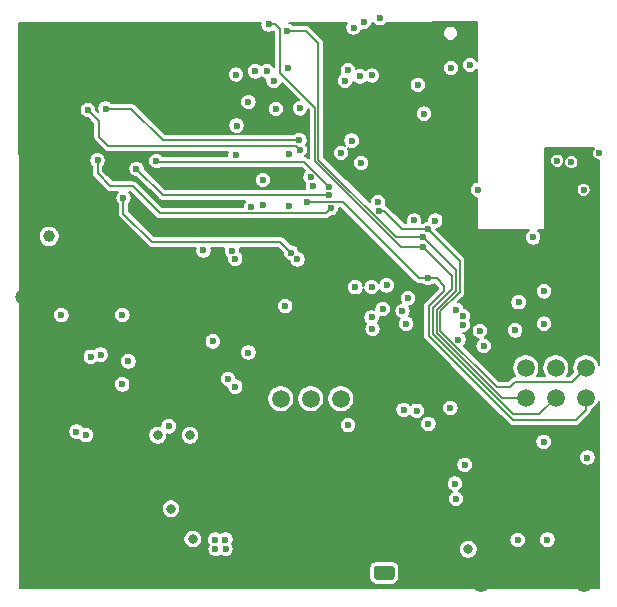
<source format=gbr>
G04 #@! TF.GenerationSoftware,KiCad,Pcbnew,(5.1.6)-1*
G04 #@! TF.CreationDate,2020-10-17T23:58:27+09:00*
G04 #@! TF.ProjectId,guardianCam_Wifi,67756172-6469-4616-9e43-616d5f576966,rev?*
G04 #@! TF.SameCoordinates,Original*
G04 #@! TF.FileFunction,Copper,L2,Inr*
G04 #@! TF.FilePolarity,Positive*
%FSLAX46Y46*%
G04 Gerber Fmt 4.6, Leading zero omitted, Abs format (unit mm)*
G04 Created by KiCad (PCBNEW (5.1.6)-1) date 2020-10-17 23:58:27*
%MOMM*%
%LPD*%
G01*
G04 APERTURE LIST*
G04 #@! TA.AperFunction,ViaPad*
%ADD10O,1.100000X2.200000*%
G04 #@! TD*
G04 #@! TA.AperFunction,ViaPad*
%ADD11O,1.300000X2.600000*%
G04 #@! TD*
G04 #@! TA.AperFunction,ViaPad*
%ADD12C,1.500000*%
G04 #@! TD*
G04 #@! TA.AperFunction,ViaPad*
%ADD13O,1.750000X1.200000*%
G04 #@! TD*
G04 #@! TA.AperFunction,ViaPad*
%ADD14C,0.600000*%
G04 #@! TD*
G04 #@! TA.AperFunction,ViaPad*
%ADD15C,1.200000*%
G04 #@! TD*
G04 #@! TA.AperFunction,ViaPad*
%ADD16C,1.000000*%
G04 #@! TD*
G04 #@! TA.AperFunction,ViaPad*
%ADD17C,0.800000*%
G04 #@! TD*
G04 #@! TA.AperFunction,Conductor*
%ADD18C,0.200000*%
G04 #@! TD*
G04 APERTURE END LIST*
D10*
X141000000Y-149250000D03*
X149640000Y-149250000D03*
D11*
X141000000Y-154610000D03*
X149640000Y-154610000D03*
D12*
X147290000Y-136890000D03*
X144750000Y-136890000D03*
X131620000Y-139500000D03*
X149830000Y-139420000D03*
X147290000Y-139430000D03*
X144750000Y-139430000D03*
X149830000Y-136890000D03*
X124000000Y-139500000D03*
X126540000Y-139500000D03*
X129080000Y-139500000D03*
D13*
X132770000Y-152240000D03*
G04 #@! TA.AperFunction,ViaPad*
G36*
G01*
X133395001Y-154840000D02*
X132144999Y-154840000D01*
G75*
G02*
X131895000Y-154590001I0J249999D01*
G01*
X131895000Y-153889999D01*
G75*
G02*
X132144999Y-153640000I249999J0D01*
G01*
X133395001Y-153640000D01*
G75*
G02*
X133645000Y-153889999I0J-249999D01*
G01*
X133645000Y-154590001D01*
G75*
G02*
X133395001Y-154840000I-249999J0D01*
G01*
G37*
G04 #@! TD.AperFunction*
D14*
X145370000Y-125830000D03*
X149970000Y-144480000D03*
X141830000Y-128550000D03*
X139820000Y-128510000D03*
X141840000Y-126290000D03*
X139830000Y-126350000D03*
D15*
X102080000Y-130870000D03*
X121180000Y-130880000D03*
D14*
X140220000Y-108570000D03*
X133110000Y-136330000D03*
X118390000Y-154770000D03*
X142870000Y-137830000D03*
X102780000Y-143290000D03*
X110320000Y-137420000D03*
X106460000Y-135950000D03*
X139950000Y-139500000D03*
X133500000Y-138450000D03*
X149870000Y-126180000D03*
X149880000Y-128180000D03*
X112270000Y-131220000D03*
X111270000Y-131270000D03*
X116230000Y-111310000D03*
X116110000Y-116220000D03*
X147490000Y-118420000D03*
X149720000Y-119770000D03*
X146600000Y-120200000D03*
X114520000Y-141840000D03*
X129450000Y-112570000D03*
X136140000Y-115370000D03*
X125630000Y-114910000D03*
X105430000Y-132420000D03*
X106710000Y-142290000D03*
X118470000Y-151440000D03*
X119310000Y-151420000D03*
X118480000Y-152230000D03*
X119330000Y-152230000D03*
X122480000Y-123100000D03*
X129700000Y-111700000D03*
X120190000Y-118840000D03*
X140030000Y-111240000D03*
X144150000Y-131330000D03*
X130700000Y-112210000D03*
X123400000Y-112570000D03*
X121500000Y-123250000D03*
X131730000Y-112130000D03*
X120260000Y-116380000D03*
X123590000Y-114970000D03*
X122490000Y-120980000D03*
X124690000Y-118750000D03*
D16*
X104400001Y-125749999D03*
D17*
X116320000Y-142590000D03*
X113580000Y-142590000D03*
D14*
X124720000Y-123190000D03*
X135300000Y-124410000D03*
X107530000Y-142590000D03*
X110590000Y-132410000D03*
X140730000Y-121810000D03*
X146300000Y-130400000D03*
X146290000Y-133140000D03*
X143850000Y-133710000D03*
X121270000Y-114380000D03*
X129710000Y-141740000D03*
X147400000Y-119350000D03*
X150960000Y-118710000D03*
X124630000Y-111460000D03*
X131020000Y-107600000D03*
X122840000Y-111760000D03*
X118250000Y-134650000D03*
X107920000Y-135950000D03*
X130180000Y-108070000D03*
X108750000Y-135760000D03*
X120150000Y-138470000D03*
X120220000Y-112050000D03*
X111100000Y-136330000D03*
X110580000Y-138280000D03*
X119550000Y-137820000D03*
X121270000Y-135590000D03*
X120150000Y-127650000D03*
X124380000Y-131663119D03*
X119870000Y-126960000D03*
X117460000Y-126940000D03*
X129110000Y-118690000D03*
X130010000Y-117650000D03*
X121850000Y-111780000D03*
X141190000Y-135040000D03*
X140860000Y-133770000D03*
X134620000Y-133150000D03*
X131695000Y-130045000D03*
X139050000Y-134500000D03*
X139400000Y-133240000D03*
X131710001Y-132619999D03*
X130320000Y-130060000D03*
X132965000Y-129905000D03*
X139430390Y-132510631D03*
X134310000Y-132070000D03*
X138860000Y-131970000D03*
X132630233Y-131909767D03*
X131770000Y-133590000D03*
X137081516Y-124431516D03*
X126545233Y-120744767D03*
X124510000Y-108330000D03*
X136020000Y-125820000D03*
X126229717Y-122840283D03*
X136470000Y-129290000D03*
X136040000Y-126670000D03*
X122980000Y-107810000D03*
X136490000Y-125150000D03*
X132310000Y-123580000D03*
X130810000Y-119540000D03*
X125420000Y-127700000D03*
X126740000Y-121530000D03*
X138420000Y-111510000D03*
X135610000Y-112930000D03*
X132390000Y-107280000D03*
X132235248Y-122853835D03*
X148600000Y-119470000D03*
X149650000Y-121810000D03*
X134780000Y-131000000D03*
X128100000Y-121550000D03*
X113480000Y-119370000D03*
X128100000Y-122280003D03*
X111790000Y-120040000D03*
X124880000Y-127138243D03*
X110690000Y-122510000D03*
X128240000Y-123370283D03*
X108490000Y-119320000D03*
X125580000Y-117610000D03*
X109170000Y-114930000D03*
X125600000Y-118410000D03*
X107670000Y-115050000D03*
X138840000Y-147980000D03*
X134410000Y-140440000D03*
X138750000Y-146690000D03*
D17*
X116570000Y-151380000D03*
X114710000Y-148830000D03*
D14*
X135520000Y-140520000D03*
X136500000Y-141630000D03*
X144067610Y-151457610D03*
X146580000Y-151430000D03*
D17*
X139870000Y-152240000D03*
D14*
X139570000Y-145100000D03*
X146260000Y-143150000D03*
X138360000Y-140290000D03*
D18*
X133765598Y-125820000D02*
X127200000Y-119254402D01*
X136020000Y-125820000D02*
X133765598Y-125820000D01*
X127200000Y-119254402D02*
X127200000Y-109380000D01*
X126150000Y-108330000D02*
X124510000Y-108330000D01*
X127200000Y-109380000D02*
X126150000Y-108330000D01*
X138809990Y-128609990D02*
X138809990Y-130353306D01*
X136020000Y-125820000D02*
X138809990Y-128609990D01*
X137199991Y-133901097D02*
X142728894Y-139430000D01*
X138809990Y-130353306D02*
X137199990Y-131963306D01*
X142728894Y-139430000D02*
X144750000Y-139430000D01*
X137199990Y-131963306D02*
X137199991Y-133901097D01*
X136470000Y-129290000D02*
X135700000Y-129290000D01*
X129250283Y-122840283D02*
X126229717Y-122840283D01*
X135700000Y-129290000D02*
X129250283Y-122840283D01*
X136470000Y-129290000D02*
X137200000Y-129290000D01*
X137850000Y-129940000D02*
X137850000Y-130379888D01*
X137200000Y-129290000D02*
X137850000Y-129940000D01*
X137850000Y-130379888D02*
X136839944Y-131389944D01*
X136539972Y-131689920D02*
X136539973Y-134174487D01*
X136839944Y-131389944D02*
X136539972Y-131689920D01*
X141832743Y-139467257D02*
X143665486Y-141300000D01*
X141832743Y-139467257D02*
X141925496Y-139560010D01*
X136539973Y-134174487D02*
X141832743Y-139467257D01*
X149830000Y-139420000D02*
X149830000Y-140450000D01*
X148980000Y-141300000D02*
X143665486Y-141300000D01*
X149830000Y-140450000D02*
X148980000Y-141300000D01*
X122980000Y-107810000D02*
X123550000Y-107810000D01*
X123550000Y-107810000D02*
X123940000Y-108200000D01*
X134148894Y-126670000D02*
X136040000Y-126670000D01*
X126869990Y-114845588D02*
X126869991Y-119391097D01*
X123940000Y-111915598D02*
X126869990Y-114845588D01*
X126869991Y-119391097D02*
X134148894Y-126670000D01*
X123940000Y-108200000D02*
X123940000Y-111915598D01*
X138479980Y-129109980D02*
X138479980Y-130216612D01*
X143662190Y-140830000D02*
X145890000Y-140830000D01*
X138479980Y-130216612D02*
X136869981Y-131826613D01*
X136040000Y-126670000D02*
X138479980Y-129109980D01*
X145890000Y-140830000D02*
X147290000Y-139430000D01*
X136869981Y-131826613D02*
X136869982Y-134037792D01*
X136869982Y-134037792D02*
X143662190Y-140830000D01*
X132310000Y-123580000D02*
X132730000Y-123580000D01*
X134300000Y-125150000D02*
X136490000Y-125150000D01*
X132730000Y-123580000D02*
X134300000Y-125150000D01*
X143420000Y-138530000D02*
X143860000Y-138090000D01*
X142295598Y-138530000D02*
X143420000Y-138530000D01*
X143860000Y-138090000D02*
X148630000Y-138090000D01*
X139140000Y-127800000D02*
X139140000Y-130490000D01*
X148630000Y-138090000D02*
X149830000Y-136890000D01*
X137530000Y-132100000D02*
X137530000Y-133764402D01*
X136490000Y-125150000D02*
X139140000Y-127800000D01*
X139140000Y-130490000D02*
X137530000Y-132100000D01*
X137530000Y-133764402D02*
X142295598Y-138530000D01*
X128100000Y-121550000D02*
X125989991Y-119439991D01*
X113549991Y-119439991D02*
X113480000Y-119370000D01*
X125989991Y-119439991D02*
X113549991Y-119439991D01*
X128100000Y-122280003D02*
X115330003Y-122280003D01*
X115330003Y-122280003D02*
X114030003Y-122280003D01*
X114030003Y-122280003D02*
X111790000Y-120040000D01*
X123976756Y-126234999D02*
X115534999Y-126234999D01*
X124880000Y-127138243D02*
X123976756Y-126234999D01*
X115215001Y-126234999D02*
X113094999Y-126234999D01*
X115215001Y-126234999D02*
X115064999Y-126234999D01*
X115534999Y-126234999D02*
X115215001Y-126234999D01*
X110690000Y-123830000D02*
X110690000Y-122510000D01*
X113094999Y-126234999D02*
X110690000Y-123830000D01*
X127830282Y-123780001D02*
X113750001Y-123780001D01*
X128240000Y-123370283D02*
X127830282Y-123780001D01*
X108490000Y-120420000D02*
X108490000Y-119320000D01*
X113750001Y-123780001D02*
X111490000Y-121520000D01*
X111490000Y-121520000D02*
X109590000Y-121520000D01*
X109590000Y-121520000D02*
X108490000Y-120420000D01*
X111340000Y-114930000D02*
X109170000Y-114930000D01*
X125580000Y-117610000D02*
X114020000Y-117610000D01*
X114020000Y-117610000D02*
X111340000Y-114930000D01*
X108620000Y-116000000D02*
X107670000Y-115050000D01*
X108620000Y-117350000D02*
X108620000Y-116000000D01*
X109380001Y-118110001D02*
X108620000Y-117350000D01*
X125600000Y-118410000D02*
X125300001Y-118110001D01*
X125300001Y-118110001D02*
X109380001Y-118110001D01*
G36*
X122280000Y-107741056D02*
G01*
X122280000Y-107878944D01*
X122306901Y-108014182D01*
X122359668Y-108141574D01*
X122436274Y-108256224D01*
X122533776Y-108353726D01*
X122648426Y-108430332D01*
X122775818Y-108483099D01*
X122911056Y-108510000D01*
X123048944Y-108510000D01*
X123184182Y-108483099D01*
X123311574Y-108430332D01*
X123402483Y-108369589D01*
X123440000Y-108407106D01*
X123440001Y-111397998D01*
X123383726Y-111313776D01*
X123286224Y-111216274D01*
X123171574Y-111139668D01*
X123044182Y-111086901D01*
X122908944Y-111060000D01*
X122771056Y-111060000D01*
X122635818Y-111086901D01*
X122508426Y-111139668D01*
X122393776Y-111216274D01*
X122335000Y-111275050D01*
X122296224Y-111236274D01*
X122181574Y-111159668D01*
X122054182Y-111106901D01*
X121918944Y-111080000D01*
X121781056Y-111080000D01*
X121645818Y-111106901D01*
X121518426Y-111159668D01*
X121403776Y-111236274D01*
X121306274Y-111333776D01*
X121229668Y-111448426D01*
X121176901Y-111575818D01*
X121150000Y-111711056D01*
X121150000Y-111848944D01*
X121176901Y-111984182D01*
X121229668Y-112111574D01*
X121306274Y-112226224D01*
X121403776Y-112323726D01*
X121518426Y-112400332D01*
X121645818Y-112453099D01*
X121781056Y-112480000D01*
X121918944Y-112480000D01*
X122054182Y-112453099D01*
X122181574Y-112400332D01*
X122296224Y-112323726D01*
X122355000Y-112264950D01*
X122393776Y-112303726D01*
X122508426Y-112380332D01*
X122635818Y-112433099D01*
X122710560Y-112447966D01*
X122700000Y-112501056D01*
X122700000Y-112638944D01*
X122726901Y-112774182D01*
X122779668Y-112901574D01*
X122856274Y-113016224D01*
X122953776Y-113113726D01*
X123068426Y-113190332D01*
X123195818Y-113243099D01*
X123331056Y-113270000D01*
X123468944Y-113270000D01*
X123604182Y-113243099D01*
X123731574Y-113190332D01*
X123846224Y-113113726D01*
X123943726Y-113016224D01*
X124020332Y-112901574D01*
X124073099Y-112774182D01*
X124076148Y-112758852D01*
X125532897Y-114215601D01*
X125425818Y-114236901D01*
X125298426Y-114289668D01*
X125183776Y-114366274D01*
X125086274Y-114463776D01*
X125009668Y-114578426D01*
X124956901Y-114705818D01*
X124930000Y-114841056D01*
X124930000Y-114978944D01*
X124956901Y-115114182D01*
X125009668Y-115241574D01*
X125086274Y-115356224D01*
X125183776Y-115453726D01*
X125298426Y-115530332D01*
X125425818Y-115583099D01*
X125561056Y-115610000D01*
X125698944Y-115610000D01*
X125834182Y-115583099D01*
X125961574Y-115530332D01*
X126076224Y-115453726D01*
X126173726Y-115356224D01*
X126250332Y-115241574D01*
X126303099Y-115114182D01*
X126324399Y-115007103D01*
X126369990Y-115052695D01*
X126369992Y-119112887D01*
X126360920Y-119103815D01*
X126345255Y-119084727D01*
X126269120Y-119022245D01*
X126182258Y-118975816D01*
X126088008Y-118947226D01*
X126055888Y-118944062D01*
X126143726Y-118856224D01*
X126220332Y-118741574D01*
X126273099Y-118614182D01*
X126300000Y-118478944D01*
X126300000Y-118341056D01*
X126273099Y-118205818D01*
X126220332Y-118078426D01*
X126164612Y-117995034D01*
X126200332Y-117941574D01*
X126253099Y-117814182D01*
X126280000Y-117678944D01*
X126280000Y-117541056D01*
X126253099Y-117405818D01*
X126200332Y-117278426D01*
X126123726Y-117163776D01*
X126026224Y-117066274D01*
X125911574Y-116989668D01*
X125784182Y-116936901D01*
X125648944Y-116910000D01*
X125511056Y-116910000D01*
X125375818Y-116936901D01*
X125248426Y-116989668D01*
X125133776Y-117066274D01*
X125090050Y-117110000D01*
X114227107Y-117110000D01*
X113428163Y-116311056D01*
X119560000Y-116311056D01*
X119560000Y-116448944D01*
X119586901Y-116584182D01*
X119639668Y-116711574D01*
X119716274Y-116826224D01*
X119813776Y-116923726D01*
X119928426Y-117000332D01*
X120055818Y-117053099D01*
X120191056Y-117080000D01*
X120328944Y-117080000D01*
X120464182Y-117053099D01*
X120591574Y-117000332D01*
X120706224Y-116923726D01*
X120803726Y-116826224D01*
X120880332Y-116711574D01*
X120933099Y-116584182D01*
X120960000Y-116448944D01*
X120960000Y-116311056D01*
X120933099Y-116175818D01*
X120880332Y-116048426D01*
X120803726Y-115933776D01*
X120706224Y-115836274D01*
X120591574Y-115759668D01*
X120464182Y-115706901D01*
X120328944Y-115680000D01*
X120191056Y-115680000D01*
X120055818Y-115706901D01*
X119928426Y-115759668D01*
X119813776Y-115836274D01*
X119716274Y-115933776D01*
X119639668Y-116048426D01*
X119586901Y-116175818D01*
X119560000Y-116311056D01*
X113428163Y-116311056D01*
X111710929Y-114593824D01*
X111695264Y-114574736D01*
X111619129Y-114512254D01*
X111532267Y-114465825D01*
X111438017Y-114437235D01*
X111364560Y-114430000D01*
X111340000Y-114427581D01*
X111315440Y-114430000D01*
X109659950Y-114430000D01*
X109616224Y-114386274D01*
X109503652Y-114311056D01*
X120570000Y-114311056D01*
X120570000Y-114448944D01*
X120596901Y-114584182D01*
X120649668Y-114711574D01*
X120726274Y-114826224D01*
X120823776Y-114923726D01*
X120938426Y-115000332D01*
X121065818Y-115053099D01*
X121201056Y-115080000D01*
X121338944Y-115080000D01*
X121474182Y-115053099D01*
X121601574Y-115000332D01*
X121716224Y-114923726D01*
X121738894Y-114901056D01*
X122890000Y-114901056D01*
X122890000Y-115038944D01*
X122916901Y-115174182D01*
X122969668Y-115301574D01*
X123046274Y-115416224D01*
X123143776Y-115513726D01*
X123258426Y-115590332D01*
X123385818Y-115643099D01*
X123521056Y-115670000D01*
X123658944Y-115670000D01*
X123794182Y-115643099D01*
X123921574Y-115590332D01*
X124036224Y-115513726D01*
X124133726Y-115416224D01*
X124210332Y-115301574D01*
X124263099Y-115174182D01*
X124290000Y-115038944D01*
X124290000Y-114901056D01*
X124263099Y-114765818D01*
X124210332Y-114638426D01*
X124133726Y-114523776D01*
X124036224Y-114426274D01*
X123921574Y-114349668D01*
X123794182Y-114296901D01*
X123658944Y-114270000D01*
X123521056Y-114270000D01*
X123385818Y-114296901D01*
X123258426Y-114349668D01*
X123143776Y-114426274D01*
X123046274Y-114523776D01*
X122969668Y-114638426D01*
X122916901Y-114765818D01*
X122890000Y-114901056D01*
X121738894Y-114901056D01*
X121813726Y-114826224D01*
X121890332Y-114711574D01*
X121943099Y-114584182D01*
X121970000Y-114448944D01*
X121970000Y-114311056D01*
X121943099Y-114175818D01*
X121890332Y-114048426D01*
X121813726Y-113933776D01*
X121716224Y-113836274D01*
X121601574Y-113759668D01*
X121474182Y-113706901D01*
X121338944Y-113680000D01*
X121201056Y-113680000D01*
X121065818Y-113706901D01*
X120938426Y-113759668D01*
X120823776Y-113836274D01*
X120726274Y-113933776D01*
X120649668Y-114048426D01*
X120596901Y-114175818D01*
X120570000Y-114311056D01*
X109503652Y-114311056D01*
X109501574Y-114309668D01*
X109374182Y-114256901D01*
X109238944Y-114230000D01*
X109101056Y-114230000D01*
X108965818Y-114256901D01*
X108838426Y-114309668D01*
X108723776Y-114386274D01*
X108626274Y-114483776D01*
X108549668Y-114598426D01*
X108496901Y-114725818D01*
X108470000Y-114861056D01*
X108470000Y-114998944D01*
X108496901Y-115134182D01*
X108522083Y-115194977D01*
X108370000Y-115042894D01*
X108370000Y-114981056D01*
X108343099Y-114845818D01*
X108290332Y-114718426D01*
X108213726Y-114603776D01*
X108116224Y-114506274D01*
X108001574Y-114429668D01*
X107874182Y-114376901D01*
X107738944Y-114350000D01*
X107601056Y-114350000D01*
X107465818Y-114376901D01*
X107338426Y-114429668D01*
X107223776Y-114506274D01*
X107126274Y-114603776D01*
X107049668Y-114718426D01*
X106996901Y-114845818D01*
X106970000Y-114981056D01*
X106970000Y-115118944D01*
X106996901Y-115254182D01*
X107049668Y-115381574D01*
X107126274Y-115496224D01*
X107223776Y-115593726D01*
X107338426Y-115670332D01*
X107465818Y-115723099D01*
X107601056Y-115750000D01*
X107662894Y-115750000D01*
X108120001Y-116207108D01*
X108120000Y-117325440D01*
X108117581Y-117350000D01*
X108127235Y-117448016D01*
X108155825Y-117542266D01*
X108202254Y-117629129D01*
X108264736Y-117705264D01*
X108283824Y-117720929D01*
X109009080Y-118446187D01*
X109024737Y-118465265D01*
X109100872Y-118527747D01*
X109187734Y-118574176D01*
X109280342Y-118602268D01*
X109281984Y-118602766D01*
X109380001Y-118612420D01*
X109404561Y-118610001D01*
X119527595Y-118610001D01*
X119516901Y-118635818D01*
X119490000Y-118771056D01*
X119490000Y-118908944D01*
X119496176Y-118939991D01*
X114034560Y-118939991D01*
X114023726Y-118923776D01*
X113926224Y-118826274D01*
X113811574Y-118749668D01*
X113684182Y-118696901D01*
X113548944Y-118670000D01*
X113411056Y-118670000D01*
X113275818Y-118696901D01*
X113148426Y-118749668D01*
X113033776Y-118826274D01*
X112936274Y-118923776D01*
X112859668Y-119038426D01*
X112806901Y-119165818D01*
X112780000Y-119301056D01*
X112780000Y-119438944D01*
X112806901Y-119574182D01*
X112859668Y-119701574D01*
X112936274Y-119816224D01*
X113033776Y-119913726D01*
X113148426Y-119990332D01*
X113275818Y-120043099D01*
X113411056Y-120070000D01*
X113548944Y-120070000D01*
X113684182Y-120043099D01*
X113811574Y-119990332D01*
X113886915Y-119939991D01*
X125782886Y-119939991D01*
X126071472Y-120228578D01*
X126001507Y-120298543D01*
X125924901Y-120413193D01*
X125872134Y-120540585D01*
X125845233Y-120675823D01*
X125845233Y-120813711D01*
X125872134Y-120948949D01*
X125924901Y-121076341D01*
X126001507Y-121190991D01*
X126087237Y-121276721D01*
X126066901Y-121325818D01*
X126040000Y-121461056D01*
X126040000Y-121598944D01*
X126066901Y-121734182D01*
X126085881Y-121780003D01*
X114237110Y-121780003D01*
X113368163Y-120911056D01*
X121790000Y-120911056D01*
X121790000Y-121048944D01*
X121816901Y-121184182D01*
X121869668Y-121311574D01*
X121946274Y-121426224D01*
X122043776Y-121523726D01*
X122158426Y-121600332D01*
X122285818Y-121653099D01*
X122421056Y-121680000D01*
X122558944Y-121680000D01*
X122694182Y-121653099D01*
X122821574Y-121600332D01*
X122936224Y-121523726D01*
X123033726Y-121426224D01*
X123110332Y-121311574D01*
X123163099Y-121184182D01*
X123190000Y-121048944D01*
X123190000Y-120911056D01*
X123163099Y-120775818D01*
X123110332Y-120648426D01*
X123033726Y-120533776D01*
X122936224Y-120436274D01*
X122821574Y-120359668D01*
X122694182Y-120306901D01*
X122558944Y-120280000D01*
X122421056Y-120280000D01*
X122285818Y-120306901D01*
X122158426Y-120359668D01*
X122043776Y-120436274D01*
X121946274Y-120533776D01*
X121869668Y-120648426D01*
X121816901Y-120775818D01*
X121790000Y-120911056D01*
X113368163Y-120911056D01*
X112490000Y-120032895D01*
X112490000Y-119971056D01*
X112463099Y-119835818D01*
X112410332Y-119708426D01*
X112333726Y-119593776D01*
X112236224Y-119496274D01*
X112121574Y-119419668D01*
X111994182Y-119366901D01*
X111858944Y-119340000D01*
X111721056Y-119340000D01*
X111585818Y-119366901D01*
X111458426Y-119419668D01*
X111343776Y-119496274D01*
X111246274Y-119593776D01*
X111169668Y-119708426D01*
X111116901Y-119835818D01*
X111090000Y-119971056D01*
X111090000Y-120108944D01*
X111116901Y-120244182D01*
X111169668Y-120371574D01*
X111246274Y-120486224D01*
X111343776Y-120583726D01*
X111458426Y-120660332D01*
X111585818Y-120713099D01*
X111721056Y-120740000D01*
X111782895Y-120740000D01*
X113659083Y-122616190D01*
X113674739Y-122635267D01*
X113750874Y-122697749D01*
X113837736Y-122744178D01*
X113917672Y-122768426D01*
X113931986Y-122772768D01*
X114030003Y-122782422D01*
X114054563Y-122780003D01*
X120980047Y-122780003D01*
X120956274Y-122803776D01*
X120879668Y-122918426D01*
X120826901Y-123045818D01*
X120800000Y-123181056D01*
X120800000Y-123280001D01*
X113957107Y-123280001D01*
X111860929Y-121183824D01*
X111845264Y-121164736D01*
X111769129Y-121102254D01*
X111682267Y-121055825D01*
X111588017Y-121027235D01*
X111514560Y-121020000D01*
X111490000Y-121017581D01*
X111465440Y-121020000D01*
X109797106Y-121020000D01*
X108990000Y-120212895D01*
X108990000Y-119809950D01*
X109033726Y-119766224D01*
X109110332Y-119651574D01*
X109163099Y-119524182D01*
X109190000Y-119388944D01*
X109190000Y-119251056D01*
X109163099Y-119115818D01*
X109110332Y-118988426D01*
X109033726Y-118873776D01*
X108936224Y-118776274D01*
X108821574Y-118699668D01*
X108694182Y-118646901D01*
X108558944Y-118620000D01*
X108421056Y-118620000D01*
X108285818Y-118646901D01*
X108158426Y-118699668D01*
X108043776Y-118776274D01*
X107946274Y-118873776D01*
X107869668Y-118988426D01*
X107816901Y-119115818D01*
X107790000Y-119251056D01*
X107790000Y-119388944D01*
X107816901Y-119524182D01*
X107869668Y-119651574D01*
X107946274Y-119766224D01*
X107990001Y-119809951D01*
X107990000Y-120395439D01*
X107987581Y-120420000D01*
X107990000Y-120444559D01*
X107997235Y-120518016D01*
X108025825Y-120612266D01*
X108072254Y-120699129D01*
X108134736Y-120775264D01*
X108153824Y-120790929D01*
X109219075Y-121856181D01*
X109234736Y-121875264D01*
X109310871Y-121937746D01*
X109397733Y-121984175D01*
X109491983Y-122012765D01*
X109590000Y-122022419D01*
X109614560Y-122020000D01*
X110190050Y-122020000D01*
X110146274Y-122063776D01*
X110069668Y-122178426D01*
X110016901Y-122305818D01*
X109990000Y-122441056D01*
X109990000Y-122578944D01*
X110016901Y-122714182D01*
X110069668Y-122841574D01*
X110146274Y-122956224D01*
X110190001Y-122999951D01*
X110190000Y-123805440D01*
X110187581Y-123830000D01*
X110197235Y-123928017D01*
X110203904Y-123950000D01*
X110225825Y-124022266D01*
X110272254Y-124109129D01*
X110334736Y-124185264D01*
X110353824Y-124200929D01*
X112724074Y-126571180D01*
X112739735Y-126590263D01*
X112815870Y-126652745D01*
X112902732Y-126699174D01*
X112996982Y-126727764D01*
X113070439Y-126734999D01*
X113070440Y-126734999D01*
X113094998Y-126737418D01*
X113119556Y-126734999D01*
X116787240Y-126734999D01*
X116786901Y-126735818D01*
X116760000Y-126871056D01*
X116760000Y-127008944D01*
X116786901Y-127144182D01*
X116839668Y-127271574D01*
X116916274Y-127386224D01*
X117013776Y-127483726D01*
X117128426Y-127560332D01*
X117255818Y-127613099D01*
X117391056Y-127640000D01*
X117528944Y-127640000D01*
X117664182Y-127613099D01*
X117791574Y-127560332D01*
X117906224Y-127483726D01*
X118003726Y-127386224D01*
X118080332Y-127271574D01*
X118133099Y-127144182D01*
X118160000Y-127008944D01*
X118160000Y-126871056D01*
X118133099Y-126735818D01*
X118132760Y-126734999D01*
X119205524Y-126734999D01*
X119196901Y-126755818D01*
X119170000Y-126891056D01*
X119170000Y-127028944D01*
X119196901Y-127164182D01*
X119249668Y-127291574D01*
X119326274Y-127406224D01*
X119423776Y-127503726D01*
X119460501Y-127528265D01*
X119450000Y-127581056D01*
X119450000Y-127718944D01*
X119476901Y-127854182D01*
X119529668Y-127981574D01*
X119606274Y-128096224D01*
X119703776Y-128193726D01*
X119818426Y-128270332D01*
X119945818Y-128323099D01*
X120081056Y-128350000D01*
X120218944Y-128350000D01*
X120354182Y-128323099D01*
X120481574Y-128270332D01*
X120596224Y-128193726D01*
X120693726Y-128096224D01*
X120770332Y-127981574D01*
X120823099Y-127854182D01*
X120850000Y-127718944D01*
X120850000Y-127581056D01*
X120823099Y-127445818D01*
X120770332Y-127318426D01*
X120693726Y-127203776D01*
X120596224Y-127106274D01*
X120559499Y-127081735D01*
X120570000Y-127028944D01*
X120570000Y-126891056D01*
X120543099Y-126755818D01*
X120534476Y-126734999D01*
X123769651Y-126734999D01*
X124180000Y-127145349D01*
X124180000Y-127207187D01*
X124206901Y-127342425D01*
X124259668Y-127469817D01*
X124336274Y-127584467D01*
X124433776Y-127681969D01*
X124548426Y-127758575D01*
X124675818Y-127811342D01*
X124730601Y-127822239D01*
X124746901Y-127904182D01*
X124799668Y-128031574D01*
X124876274Y-128146224D01*
X124973776Y-128243726D01*
X125088426Y-128320332D01*
X125215818Y-128373099D01*
X125351056Y-128400000D01*
X125488944Y-128400000D01*
X125624182Y-128373099D01*
X125751574Y-128320332D01*
X125866224Y-128243726D01*
X125963726Y-128146224D01*
X126040332Y-128031574D01*
X126093099Y-127904182D01*
X126120000Y-127768944D01*
X126120000Y-127631056D01*
X126093099Y-127495818D01*
X126040332Y-127368426D01*
X125963726Y-127253776D01*
X125866224Y-127156274D01*
X125751574Y-127079668D01*
X125624182Y-127026901D01*
X125569399Y-127016004D01*
X125553099Y-126934061D01*
X125500332Y-126806669D01*
X125423726Y-126692019D01*
X125326224Y-126594517D01*
X125211574Y-126517911D01*
X125084182Y-126465144D01*
X124948944Y-126438243D01*
X124887106Y-126438243D01*
X124347685Y-125898823D01*
X124332020Y-125879735D01*
X124255885Y-125817253D01*
X124169023Y-125770824D01*
X124074773Y-125742234D01*
X124001316Y-125734999D01*
X123976756Y-125732580D01*
X123952196Y-125734999D01*
X113302105Y-125734999D01*
X111190000Y-123622895D01*
X111190000Y-122999950D01*
X111233726Y-122956224D01*
X111310332Y-122841574D01*
X111363099Y-122714182D01*
X111390000Y-122578944D01*
X111390000Y-122441056D01*
X111363099Y-122305818D01*
X111310332Y-122178426D01*
X111233726Y-122063776D01*
X111189950Y-122020000D01*
X111282895Y-122020000D01*
X113379076Y-124116182D01*
X113394737Y-124135265D01*
X113470872Y-124197747D01*
X113557734Y-124244176D01*
X113651984Y-124272766D01*
X113725441Y-124280001D01*
X113725442Y-124280001D01*
X113750000Y-124282420D01*
X113774558Y-124280001D01*
X127805722Y-124280001D01*
X127830282Y-124282420D01*
X127854842Y-124280001D01*
X127928299Y-124272766D01*
X128022549Y-124244176D01*
X128109411Y-124197747D01*
X128185546Y-124135265D01*
X128201210Y-124116178D01*
X128247105Y-124070283D01*
X128308944Y-124070283D01*
X128444182Y-124043382D01*
X128571574Y-123990615D01*
X128686224Y-123914009D01*
X128783726Y-123816507D01*
X128860332Y-123701857D01*
X128913099Y-123574465D01*
X128940000Y-123439227D01*
X128940000Y-123340283D01*
X129043178Y-123340283D01*
X135329079Y-129626186D01*
X135344736Y-129645264D01*
X135420871Y-129707746D01*
X135507733Y-129754175D01*
X135601983Y-129782765D01*
X135675440Y-129790000D01*
X135675449Y-129790000D01*
X135699999Y-129792418D01*
X135724549Y-129790000D01*
X135980050Y-129790000D01*
X136023776Y-129833726D01*
X136138426Y-129910332D01*
X136265818Y-129963099D01*
X136401056Y-129990000D01*
X136538944Y-129990000D01*
X136674182Y-129963099D01*
X136801574Y-129910332D01*
X136916224Y-129833726D01*
X136959950Y-129790000D01*
X136992895Y-129790000D01*
X137350000Y-130147107D01*
X137350000Y-130172781D01*
X136503760Y-131019023D01*
X136503755Y-131019027D01*
X136203783Y-131319003D01*
X136184708Y-131334657D01*
X136122226Y-131410792D01*
X136075797Y-131497654D01*
X136047207Y-131591904D01*
X136043027Y-131634346D01*
X136037553Y-131689923D01*
X136039972Y-131714481D01*
X136039974Y-134149917D01*
X136037554Y-134174487D01*
X136047208Y-134272504D01*
X136067683Y-134340000D01*
X136075799Y-134366754D01*
X136122228Y-134453616D01*
X136184710Y-134529751D01*
X136203793Y-134545412D01*
X141496556Y-139838176D01*
X141496560Y-139838179D01*
X141589310Y-139930930D01*
X141589315Y-139930934D01*
X143294561Y-141636181D01*
X143310222Y-141655264D01*
X143386357Y-141717746D01*
X143473219Y-141764175D01*
X143538878Y-141784092D01*
X143567468Y-141792765D01*
X143665485Y-141802419D01*
X143690045Y-141800000D01*
X148955440Y-141800000D01*
X148980000Y-141802419D01*
X149004560Y-141800000D01*
X149078017Y-141792765D01*
X149172267Y-141764175D01*
X149259129Y-141717746D01*
X149335264Y-141655264D01*
X149350929Y-141636176D01*
X150166187Y-140820920D01*
X150185264Y-140805264D01*
X150247746Y-140729129D01*
X150294175Y-140642267D01*
X150322765Y-140548017D01*
X150330000Y-140474560D01*
X150331737Y-140456924D01*
X150374729Y-140439116D01*
X150563082Y-140313263D01*
X150723263Y-140153082D01*
X150849116Y-139964729D01*
X150935806Y-139755443D01*
X150951310Y-139677501D01*
X150950008Y-155540000D01*
X101929896Y-155540000D01*
X101928180Y-153889999D01*
X131493065Y-153889999D01*
X131493065Y-154590001D01*
X131505592Y-154717187D01*
X131542691Y-154839485D01*
X131602936Y-154952196D01*
X131684012Y-155050988D01*
X131782804Y-155132064D01*
X131895515Y-155192309D01*
X132017813Y-155229408D01*
X132144999Y-155241935D01*
X133395001Y-155241935D01*
X133522187Y-155229408D01*
X133644485Y-155192309D01*
X133757196Y-155132064D01*
X133855988Y-155050988D01*
X133937064Y-154952196D01*
X133997309Y-154839485D01*
X134034408Y-154717187D01*
X134046935Y-154590001D01*
X134046935Y-153889999D01*
X134034408Y-153762813D01*
X133997309Y-153640515D01*
X133937064Y-153527804D01*
X133855988Y-153429012D01*
X133757196Y-153347936D01*
X133644485Y-153287691D01*
X133522187Y-153250592D01*
X133395001Y-153238065D01*
X132144999Y-153238065D01*
X132017813Y-153250592D01*
X131895515Y-153287691D01*
X131782804Y-153347936D01*
X131684012Y-153429012D01*
X131602936Y-153527804D01*
X131542691Y-153640515D01*
X131505592Y-153762813D01*
X131493065Y-153889999D01*
X101928180Y-153889999D01*
X101925487Y-151301207D01*
X115770000Y-151301207D01*
X115770000Y-151458793D01*
X115800743Y-151613351D01*
X115861049Y-151758942D01*
X115948599Y-151889970D01*
X116060030Y-152001401D01*
X116191058Y-152088951D01*
X116336649Y-152149257D01*
X116491207Y-152180000D01*
X116648793Y-152180000D01*
X116803351Y-152149257D01*
X116948942Y-152088951D01*
X117079970Y-152001401D01*
X117191401Y-151889970D01*
X117278951Y-151758942D01*
X117339257Y-151613351D01*
X117370000Y-151458793D01*
X117370000Y-151371056D01*
X117770000Y-151371056D01*
X117770000Y-151508944D01*
X117796901Y-151644182D01*
X117849668Y-151771574D01*
X117897048Y-151842483D01*
X117859668Y-151898426D01*
X117806901Y-152025818D01*
X117780000Y-152161056D01*
X117780000Y-152298944D01*
X117806901Y-152434182D01*
X117859668Y-152561574D01*
X117936274Y-152676224D01*
X118033776Y-152773726D01*
X118148426Y-152850332D01*
X118275818Y-152903099D01*
X118411056Y-152930000D01*
X118548944Y-152930000D01*
X118684182Y-152903099D01*
X118811574Y-152850332D01*
X118905000Y-152787907D01*
X118998426Y-152850332D01*
X119125818Y-152903099D01*
X119261056Y-152930000D01*
X119398944Y-152930000D01*
X119534182Y-152903099D01*
X119661574Y-152850332D01*
X119776224Y-152773726D01*
X119873726Y-152676224D01*
X119950332Y-152561574D01*
X120003099Y-152434182D01*
X120030000Y-152298944D01*
X120030000Y-152161207D01*
X139070000Y-152161207D01*
X139070000Y-152318793D01*
X139100743Y-152473351D01*
X139161049Y-152618942D01*
X139248599Y-152749970D01*
X139360030Y-152861401D01*
X139491058Y-152948951D01*
X139636649Y-153009257D01*
X139791207Y-153040000D01*
X139948793Y-153040000D01*
X140103351Y-153009257D01*
X140248942Y-152948951D01*
X140379970Y-152861401D01*
X140491401Y-152749970D01*
X140578951Y-152618942D01*
X140639257Y-152473351D01*
X140670000Y-152318793D01*
X140670000Y-152161207D01*
X140639257Y-152006649D01*
X140578951Y-151861058D01*
X140491401Y-151730030D01*
X140379970Y-151618599D01*
X140248942Y-151531049D01*
X140103351Y-151470743D01*
X139948793Y-151440000D01*
X139791207Y-151440000D01*
X139636649Y-151470743D01*
X139491058Y-151531049D01*
X139360030Y-151618599D01*
X139248599Y-151730030D01*
X139161049Y-151861058D01*
X139100743Y-152006649D01*
X139070000Y-152161207D01*
X120030000Y-152161207D01*
X120030000Y-152161056D01*
X120003099Y-152025818D01*
X119950332Y-151898426D01*
X119891271Y-151810034D01*
X119930332Y-151751574D01*
X119983099Y-151624182D01*
X120010000Y-151488944D01*
X120010000Y-151388666D01*
X143367610Y-151388666D01*
X143367610Y-151526554D01*
X143394511Y-151661792D01*
X143447278Y-151789184D01*
X143523884Y-151903834D01*
X143621386Y-152001336D01*
X143736036Y-152077942D01*
X143863428Y-152130709D01*
X143998666Y-152157610D01*
X144136554Y-152157610D01*
X144271792Y-152130709D01*
X144399184Y-152077942D01*
X144513834Y-152001336D01*
X144611336Y-151903834D01*
X144687942Y-151789184D01*
X144740709Y-151661792D01*
X144767610Y-151526554D01*
X144767610Y-151388666D01*
X144762118Y-151361056D01*
X145880000Y-151361056D01*
X145880000Y-151498944D01*
X145906901Y-151634182D01*
X145959668Y-151761574D01*
X146036274Y-151876224D01*
X146133776Y-151973726D01*
X146248426Y-152050332D01*
X146375818Y-152103099D01*
X146511056Y-152130000D01*
X146648944Y-152130000D01*
X146784182Y-152103099D01*
X146911574Y-152050332D01*
X147026224Y-151973726D01*
X147123726Y-151876224D01*
X147200332Y-151761574D01*
X147253099Y-151634182D01*
X147280000Y-151498944D01*
X147280000Y-151361056D01*
X147253099Y-151225818D01*
X147200332Y-151098426D01*
X147123726Y-150983776D01*
X147026224Y-150886274D01*
X146911574Y-150809668D01*
X146784182Y-150756901D01*
X146648944Y-150730000D01*
X146511056Y-150730000D01*
X146375818Y-150756901D01*
X146248426Y-150809668D01*
X146133776Y-150886274D01*
X146036274Y-150983776D01*
X145959668Y-151098426D01*
X145906901Y-151225818D01*
X145880000Y-151361056D01*
X144762118Y-151361056D01*
X144740709Y-151253428D01*
X144687942Y-151126036D01*
X144611336Y-151011386D01*
X144513834Y-150913884D01*
X144399184Y-150837278D01*
X144271792Y-150784511D01*
X144136554Y-150757610D01*
X143998666Y-150757610D01*
X143863428Y-150784511D01*
X143736036Y-150837278D01*
X143621386Y-150913884D01*
X143523884Y-151011386D01*
X143447278Y-151126036D01*
X143394511Y-151253428D01*
X143367610Y-151388666D01*
X120010000Y-151388666D01*
X120010000Y-151351056D01*
X119983099Y-151215818D01*
X119930332Y-151088426D01*
X119853726Y-150973776D01*
X119756224Y-150876274D01*
X119641574Y-150799668D01*
X119514182Y-150746901D01*
X119378944Y-150720000D01*
X119241056Y-150720000D01*
X119105818Y-150746901D01*
X118978426Y-150799668D01*
X118875034Y-150868752D01*
X118801574Y-150819668D01*
X118674182Y-150766901D01*
X118538944Y-150740000D01*
X118401056Y-150740000D01*
X118265818Y-150766901D01*
X118138426Y-150819668D01*
X118023776Y-150896274D01*
X117926274Y-150993776D01*
X117849668Y-151108426D01*
X117796901Y-151235818D01*
X117770000Y-151371056D01*
X117370000Y-151371056D01*
X117370000Y-151301207D01*
X117339257Y-151146649D01*
X117278951Y-151001058D01*
X117191401Y-150870030D01*
X117079970Y-150758599D01*
X116948942Y-150671049D01*
X116803351Y-150610743D01*
X116648793Y-150580000D01*
X116491207Y-150580000D01*
X116336649Y-150610743D01*
X116191058Y-150671049D01*
X116060030Y-150758599D01*
X115948599Y-150870030D01*
X115861049Y-151001058D01*
X115800743Y-151146649D01*
X115770000Y-151301207D01*
X101925487Y-151301207D01*
X101922834Y-148751207D01*
X113910000Y-148751207D01*
X113910000Y-148908793D01*
X113940743Y-149063351D01*
X114001049Y-149208942D01*
X114088599Y-149339970D01*
X114200030Y-149451401D01*
X114331058Y-149538951D01*
X114476649Y-149599257D01*
X114631207Y-149630000D01*
X114788793Y-149630000D01*
X114943351Y-149599257D01*
X115088942Y-149538951D01*
X115219970Y-149451401D01*
X115331401Y-149339970D01*
X115418951Y-149208942D01*
X115479257Y-149063351D01*
X115510000Y-148908793D01*
X115510000Y-148751207D01*
X115479257Y-148596649D01*
X115418951Y-148451058D01*
X115331401Y-148320030D01*
X115219970Y-148208599D01*
X115088942Y-148121049D01*
X114943351Y-148060743D01*
X114788793Y-148030000D01*
X114631207Y-148030000D01*
X114476649Y-148060743D01*
X114331058Y-148121049D01*
X114200030Y-148208599D01*
X114088599Y-148320030D01*
X114001049Y-148451058D01*
X113940743Y-148596649D01*
X113910000Y-148751207D01*
X101922834Y-148751207D01*
X101920618Y-146621056D01*
X138050000Y-146621056D01*
X138050000Y-146758944D01*
X138076901Y-146894182D01*
X138129668Y-147021574D01*
X138206274Y-147136224D01*
X138303776Y-147233726D01*
X138418426Y-147310332D01*
X138522980Y-147353639D01*
X138508426Y-147359668D01*
X138393776Y-147436274D01*
X138296274Y-147533776D01*
X138219668Y-147648426D01*
X138166901Y-147775818D01*
X138140000Y-147911056D01*
X138140000Y-148048944D01*
X138166901Y-148184182D01*
X138219668Y-148311574D01*
X138296274Y-148426224D01*
X138393776Y-148523726D01*
X138508426Y-148600332D01*
X138635818Y-148653099D01*
X138771056Y-148680000D01*
X138908944Y-148680000D01*
X139044182Y-148653099D01*
X139171574Y-148600332D01*
X139286224Y-148523726D01*
X139383726Y-148426224D01*
X139460332Y-148311574D01*
X139513099Y-148184182D01*
X139540000Y-148048944D01*
X139540000Y-147911056D01*
X139513099Y-147775818D01*
X139460332Y-147648426D01*
X139383726Y-147533776D01*
X139286224Y-147436274D01*
X139171574Y-147359668D01*
X139067020Y-147316361D01*
X139081574Y-147310332D01*
X139196224Y-147233726D01*
X139293726Y-147136224D01*
X139370332Y-147021574D01*
X139423099Y-146894182D01*
X139450000Y-146758944D01*
X139450000Y-146621056D01*
X139423099Y-146485818D01*
X139370332Y-146358426D01*
X139293726Y-146243776D01*
X139196224Y-146146274D01*
X139081574Y-146069668D01*
X138954182Y-146016901D01*
X138818944Y-145990000D01*
X138681056Y-145990000D01*
X138545818Y-146016901D01*
X138418426Y-146069668D01*
X138303776Y-146146274D01*
X138206274Y-146243776D01*
X138129668Y-146358426D01*
X138076901Y-146485818D01*
X138050000Y-146621056D01*
X101920618Y-146621056D01*
X101918964Y-145031056D01*
X138870000Y-145031056D01*
X138870000Y-145168944D01*
X138896901Y-145304182D01*
X138949668Y-145431574D01*
X139026274Y-145546224D01*
X139123776Y-145643726D01*
X139238426Y-145720332D01*
X139365818Y-145773099D01*
X139501056Y-145800000D01*
X139638944Y-145800000D01*
X139774182Y-145773099D01*
X139901574Y-145720332D01*
X140016224Y-145643726D01*
X140113726Y-145546224D01*
X140190332Y-145431574D01*
X140243099Y-145304182D01*
X140270000Y-145168944D01*
X140270000Y-145031056D01*
X140243099Y-144895818D01*
X140190332Y-144768426D01*
X140113726Y-144653776D01*
X140016224Y-144556274D01*
X139901574Y-144479668D01*
X139774182Y-144426901D01*
X139694526Y-144411056D01*
X149270000Y-144411056D01*
X149270000Y-144548944D01*
X149296901Y-144684182D01*
X149349668Y-144811574D01*
X149426274Y-144926224D01*
X149523776Y-145023726D01*
X149638426Y-145100332D01*
X149765818Y-145153099D01*
X149901056Y-145180000D01*
X150038944Y-145180000D01*
X150174182Y-145153099D01*
X150301574Y-145100332D01*
X150416224Y-145023726D01*
X150513726Y-144926224D01*
X150590332Y-144811574D01*
X150643099Y-144684182D01*
X150670000Y-144548944D01*
X150670000Y-144411056D01*
X150643099Y-144275818D01*
X150590332Y-144148426D01*
X150513726Y-144033776D01*
X150416224Y-143936274D01*
X150301574Y-143859668D01*
X150174182Y-143806901D01*
X150038944Y-143780000D01*
X149901056Y-143780000D01*
X149765818Y-143806901D01*
X149638426Y-143859668D01*
X149523776Y-143936274D01*
X149426274Y-144033776D01*
X149349668Y-144148426D01*
X149296901Y-144275818D01*
X149270000Y-144411056D01*
X139694526Y-144411056D01*
X139638944Y-144400000D01*
X139501056Y-144400000D01*
X139365818Y-144426901D01*
X139238426Y-144479668D01*
X139123776Y-144556274D01*
X139026274Y-144653776D01*
X138949668Y-144768426D01*
X138896901Y-144895818D01*
X138870000Y-145031056D01*
X101918964Y-145031056D01*
X101916040Y-142221056D01*
X106010000Y-142221056D01*
X106010000Y-142358944D01*
X106036901Y-142494182D01*
X106089668Y-142621574D01*
X106166274Y-142736224D01*
X106263776Y-142833726D01*
X106378426Y-142910332D01*
X106505818Y-142963099D01*
X106641056Y-142990000D01*
X106778944Y-142990000D01*
X106914182Y-142963099D01*
X106932378Y-142955562D01*
X106986274Y-143036224D01*
X107083776Y-143133726D01*
X107198426Y-143210332D01*
X107325818Y-143263099D01*
X107461056Y-143290000D01*
X107598944Y-143290000D01*
X107734182Y-143263099D01*
X107861574Y-143210332D01*
X107976224Y-143133726D01*
X108073726Y-143036224D01*
X108150332Y-142921574D01*
X108203099Y-142794182D01*
X108230000Y-142658944D01*
X108230000Y-142521056D01*
X108228041Y-142511207D01*
X112780000Y-142511207D01*
X112780000Y-142668793D01*
X112810743Y-142823351D01*
X112871049Y-142968942D01*
X112958599Y-143099970D01*
X113070030Y-143211401D01*
X113201058Y-143298951D01*
X113346649Y-143359257D01*
X113501207Y-143390000D01*
X113658793Y-143390000D01*
X113813351Y-143359257D01*
X113958942Y-143298951D01*
X114089970Y-143211401D01*
X114201401Y-143099970D01*
X114288951Y-142968942D01*
X114349257Y-142823351D01*
X114380000Y-142668793D01*
X114380000Y-142525866D01*
X114451056Y-142540000D01*
X114588944Y-142540000D01*
X114724182Y-142513099D01*
X114728749Y-142511207D01*
X115520000Y-142511207D01*
X115520000Y-142668793D01*
X115550743Y-142823351D01*
X115611049Y-142968942D01*
X115698599Y-143099970D01*
X115810030Y-143211401D01*
X115941058Y-143298951D01*
X116086649Y-143359257D01*
X116241207Y-143390000D01*
X116398793Y-143390000D01*
X116553351Y-143359257D01*
X116698942Y-143298951D01*
X116829970Y-143211401D01*
X116941401Y-143099970D01*
X116954038Y-143081056D01*
X145560000Y-143081056D01*
X145560000Y-143218944D01*
X145586901Y-143354182D01*
X145639668Y-143481574D01*
X145716274Y-143596224D01*
X145813776Y-143693726D01*
X145928426Y-143770332D01*
X146055818Y-143823099D01*
X146191056Y-143850000D01*
X146328944Y-143850000D01*
X146464182Y-143823099D01*
X146591574Y-143770332D01*
X146706224Y-143693726D01*
X146803726Y-143596224D01*
X146880332Y-143481574D01*
X146933099Y-143354182D01*
X146960000Y-143218944D01*
X146960000Y-143081056D01*
X146933099Y-142945818D01*
X146880332Y-142818426D01*
X146803726Y-142703776D01*
X146706224Y-142606274D01*
X146591574Y-142529668D01*
X146464182Y-142476901D01*
X146328944Y-142450000D01*
X146191056Y-142450000D01*
X146055818Y-142476901D01*
X145928426Y-142529668D01*
X145813776Y-142606274D01*
X145716274Y-142703776D01*
X145639668Y-142818426D01*
X145586901Y-142945818D01*
X145560000Y-143081056D01*
X116954038Y-143081056D01*
X117028951Y-142968942D01*
X117089257Y-142823351D01*
X117120000Y-142668793D01*
X117120000Y-142511207D01*
X117089257Y-142356649D01*
X117028951Y-142211058D01*
X116941401Y-142080030D01*
X116829970Y-141968599D01*
X116698942Y-141881049D01*
X116553351Y-141820743D01*
X116398793Y-141790000D01*
X116241207Y-141790000D01*
X116086649Y-141820743D01*
X115941058Y-141881049D01*
X115810030Y-141968599D01*
X115698599Y-142080030D01*
X115611049Y-142211058D01*
X115550743Y-142356649D01*
X115520000Y-142511207D01*
X114728749Y-142511207D01*
X114851574Y-142460332D01*
X114966224Y-142383726D01*
X115063726Y-142286224D01*
X115140332Y-142171574D01*
X115193099Y-142044182D01*
X115220000Y-141908944D01*
X115220000Y-141771056D01*
X115200109Y-141671056D01*
X129010000Y-141671056D01*
X129010000Y-141808944D01*
X129036901Y-141944182D01*
X129089668Y-142071574D01*
X129166274Y-142186224D01*
X129263776Y-142283726D01*
X129378426Y-142360332D01*
X129505818Y-142413099D01*
X129641056Y-142440000D01*
X129778944Y-142440000D01*
X129914182Y-142413099D01*
X130041574Y-142360332D01*
X130156224Y-142283726D01*
X130253726Y-142186224D01*
X130330332Y-142071574D01*
X130383099Y-141944182D01*
X130410000Y-141808944D01*
X130410000Y-141671056D01*
X130388120Y-141561056D01*
X135800000Y-141561056D01*
X135800000Y-141698944D01*
X135826901Y-141834182D01*
X135879668Y-141961574D01*
X135956274Y-142076224D01*
X136053776Y-142173726D01*
X136168426Y-142250332D01*
X136295818Y-142303099D01*
X136431056Y-142330000D01*
X136568944Y-142330000D01*
X136704182Y-142303099D01*
X136831574Y-142250332D01*
X136946224Y-142173726D01*
X137043726Y-142076224D01*
X137120332Y-141961574D01*
X137173099Y-141834182D01*
X137200000Y-141698944D01*
X137200000Y-141561056D01*
X137173099Y-141425818D01*
X137120332Y-141298426D01*
X137043726Y-141183776D01*
X136946224Y-141086274D01*
X136831574Y-141009668D01*
X136704182Y-140956901D01*
X136568944Y-140930000D01*
X136431056Y-140930000D01*
X136295818Y-140956901D01*
X136168426Y-141009668D01*
X136053776Y-141086274D01*
X135956274Y-141183776D01*
X135879668Y-141298426D01*
X135826901Y-141425818D01*
X135800000Y-141561056D01*
X130388120Y-141561056D01*
X130383099Y-141535818D01*
X130330332Y-141408426D01*
X130253726Y-141293776D01*
X130156224Y-141196274D01*
X130041574Y-141119668D01*
X129914182Y-141066901D01*
X129778944Y-141040000D01*
X129641056Y-141040000D01*
X129505818Y-141066901D01*
X129378426Y-141119668D01*
X129263776Y-141196274D01*
X129166274Y-141293776D01*
X129089668Y-141408426D01*
X129036901Y-141535818D01*
X129010000Y-141671056D01*
X115200109Y-141671056D01*
X115193099Y-141635818D01*
X115140332Y-141508426D01*
X115063726Y-141393776D01*
X114966224Y-141296274D01*
X114851574Y-141219668D01*
X114724182Y-141166901D01*
X114588944Y-141140000D01*
X114451056Y-141140000D01*
X114315818Y-141166901D01*
X114188426Y-141219668D01*
X114073776Y-141296274D01*
X113976274Y-141393776D01*
X113899668Y-141508426D01*
X113846901Y-141635818D01*
X113820000Y-141771056D01*
X113820000Y-141823497D01*
X113813351Y-141820743D01*
X113658793Y-141790000D01*
X113501207Y-141790000D01*
X113346649Y-141820743D01*
X113201058Y-141881049D01*
X113070030Y-141968599D01*
X112958599Y-142080030D01*
X112871049Y-142211058D01*
X112810743Y-142356649D01*
X112780000Y-142511207D01*
X108228041Y-142511207D01*
X108203099Y-142385818D01*
X108150332Y-142258426D01*
X108073726Y-142143776D01*
X107976224Y-142046274D01*
X107861574Y-141969668D01*
X107734182Y-141916901D01*
X107598944Y-141890000D01*
X107461056Y-141890000D01*
X107325818Y-141916901D01*
X107307622Y-141924438D01*
X107253726Y-141843776D01*
X107156224Y-141746274D01*
X107041574Y-141669668D01*
X106914182Y-141616901D01*
X106778944Y-141590000D01*
X106641056Y-141590000D01*
X106505818Y-141616901D01*
X106378426Y-141669668D01*
X106263776Y-141746274D01*
X106166274Y-141843776D01*
X106089668Y-141958426D01*
X106036901Y-142085818D01*
X106010000Y-142221056D01*
X101916040Y-142221056D01*
X101913092Y-139386735D01*
X122850000Y-139386735D01*
X122850000Y-139613265D01*
X122894194Y-139835443D01*
X122980884Y-140044729D01*
X123106737Y-140233082D01*
X123266918Y-140393263D01*
X123455271Y-140519116D01*
X123664557Y-140605806D01*
X123886735Y-140650000D01*
X124113265Y-140650000D01*
X124335443Y-140605806D01*
X124544729Y-140519116D01*
X124733082Y-140393263D01*
X124893263Y-140233082D01*
X125019116Y-140044729D01*
X125105806Y-139835443D01*
X125150000Y-139613265D01*
X125150000Y-139386735D01*
X125390000Y-139386735D01*
X125390000Y-139613265D01*
X125434194Y-139835443D01*
X125520884Y-140044729D01*
X125646737Y-140233082D01*
X125806918Y-140393263D01*
X125995271Y-140519116D01*
X126204557Y-140605806D01*
X126426735Y-140650000D01*
X126653265Y-140650000D01*
X126875443Y-140605806D01*
X127084729Y-140519116D01*
X127273082Y-140393263D01*
X127433263Y-140233082D01*
X127559116Y-140044729D01*
X127645806Y-139835443D01*
X127690000Y-139613265D01*
X127690000Y-139386735D01*
X127930000Y-139386735D01*
X127930000Y-139613265D01*
X127974194Y-139835443D01*
X128060884Y-140044729D01*
X128186737Y-140233082D01*
X128346918Y-140393263D01*
X128535271Y-140519116D01*
X128744557Y-140605806D01*
X128966735Y-140650000D01*
X129193265Y-140650000D01*
X129415443Y-140605806D01*
X129624729Y-140519116D01*
X129813082Y-140393263D01*
X129835289Y-140371056D01*
X133710000Y-140371056D01*
X133710000Y-140508944D01*
X133736901Y-140644182D01*
X133789668Y-140771574D01*
X133866274Y-140886224D01*
X133963776Y-140983726D01*
X134078426Y-141060332D01*
X134205818Y-141113099D01*
X134341056Y-141140000D01*
X134478944Y-141140000D01*
X134614182Y-141113099D01*
X134741574Y-141060332D01*
X134856224Y-140983726D01*
X134935199Y-140904751D01*
X134976274Y-140966224D01*
X135073776Y-141063726D01*
X135188426Y-141140332D01*
X135315818Y-141193099D01*
X135451056Y-141220000D01*
X135588944Y-141220000D01*
X135724182Y-141193099D01*
X135851574Y-141140332D01*
X135966224Y-141063726D01*
X136063726Y-140966224D01*
X136140332Y-140851574D01*
X136193099Y-140724182D01*
X136220000Y-140588944D01*
X136220000Y-140451056D01*
X136193099Y-140315818D01*
X136153848Y-140221056D01*
X137660000Y-140221056D01*
X137660000Y-140358944D01*
X137686901Y-140494182D01*
X137739668Y-140621574D01*
X137816274Y-140736224D01*
X137913776Y-140833726D01*
X138028426Y-140910332D01*
X138155818Y-140963099D01*
X138291056Y-140990000D01*
X138428944Y-140990000D01*
X138564182Y-140963099D01*
X138691574Y-140910332D01*
X138806224Y-140833726D01*
X138903726Y-140736224D01*
X138980332Y-140621574D01*
X139033099Y-140494182D01*
X139060000Y-140358944D01*
X139060000Y-140221056D01*
X139033099Y-140085818D01*
X138980332Y-139958426D01*
X138903726Y-139843776D01*
X138806224Y-139746274D01*
X138691574Y-139669668D01*
X138564182Y-139616901D01*
X138428944Y-139590000D01*
X138291056Y-139590000D01*
X138155818Y-139616901D01*
X138028426Y-139669668D01*
X137913776Y-139746274D01*
X137816274Y-139843776D01*
X137739668Y-139958426D01*
X137686901Y-140085818D01*
X137660000Y-140221056D01*
X136153848Y-140221056D01*
X136140332Y-140188426D01*
X136063726Y-140073776D01*
X135966224Y-139976274D01*
X135851574Y-139899668D01*
X135724182Y-139846901D01*
X135588944Y-139820000D01*
X135451056Y-139820000D01*
X135315818Y-139846901D01*
X135188426Y-139899668D01*
X135073776Y-139976274D01*
X134994801Y-140055249D01*
X134953726Y-139993776D01*
X134856224Y-139896274D01*
X134741574Y-139819668D01*
X134614182Y-139766901D01*
X134478944Y-139740000D01*
X134341056Y-139740000D01*
X134205818Y-139766901D01*
X134078426Y-139819668D01*
X133963776Y-139896274D01*
X133866274Y-139993776D01*
X133789668Y-140108426D01*
X133736901Y-140235818D01*
X133710000Y-140371056D01*
X129835289Y-140371056D01*
X129973263Y-140233082D01*
X130099116Y-140044729D01*
X130185806Y-139835443D01*
X130230000Y-139613265D01*
X130230000Y-139386735D01*
X130185806Y-139164557D01*
X130099116Y-138955271D01*
X129973263Y-138766918D01*
X129813082Y-138606737D01*
X129624729Y-138480884D01*
X129415443Y-138394194D01*
X129193265Y-138350000D01*
X128966735Y-138350000D01*
X128744557Y-138394194D01*
X128535271Y-138480884D01*
X128346918Y-138606737D01*
X128186737Y-138766918D01*
X128060884Y-138955271D01*
X127974194Y-139164557D01*
X127930000Y-139386735D01*
X127690000Y-139386735D01*
X127645806Y-139164557D01*
X127559116Y-138955271D01*
X127433263Y-138766918D01*
X127273082Y-138606737D01*
X127084729Y-138480884D01*
X126875443Y-138394194D01*
X126653265Y-138350000D01*
X126426735Y-138350000D01*
X126204557Y-138394194D01*
X125995271Y-138480884D01*
X125806918Y-138606737D01*
X125646737Y-138766918D01*
X125520884Y-138955271D01*
X125434194Y-139164557D01*
X125390000Y-139386735D01*
X125150000Y-139386735D01*
X125105806Y-139164557D01*
X125019116Y-138955271D01*
X124893263Y-138766918D01*
X124733082Y-138606737D01*
X124544729Y-138480884D01*
X124335443Y-138394194D01*
X124113265Y-138350000D01*
X123886735Y-138350000D01*
X123664557Y-138394194D01*
X123455271Y-138480884D01*
X123266918Y-138606737D01*
X123106737Y-138766918D01*
X122980884Y-138955271D01*
X122894194Y-139164557D01*
X122850000Y-139386735D01*
X101913092Y-139386735D01*
X101911869Y-138211056D01*
X109880000Y-138211056D01*
X109880000Y-138348944D01*
X109906901Y-138484182D01*
X109959668Y-138611574D01*
X110036274Y-138726224D01*
X110133776Y-138823726D01*
X110248426Y-138900332D01*
X110375818Y-138953099D01*
X110511056Y-138980000D01*
X110648944Y-138980000D01*
X110784182Y-138953099D01*
X110911574Y-138900332D01*
X111026224Y-138823726D01*
X111123726Y-138726224D01*
X111200332Y-138611574D01*
X111253099Y-138484182D01*
X111280000Y-138348944D01*
X111280000Y-138211056D01*
X111253099Y-138075818D01*
X111200332Y-137948426D01*
X111123726Y-137833776D01*
X111041006Y-137751056D01*
X118850000Y-137751056D01*
X118850000Y-137888944D01*
X118876901Y-138024182D01*
X118929668Y-138151574D01*
X119006274Y-138266224D01*
X119103776Y-138363726D01*
X119218426Y-138440332D01*
X119345818Y-138493099D01*
X119450000Y-138513822D01*
X119450000Y-138538944D01*
X119476901Y-138674182D01*
X119529668Y-138801574D01*
X119606274Y-138916224D01*
X119703776Y-139013726D01*
X119818426Y-139090332D01*
X119945818Y-139143099D01*
X120081056Y-139170000D01*
X120218944Y-139170000D01*
X120354182Y-139143099D01*
X120481574Y-139090332D01*
X120596224Y-139013726D01*
X120693726Y-138916224D01*
X120770332Y-138801574D01*
X120823099Y-138674182D01*
X120850000Y-138538944D01*
X120850000Y-138401056D01*
X120823099Y-138265818D01*
X120770332Y-138138426D01*
X120693726Y-138023776D01*
X120596224Y-137926274D01*
X120481574Y-137849668D01*
X120354182Y-137796901D01*
X120250000Y-137776178D01*
X120250000Y-137751056D01*
X120223099Y-137615818D01*
X120170332Y-137488426D01*
X120093726Y-137373776D01*
X119996224Y-137276274D01*
X119881574Y-137199668D01*
X119754182Y-137146901D01*
X119618944Y-137120000D01*
X119481056Y-137120000D01*
X119345818Y-137146901D01*
X119218426Y-137199668D01*
X119103776Y-137276274D01*
X119006274Y-137373776D01*
X118929668Y-137488426D01*
X118876901Y-137615818D01*
X118850000Y-137751056D01*
X111041006Y-137751056D01*
X111026224Y-137736274D01*
X110911574Y-137659668D01*
X110784182Y-137606901D01*
X110648944Y-137580000D01*
X110511056Y-137580000D01*
X110375818Y-137606901D01*
X110248426Y-137659668D01*
X110133776Y-137736274D01*
X110036274Y-137833776D01*
X109959668Y-137948426D01*
X109906901Y-138075818D01*
X109880000Y-138211056D01*
X101911869Y-138211056D01*
X101909445Y-135881056D01*
X107220000Y-135881056D01*
X107220000Y-136018944D01*
X107246901Y-136154182D01*
X107299668Y-136281574D01*
X107376274Y-136396224D01*
X107473776Y-136493726D01*
X107588426Y-136570332D01*
X107715818Y-136623099D01*
X107851056Y-136650000D01*
X107988944Y-136650000D01*
X108124182Y-136623099D01*
X108251574Y-136570332D01*
X108366224Y-136493726D01*
X108461695Y-136398255D01*
X108545818Y-136433099D01*
X108681056Y-136460000D01*
X108818944Y-136460000D01*
X108954182Y-136433099D01*
X109081574Y-136380332D01*
X109196224Y-136303726D01*
X109238894Y-136261056D01*
X110400000Y-136261056D01*
X110400000Y-136398944D01*
X110426901Y-136534182D01*
X110479668Y-136661574D01*
X110556274Y-136776224D01*
X110653776Y-136873726D01*
X110768426Y-136950332D01*
X110895818Y-137003099D01*
X111031056Y-137030000D01*
X111168944Y-137030000D01*
X111304182Y-137003099D01*
X111431574Y-136950332D01*
X111546224Y-136873726D01*
X111643726Y-136776224D01*
X111720332Y-136661574D01*
X111773099Y-136534182D01*
X111800000Y-136398944D01*
X111800000Y-136261056D01*
X111773099Y-136125818D01*
X111720332Y-135998426D01*
X111643726Y-135883776D01*
X111546224Y-135786274D01*
X111431574Y-135709668D01*
X111304182Y-135656901D01*
X111168944Y-135630000D01*
X111031056Y-135630000D01*
X110895818Y-135656901D01*
X110768426Y-135709668D01*
X110653776Y-135786274D01*
X110556274Y-135883776D01*
X110479668Y-135998426D01*
X110426901Y-136125818D01*
X110400000Y-136261056D01*
X109238894Y-136261056D01*
X109293726Y-136206224D01*
X109370332Y-136091574D01*
X109423099Y-135964182D01*
X109450000Y-135828944D01*
X109450000Y-135691056D01*
X109423099Y-135555818D01*
X109408701Y-135521056D01*
X120570000Y-135521056D01*
X120570000Y-135658944D01*
X120596901Y-135794182D01*
X120649668Y-135921574D01*
X120726274Y-136036224D01*
X120823776Y-136133726D01*
X120938426Y-136210332D01*
X121065818Y-136263099D01*
X121201056Y-136290000D01*
X121338944Y-136290000D01*
X121474182Y-136263099D01*
X121601574Y-136210332D01*
X121716224Y-136133726D01*
X121813726Y-136036224D01*
X121890332Y-135921574D01*
X121943099Y-135794182D01*
X121970000Y-135658944D01*
X121970000Y-135521056D01*
X121943099Y-135385818D01*
X121890332Y-135258426D01*
X121813726Y-135143776D01*
X121716224Y-135046274D01*
X121601574Y-134969668D01*
X121474182Y-134916901D01*
X121338944Y-134890000D01*
X121201056Y-134890000D01*
X121065818Y-134916901D01*
X120938426Y-134969668D01*
X120823776Y-135046274D01*
X120726274Y-135143776D01*
X120649668Y-135258426D01*
X120596901Y-135385818D01*
X120570000Y-135521056D01*
X109408701Y-135521056D01*
X109370332Y-135428426D01*
X109293726Y-135313776D01*
X109196224Y-135216274D01*
X109081574Y-135139668D01*
X108954182Y-135086901D01*
X108818944Y-135060000D01*
X108681056Y-135060000D01*
X108545818Y-135086901D01*
X108418426Y-135139668D01*
X108303776Y-135216274D01*
X108208305Y-135311745D01*
X108124182Y-135276901D01*
X107988944Y-135250000D01*
X107851056Y-135250000D01*
X107715818Y-135276901D01*
X107588426Y-135329668D01*
X107473776Y-135406274D01*
X107376274Y-135503776D01*
X107299668Y-135618426D01*
X107246901Y-135745818D01*
X107220000Y-135881056D01*
X101909445Y-135881056D01*
X101908093Y-134581056D01*
X117550000Y-134581056D01*
X117550000Y-134718944D01*
X117576901Y-134854182D01*
X117629668Y-134981574D01*
X117706274Y-135096224D01*
X117803776Y-135193726D01*
X117918426Y-135270332D01*
X118045818Y-135323099D01*
X118181056Y-135350000D01*
X118318944Y-135350000D01*
X118454182Y-135323099D01*
X118581574Y-135270332D01*
X118696224Y-135193726D01*
X118793726Y-135096224D01*
X118870332Y-134981574D01*
X118923099Y-134854182D01*
X118950000Y-134718944D01*
X118950000Y-134581056D01*
X118923099Y-134445818D01*
X118870332Y-134318426D01*
X118793726Y-134203776D01*
X118696224Y-134106274D01*
X118581574Y-134029668D01*
X118454182Y-133976901D01*
X118318944Y-133950000D01*
X118181056Y-133950000D01*
X118045818Y-133976901D01*
X117918426Y-134029668D01*
X117803776Y-134106274D01*
X117706274Y-134203776D01*
X117629668Y-134318426D01*
X117576901Y-134445818D01*
X117550000Y-134581056D01*
X101908093Y-134581056D01*
X101905772Y-132351056D01*
X104730000Y-132351056D01*
X104730000Y-132488944D01*
X104756901Y-132624182D01*
X104809668Y-132751574D01*
X104886274Y-132866224D01*
X104983776Y-132963726D01*
X105098426Y-133040332D01*
X105225818Y-133093099D01*
X105361056Y-133120000D01*
X105498944Y-133120000D01*
X105634182Y-133093099D01*
X105761574Y-133040332D01*
X105876224Y-132963726D01*
X105973726Y-132866224D01*
X106050332Y-132751574D01*
X106103099Y-132624182D01*
X106130000Y-132488944D01*
X106130000Y-132351056D01*
X106128011Y-132341056D01*
X109890000Y-132341056D01*
X109890000Y-132478944D01*
X109916901Y-132614182D01*
X109969668Y-132741574D01*
X110046274Y-132856224D01*
X110143776Y-132953726D01*
X110258426Y-133030332D01*
X110385818Y-133083099D01*
X110521056Y-133110000D01*
X110658944Y-133110000D01*
X110794182Y-133083099D01*
X110921574Y-133030332D01*
X111036224Y-132953726D01*
X111133726Y-132856224D01*
X111210332Y-132741574D01*
X111263099Y-132614182D01*
X111275655Y-132551055D01*
X131010001Y-132551055D01*
X131010001Y-132688943D01*
X131036902Y-132824181D01*
X131089669Y-132951573D01*
X131166275Y-133066223D01*
X131235051Y-133134999D01*
X131226274Y-133143776D01*
X131149668Y-133258426D01*
X131096901Y-133385818D01*
X131070000Y-133521056D01*
X131070000Y-133658944D01*
X131096901Y-133794182D01*
X131149668Y-133921574D01*
X131226274Y-134036224D01*
X131323776Y-134133726D01*
X131438426Y-134210332D01*
X131565818Y-134263099D01*
X131701056Y-134290000D01*
X131838944Y-134290000D01*
X131974182Y-134263099D01*
X132101574Y-134210332D01*
X132216224Y-134133726D01*
X132313726Y-134036224D01*
X132390332Y-133921574D01*
X132443099Y-133794182D01*
X132470000Y-133658944D01*
X132470000Y-133521056D01*
X132443099Y-133385818D01*
X132390332Y-133258426D01*
X132313726Y-133143776D01*
X132244950Y-133075000D01*
X132253727Y-133066223D01*
X132330333Y-132951573D01*
X132383100Y-132824181D01*
X132410001Y-132688943D01*
X132410001Y-132576218D01*
X132426051Y-132582866D01*
X132561289Y-132609767D01*
X132699177Y-132609767D01*
X132834415Y-132582866D01*
X132961807Y-132530099D01*
X133076457Y-132453493D01*
X133173959Y-132355991D01*
X133250565Y-132241341D01*
X133303332Y-132113949D01*
X133325788Y-132001056D01*
X133610000Y-132001056D01*
X133610000Y-132138944D01*
X133636901Y-132274182D01*
X133689668Y-132401574D01*
X133766274Y-132516224D01*
X133863776Y-132613726D01*
X133978426Y-132690332D01*
X134062099Y-132724990D01*
X133999668Y-132818426D01*
X133946901Y-132945818D01*
X133920000Y-133081056D01*
X133920000Y-133218944D01*
X133946901Y-133354182D01*
X133999668Y-133481574D01*
X134076274Y-133596224D01*
X134173776Y-133693726D01*
X134288426Y-133770332D01*
X134415818Y-133823099D01*
X134551056Y-133850000D01*
X134688944Y-133850000D01*
X134824182Y-133823099D01*
X134951574Y-133770332D01*
X135066224Y-133693726D01*
X135163726Y-133596224D01*
X135240332Y-133481574D01*
X135293099Y-133354182D01*
X135320000Y-133218944D01*
X135320000Y-133081056D01*
X135293099Y-132945818D01*
X135240332Y-132818426D01*
X135163726Y-132703776D01*
X135066224Y-132606274D01*
X134951574Y-132529668D01*
X134867901Y-132495010D01*
X134930332Y-132401574D01*
X134983099Y-132274182D01*
X135010000Y-132138944D01*
X135010000Y-132001056D01*
X134983099Y-131865818D01*
X134930332Y-131738426D01*
X134898121Y-131690218D01*
X134984182Y-131673099D01*
X135111574Y-131620332D01*
X135226224Y-131543726D01*
X135323726Y-131446224D01*
X135400332Y-131331574D01*
X135453099Y-131204182D01*
X135480000Y-131068944D01*
X135480000Y-130931056D01*
X135453099Y-130795818D01*
X135400332Y-130668426D01*
X135323726Y-130553776D01*
X135226224Y-130456274D01*
X135111574Y-130379668D01*
X134984182Y-130326901D01*
X134848944Y-130300000D01*
X134711056Y-130300000D01*
X134575818Y-130326901D01*
X134448426Y-130379668D01*
X134333776Y-130456274D01*
X134236274Y-130553776D01*
X134159668Y-130668426D01*
X134106901Y-130795818D01*
X134080000Y-130931056D01*
X134080000Y-131068944D01*
X134106901Y-131204182D01*
X134159668Y-131331574D01*
X134191879Y-131379782D01*
X134105818Y-131396901D01*
X133978426Y-131449668D01*
X133863776Y-131526274D01*
X133766274Y-131623776D01*
X133689668Y-131738426D01*
X133636901Y-131865818D01*
X133610000Y-132001056D01*
X133325788Y-132001056D01*
X133330233Y-131978711D01*
X133330233Y-131840823D01*
X133303332Y-131705585D01*
X133250565Y-131578193D01*
X133173959Y-131463543D01*
X133076457Y-131366041D01*
X132961807Y-131289435D01*
X132834415Y-131236668D01*
X132699177Y-131209767D01*
X132561289Y-131209767D01*
X132426051Y-131236668D01*
X132298659Y-131289435D01*
X132184009Y-131366041D01*
X132086507Y-131463543D01*
X132009901Y-131578193D01*
X131957134Y-131705585D01*
X131930233Y-131840823D01*
X131930233Y-131953548D01*
X131914183Y-131946900D01*
X131778945Y-131919999D01*
X131641057Y-131919999D01*
X131505819Y-131946900D01*
X131378427Y-131999667D01*
X131263777Y-132076273D01*
X131166275Y-132173775D01*
X131089669Y-132288425D01*
X131036902Y-132415817D01*
X131010001Y-132551055D01*
X111275655Y-132551055D01*
X111290000Y-132478944D01*
X111290000Y-132341056D01*
X111263099Y-132205818D01*
X111210332Y-132078426D01*
X111133726Y-131963776D01*
X111036224Y-131866274D01*
X110921574Y-131789668D01*
X110794182Y-131736901D01*
X110658944Y-131710000D01*
X110521056Y-131710000D01*
X110385818Y-131736901D01*
X110258426Y-131789668D01*
X110143776Y-131866274D01*
X110046274Y-131963776D01*
X109969668Y-132078426D01*
X109916901Y-132205818D01*
X109890000Y-132341056D01*
X106128011Y-132341056D01*
X106103099Y-132215818D01*
X106050332Y-132088426D01*
X105973726Y-131973776D01*
X105876224Y-131876274D01*
X105761574Y-131799668D01*
X105634182Y-131746901D01*
X105498944Y-131720000D01*
X105361056Y-131720000D01*
X105225818Y-131746901D01*
X105098426Y-131799668D01*
X104983776Y-131876274D01*
X104886274Y-131973776D01*
X104809668Y-132088426D01*
X104756901Y-132215818D01*
X104730000Y-132351056D01*
X101905772Y-132351056D01*
X101904985Y-131594175D01*
X123680000Y-131594175D01*
X123680000Y-131732063D01*
X123706901Y-131867301D01*
X123759668Y-131994693D01*
X123836274Y-132109343D01*
X123933776Y-132206845D01*
X124048426Y-132283451D01*
X124175818Y-132336218D01*
X124311056Y-132363119D01*
X124448944Y-132363119D01*
X124584182Y-132336218D01*
X124711574Y-132283451D01*
X124826224Y-132206845D01*
X124923726Y-132109343D01*
X125000332Y-131994693D01*
X125053099Y-131867301D01*
X125080000Y-131732063D01*
X125080000Y-131594175D01*
X125053099Y-131458937D01*
X125000332Y-131331545D01*
X124923726Y-131216895D01*
X124826224Y-131119393D01*
X124711574Y-131042787D01*
X124584182Y-130990020D01*
X124448944Y-130963119D01*
X124311056Y-130963119D01*
X124175818Y-130990020D01*
X124048426Y-131042787D01*
X123933776Y-131119393D01*
X123836274Y-131216895D01*
X123759668Y-131331545D01*
X123706901Y-131458937D01*
X123680000Y-131594175D01*
X101904985Y-131594175D01*
X101903317Y-129991056D01*
X129620000Y-129991056D01*
X129620000Y-130128944D01*
X129646901Y-130264182D01*
X129699668Y-130391574D01*
X129776274Y-130506224D01*
X129873776Y-130603726D01*
X129988426Y-130680332D01*
X130115818Y-130733099D01*
X130251056Y-130760000D01*
X130388944Y-130760000D01*
X130524182Y-130733099D01*
X130651574Y-130680332D01*
X130766224Y-130603726D01*
X130863726Y-130506224D01*
X130940332Y-130391574D01*
X130993099Y-130264182D01*
X131008992Y-130184285D01*
X131021901Y-130249182D01*
X131074668Y-130376574D01*
X131151274Y-130491224D01*
X131248776Y-130588726D01*
X131363426Y-130665332D01*
X131490818Y-130718099D01*
X131626056Y-130745000D01*
X131763944Y-130745000D01*
X131899182Y-130718099D01*
X132026574Y-130665332D01*
X132141224Y-130588726D01*
X132238726Y-130491224D01*
X132315332Y-130376574D01*
X132362356Y-130263046D01*
X132421274Y-130351224D01*
X132518776Y-130448726D01*
X132633426Y-130525332D01*
X132760818Y-130578099D01*
X132896056Y-130605000D01*
X133033944Y-130605000D01*
X133169182Y-130578099D01*
X133296574Y-130525332D01*
X133411224Y-130448726D01*
X133508726Y-130351224D01*
X133585332Y-130236574D01*
X133638099Y-130109182D01*
X133665000Y-129973944D01*
X133665000Y-129836056D01*
X133638099Y-129700818D01*
X133585332Y-129573426D01*
X133508726Y-129458776D01*
X133411224Y-129361274D01*
X133296574Y-129284668D01*
X133169182Y-129231901D01*
X133033944Y-129205000D01*
X132896056Y-129205000D01*
X132760818Y-129231901D01*
X132633426Y-129284668D01*
X132518776Y-129361274D01*
X132421274Y-129458776D01*
X132344668Y-129573426D01*
X132297644Y-129686954D01*
X132238726Y-129598776D01*
X132141224Y-129501274D01*
X132026574Y-129424668D01*
X131899182Y-129371901D01*
X131763944Y-129345000D01*
X131626056Y-129345000D01*
X131490818Y-129371901D01*
X131363426Y-129424668D01*
X131248776Y-129501274D01*
X131151274Y-129598776D01*
X131074668Y-129713426D01*
X131021901Y-129840818D01*
X131006008Y-129920715D01*
X130993099Y-129855818D01*
X130940332Y-129728426D01*
X130863726Y-129613776D01*
X130766224Y-129516274D01*
X130651574Y-129439668D01*
X130524182Y-129386901D01*
X130388944Y-129360000D01*
X130251056Y-129360000D01*
X130115818Y-129386901D01*
X129988426Y-129439668D01*
X129873776Y-129516274D01*
X129776274Y-129613776D01*
X129699668Y-129728426D01*
X129646901Y-129855818D01*
X129620000Y-129991056D01*
X101903317Y-129991056D01*
X101898812Y-125661357D01*
X103500001Y-125661357D01*
X103500001Y-125838641D01*
X103534587Y-126012519D01*
X103602431Y-126176309D01*
X103700925Y-126323716D01*
X103826284Y-126449075D01*
X103973691Y-126547569D01*
X104137481Y-126615413D01*
X104311359Y-126649999D01*
X104488643Y-126649999D01*
X104662521Y-126615413D01*
X104826311Y-126547569D01*
X104973718Y-126449075D01*
X105099077Y-126323716D01*
X105197571Y-126176309D01*
X105265415Y-126012519D01*
X105300001Y-125838641D01*
X105300001Y-125661357D01*
X105265415Y-125487479D01*
X105197571Y-125323689D01*
X105099077Y-125176282D01*
X104973718Y-125050923D01*
X104826311Y-124952429D01*
X104662521Y-124884585D01*
X104488643Y-124849999D01*
X104311359Y-124849999D01*
X104137481Y-124884585D01*
X103973691Y-124952429D01*
X103826284Y-125050923D01*
X103700925Y-125176282D01*
X103602431Y-125323689D01*
X103534587Y-125487479D01*
X103500001Y-125661357D01*
X101898812Y-125661357D01*
X101884579Y-111981056D01*
X119520000Y-111981056D01*
X119520000Y-112118944D01*
X119546901Y-112254182D01*
X119599668Y-112381574D01*
X119676274Y-112496224D01*
X119773776Y-112593726D01*
X119888426Y-112670332D01*
X120015818Y-112723099D01*
X120151056Y-112750000D01*
X120288944Y-112750000D01*
X120424182Y-112723099D01*
X120551574Y-112670332D01*
X120666224Y-112593726D01*
X120763726Y-112496224D01*
X120840332Y-112381574D01*
X120893099Y-112254182D01*
X120920000Y-112118944D01*
X120920000Y-111981056D01*
X120893099Y-111845818D01*
X120840332Y-111718426D01*
X120763726Y-111603776D01*
X120666224Y-111506274D01*
X120551574Y-111429668D01*
X120424182Y-111376901D01*
X120288944Y-111350000D01*
X120151056Y-111350000D01*
X120015818Y-111376901D01*
X119888426Y-111429668D01*
X119773776Y-111506274D01*
X119676274Y-111603776D01*
X119599668Y-111718426D01*
X119546901Y-111845818D01*
X119520000Y-111981056D01*
X101884579Y-111981056D01*
X101880104Y-107679897D01*
X122296334Y-107658939D01*
X122280000Y-107741056D01*
G37*
X122280000Y-107741056D02*
X122280000Y-107878944D01*
X122306901Y-108014182D01*
X122359668Y-108141574D01*
X122436274Y-108256224D01*
X122533776Y-108353726D01*
X122648426Y-108430332D01*
X122775818Y-108483099D01*
X122911056Y-108510000D01*
X123048944Y-108510000D01*
X123184182Y-108483099D01*
X123311574Y-108430332D01*
X123402483Y-108369589D01*
X123440000Y-108407106D01*
X123440001Y-111397998D01*
X123383726Y-111313776D01*
X123286224Y-111216274D01*
X123171574Y-111139668D01*
X123044182Y-111086901D01*
X122908944Y-111060000D01*
X122771056Y-111060000D01*
X122635818Y-111086901D01*
X122508426Y-111139668D01*
X122393776Y-111216274D01*
X122335000Y-111275050D01*
X122296224Y-111236274D01*
X122181574Y-111159668D01*
X122054182Y-111106901D01*
X121918944Y-111080000D01*
X121781056Y-111080000D01*
X121645818Y-111106901D01*
X121518426Y-111159668D01*
X121403776Y-111236274D01*
X121306274Y-111333776D01*
X121229668Y-111448426D01*
X121176901Y-111575818D01*
X121150000Y-111711056D01*
X121150000Y-111848944D01*
X121176901Y-111984182D01*
X121229668Y-112111574D01*
X121306274Y-112226224D01*
X121403776Y-112323726D01*
X121518426Y-112400332D01*
X121645818Y-112453099D01*
X121781056Y-112480000D01*
X121918944Y-112480000D01*
X122054182Y-112453099D01*
X122181574Y-112400332D01*
X122296224Y-112323726D01*
X122355000Y-112264950D01*
X122393776Y-112303726D01*
X122508426Y-112380332D01*
X122635818Y-112433099D01*
X122710560Y-112447966D01*
X122700000Y-112501056D01*
X122700000Y-112638944D01*
X122726901Y-112774182D01*
X122779668Y-112901574D01*
X122856274Y-113016224D01*
X122953776Y-113113726D01*
X123068426Y-113190332D01*
X123195818Y-113243099D01*
X123331056Y-113270000D01*
X123468944Y-113270000D01*
X123604182Y-113243099D01*
X123731574Y-113190332D01*
X123846224Y-113113726D01*
X123943726Y-113016224D01*
X124020332Y-112901574D01*
X124073099Y-112774182D01*
X124076148Y-112758852D01*
X125532897Y-114215601D01*
X125425818Y-114236901D01*
X125298426Y-114289668D01*
X125183776Y-114366274D01*
X125086274Y-114463776D01*
X125009668Y-114578426D01*
X124956901Y-114705818D01*
X124930000Y-114841056D01*
X124930000Y-114978944D01*
X124956901Y-115114182D01*
X125009668Y-115241574D01*
X125086274Y-115356224D01*
X125183776Y-115453726D01*
X125298426Y-115530332D01*
X125425818Y-115583099D01*
X125561056Y-115610000D01*
X125698944Y-115610000D01*
X125834182Y-115583099D01*
X125961574Y-115530332D01*
X126076224Y-115453726D01*
X126173726Y-115356224D01*
X126250332Y-115241574D01*
X126303099Y-115114182D01*
X126324399Y-115007103D01*
X126369990Y-115052695D01*
X126369992Y-119112887D01*
X126360920Y-119103815D01*
X126345255Y-119084727D01*
X126269120Y-119022245D01*
X126182258Y-118975816D01*
X126088008Y-118947226D01*
X126055888Y-118944062D01*
X126143726Y-118856224D01*
X126220332Y-118741574D01*
X126273099Y-118614182D01*
X126300000Y-118478944D01*
X126300000Y-118341056D01*
X126273099Y-118205818D01*
X126220332Y-118078426D01*
X126164612Y-117995034D01*
X126200332Y-117941574D01*
X126253099Y-117814182D01*
X126280000Y-117678944D01*
X126280000Y-117541056D01*
X126253099Y-117405818D01*
X126200332Y-117278426D01*
X126123726Y-117163776D01*
X126026224Y-117066274D01*
X125911574Y-116989668D01*
X125784182Y-116936901D01*
X125648944Y-116910000D01*
X125511056Y-116910000D01*
X125375818Y-116936901D01*
X125248426Y-116989668D01*
X125133776Y-117066274D01*
X125090050Y-117110000D01*
X114227107Y-117110000D01*
X113428163Y-116311056D01*
X119560000Y-116311056D01*
X119560000Y-116448944D01*
X119586901Y-116584182D01*
X119639668Y-116711574D01*
X119716274Y-116826224D01*
X119813776Y-116923726D01*
X119928426Y-117000332D01*
X120055818Y-117053099D01*
X120191056Y-117080000D01*
X120328944Y-117080000D01*
X120464182Y-117053099D01*
X120591574Y-117000332D01*
X120706224Y-116923726D01*
X120803726Y-116826224D01*
X120880332Y-116711574D01*
X120933099Y-116584182D01*
X120960000Y-116448944D01*
X120960000Y-116311056D01*
X120933099Y-116175818D01*
X120880332Y-116048426D01*
X120803726Y-115933776D01*
X120706224Y-115836274D01*
X120591574Y-115759668D01*
X120464182Y-115706901D01*
X120328944Y-115680000D01*
X120191056Y-115680000D01*
X120055818Y-115706901D01*
X119928426Y-115759668D01*
X119813776Y-115836274D01*
X119716274Y-115933776D01*
X119639668Y-116048426D01*
X119586901Y-116175818D01*
X119560000Y-116311056D01*
X113428163Y-116311056D01*
X111710929Y-114593824D01*
X111695264Y-114574736D01*
X111619129Y-114512254D01*
X111532267Y-114465825D01*
X111438017Y-114437235D01*
X111364560Y-114430000D01*
X111340000Y-114427581D01*
X111315440Y-114430000D01*
X109659950Y-114430000D01*
X109616224Y-114386274D01*
X109503652Y-114311056D01*
X120570000Y-114311056D01*
X120570000Y-114448944D01*
X120596901Y-114584182D01*
X120649668Y-114711574D01*
X120726274Y-114826224D01*
X120823776Y-114923726D01*
X120938426Y-115000332D01*
X121065818Y-115053099D01*
X121201056Y-115080000D01*
X121338944Y-115080000D01*
X121474182Y-115053099D01*
X121601574Y-115000332D01*
X121716224Y-114923726D01*
X121738894Y-114901056D01*
X122890000Y-114901056D01*
X122890000Y-115038944D01*
X122916901Y-115174182D01*
X122969668Y-115301574D01*
X123046274Y-115416224D01*
X123143776Y-115513726D01*
X123258426Y-115590332D01*
X123385818Y-115643099D01*
X123521056Y-115670000D01*
X123658944Y-115670000D01*
X123794182Y-115643099D01*
X123921574Y-115590332D01*
X124036224Y-115513726D01*
X124133726Y-115416224D01*
X124210332Y-115301574D01*
X124263099Y-115174182D01*
X124290000Y-115038944D01*
X124290000Y-114901056D01*
X124263099Y-114765818D01*
X124210332Y-114638426D01*
X124133726Y-114523776D01*
X124036224Y-114426274D01*
X123921574Y-114349668D01*
X123794182Y-114296901D01*
X123658944Y-114270000D01*
X123521056Y-114270000D01*
X123385818Y-114296901D01*
X123258426Y-114349668D01*
X123143776Y-114426274D01*
X123046274Y-114523776D01*
X122969668Y-114638426D01*
X122916901Y-114765818D01*
X122890000Y-114901056D01*
X121738894Y-114901056D01*
X121813726Y-114826224D01*
X121890332Y-114711574D01*
X121943099Y-114584182D01*
X121970000Y-114448944D01*
X121970000Y-114311056D01*
X121943099Y-114175818D01*
X121890332Y-114048426D01*
X121813726Y-113933776D01*
X121716224Y-113836274D01*
X121601574Y-113759668D01*
X121474182Y-113706901D01*
X121338944Y-113680000D01*
X121201056Y-113680000D01*
X121065818Y-113706901D01*
X120938426Y-113759668D01*
X120823776Y-113836274D01*
X120726274Y-113933776D01*
X120649668Y-114048426D01*
X120596901Y-114175818D01*
X120570000Y-114311056D01*
X109503652Y-114311056D01*
X109501574Y-114309668D01*
X109374182Y-114256901D01*
X109238944Y-114230000D01*
X109101056Y-114230000D01*
X108965818Y-114256901D01*
X108838426Y-114309668D01*
X108723776Y-114386274D01*
X108626274Y-114483776D01*
X108549668Y-114598426D01*
X108496901Y-114725818D01*
X108470000Y-114861056D01*
X108470000Y-114998944D01*
X108496901Y-115134182D01*
X108522083Y-115194977D01*
X108370000Y-115042894D01*
X108370000Y-114981056D01*
X108343099Y-114845818D01*
X108290332Y-114718426D01*
X108213726Y-114603776D01*
X108116224Y-114506274D01*
X108001574Y-114429668D01*
X107874182Y-114376901D01*
X107738944Y-114350000D01*
X107601056Y-114350000D01*
X107465818Y-114376901D01*
X107338426Y-114429668D01*
X107223776Y-114506274D01*
X107126274Y-114603776D01*
X107049668Y-114718426D01*
X106996901Y-114845818D01*
X106970000Y-114981056D01*
X106970000Y-115118944D01*
X106996901Y-115254182D01*
X107049668Y-115381574D01*
X107126274Y-115496224D01*
X107223776Y-115593726D01*
X107338426Y-115670332D01*
X107465818Y-115723099D01*
X107601056Y-115750000D01*
X107662894Y-115750000D01*
X108120001Y-116207108D01*
X108120000Y-117325440D01*
X108117581Y-117350000D01*
X108127235Y-117448016D01*
X108155825Y-117542266D01*
X108202254Y-117629129D01*
X108264736Y-117705264D01*
X108283824Y-117720929D01*
X109009080Y-118446187D01*
X109024737Y-118465265D01*
X109100872Y-118527747D01*
X109187734Y-118574176D01*
X109280342Y-118602268D01*
X109281984Y-118602766D01*
X109380001Y-118612420D01*
X109404561Y-118610001D01*
X119527595Y-118610001D01*
X119516901Y-118635818D01*
X119490000Y-118771056D01*
X119490000Y-118908944D01*
X119496176Y-118939991D01*
X114034560Y-118939991D01*
X114023726Y-118923776D01*
X113926224Y-118826274D01*
X113811574Y-118749668D01*
X113684182Y-118696901D01*
X113548944Y-118670000D01*
X113411056Y-118670000D01*
X113275818Y-118696901D01*
X113148426Y-118749668D01*
X113033776Y-118826274D01*
X112936274Y-118923776D01*
X112859668Y-119038426D01*
X112806901Y-119165818D01*
X112780000Y-119301056D01*
X112780000Y-119438944D01*
X112806901Y-119574182D01*
X112859668Y-119701574D01*
X112936274Y-119816224D01*
X113033776Y-119913726D01*
X113148426Y-119990332D01*
X113275818Y-120043099D01*
X113411056Y-120070000D01*
X113548944Y-120070000D01*
X113684182Y-120043099D01*
X113811574Y-119990332D01*
X113886915Y-119939991D01*
X125782886Y-119939991D01*
X126071472Y-120228578D01*
X126001507Y-120298543D01*
X125924901Y-120413193D01*
X125872134Y-120540585D01*
X125845233Y-120675823D01*
X125845233Y-120813711D01*
X125872134Y-120948949D01*
X125924901Y-121076341D01*
X126001507Y-121190991D01*
X126087237Y-121276721D01*
X126066901Y-121325818D01*
X126040000Y-121461056D01*
X126040000Y-121598944D01*
X126066901Y-121734182D01*
X126085881Y-121780003D01*
X114237110Y-121780003D01*
X113368163Y-120911056D01*
X121790000Y-120911056D01*
X121790000Y-121048944D01*
X121816901Y-121184182D01*
X121869668Y-121311574D01*
X121946274Y-121426224D01*
X122043776Y-121523726D01*
X122158426Y-121600332D01*
X122285818Y-121653099D01*
X122421056Y-121680000D01*
X122558944Y-121680000D01*
X122694182Y-121653099D01*
X122821574Y-121600332D01*
X122936224Y-121523726D01*
X123033726Y-121426224D01*
X123110332Y-121311574D01*
X123163099Y-121184182D01*
X123190000Y-121048944D01*
X123190000Y-120911056D01*
X123163099Y-120775818D01*
X123110332Y-120648426D01*
X123033726Y-120533776D01*
X122936224Y-120436274D01*
X122821574Y-120359668D01*
X122694182Y-120306901D01*
X122558944Y-120280000D01*
X122421056Y-120280000D01*
X122285818Y-120306901D01*
X122158426Y-120359668D01*
X122043776Y-120436274D01*
X121946274Y-120533776D01*
X121869668Y-120648426D01*
X121816901Y-120775818D01*
X121790000Y-120911056D01*
X113368163Y-120911056D01*
X112490000Y-120032895D01*
X112490000Y-119971056D01*
X112463099Y-119835818D01*
X112410332Y-119708426D01*
X112333726Y-119593776D01*
X112236224Y-119496274D01*
X112121574Y-119419668D01*
X111994182Y-119366901D01*
X111858944Y-119340000D01*
X111721056Y-119340000D01*
X111585818Y-119366901D01*
X111458426Y-119419668D01*
X111343776Y-119496274D01*
X111246274Y-119593776D01*
X111169668Y-119708426D01*
X111116901Y-119835818D01*
X111090000Y-119971056D01*
X111090000Y-120108944D01*
X111116901Y-120244182D01*
X111169668Y-120371574D01*
X111246274Y-120486224D01*
X111343776Y-120583726D01*
X111458426Y-120660332D01*
X111585818Y-120713099D01*
X111721056Y-120740000D01*
X111782895Y-120740000D01*
X113659083Y-122616190D01*
X113674739Y-122635267D01*
X113750874Y-122697749D01*
X113837736Y-122744178D01*
X113917672Y-122768426D01*
X113931986Y-122772768D01*
X114030003Y-122782422D01*
X114054563Y-122780003D01*
X120980047Y-122780003D01*
X120956274Y-122803776D01*
X120879668Y-122918426D01*
X120826901Y-123045818D01*
X120800000Y-123181056D01*
X120800000Y-123280001D01*
X113957107Y-123280001D01*
X111860929Y-121183824D01*
X111845264Y-121164736D01*
X111769129Y-121102254D01*
X111682267Y-121055825D01*
X111588017Y-121027235D01*
X111514560Y-121020000D01*
X111490000Y-121017581D01*
X111465440Y-121020000D01*
X109797106Y-121020000D01*
X108990000Y-120212895D01*
X108990000Y-119809950D01*
X109033726Y-119766224D01*
X109110332Y-119651574D01*
X109163099Y-119524182D01*
X109190000Y-119388944D01*
X109190000Y-119251056D01*
X109163099Y-119115818D01*
X109110332Y-118988426D01*
X109033726Y-118873776D01*
X108936224Y-118776274D01*
X108821574Y-118699668D01*
X108694182Y-118646901D01*
X108558944Y-118620000D01*
X108421056Y-118620000D01*
X108285818Y-118646901D01*
X108158426Y-118699668D01*
X108043776Y-118776274D01*
X107946274Y-118873776D01*
X107869668Y-118988426D01*
X107816901Y-119115818D01*
X107790000Y-119251056D01*
X107790000Y-119388944D01*
X107816901Y-119524182D01*
X107869668Y-119651574D01*
X107946274Y-119766224D01*
X107990001Y-119809951D01*
X107990000Y-120395439D01*
X107987581Y-120420000D01*
X107990000Y-120444559D01*
X107997235Y-120518016D01*
X108025825Y-120612266D01*
X108072254Y-120699129D01*
X108134736Y-120775264D01*
X108153824Y-120790929D01*
X109219075Y-121856181D01*
X109234736Y-121875264D01*
X109310871Y-121937746D01*
X109397733Y-121984175D01*
X109491983Y-122012765D01*
X109590000Y-122022419D01*
X109614560Y-122020000D01*
X110190050Y-122020000D01*
X110146274Y-122063776D01*
X110069668Y-122178426D01*
X110016901Y-122305818D01*
X109990000Y-122441056D01*
X109990000Y-122578944D01*
X110016901Y-122714182D01*
X110069668Y-122841574D01*
X110146274Y-122956224D01*
X110190001Y-122999951D01*
X110190000Y-123805440D01*
X110187581Y-123830000D01*
X110197235Y-123928017D01*
X110203904Y-123950000D01*
X110225825Y-124022266D01*
X110272254Y-124109129D01*
X110334736Y-124185264D01*
X110353824Y-124200929D01*
X112724074Y-126571180D01*
X112739735Y-126590263D01*
X112815870Y-126652745D01*
X112902732Y-126699174D01*
X112996982Y-126727764D01*
X113070439Y-126734999D01*
X113070440Y-126734999D01*
X113094998Y-126737418D01*
X113119556Y-126734999D01*
X116787240Y-126734999D01*
X116786901Y-126735818D01*
X116760000Y-126871056D01*
X116760000Y-127008944D01*
X116786901Y-127144182D01*
X116839668Y-127271574D01*
X116916274Y-127386224D01*
X117013776Y-127483726D01*
X117128426Y-127560332D01*
X117255818Y-127613099D01*
X117391056Y-127640000D01*
X117528944Y-127640000D01*
X117664182Y-127613099D01*
X117791574Y-127560332D01*
X117906224Y-127483726D01*
X118003726Y-127386224D01*
X118080332Y-127271574D01*
X118133099Y-127144182D01*
X118160000Y-127008944D01*
X118160000Y-126871056D01*
X118133099Y-126735818D01*
X118132760Y-126734999D01*
X119205524Y-126734999D01*
X119196901Y-126755818D01*
X119170000Y-126891056D01*
X119170000Y-127028944D01*
X119196901Y-127164182D01*
X119249668Y-127291574D01*
X119326274Y-127406224D01*
X119423776Y-127503726D01*
X119460501Y-127528265D01*
X119450000Y-127581056D01*
X119450000Y-127718944D01*
X119476901Y-127854182D01*
X119529668Y-127981574D01*
X119606274Y-128096224D01*
X119703776Y-128193726D01*
X119818426Y-128270332D01*
X119945818Y-128323099D01*
X120081056Y-128350000D01*
X120218944Y-128350000D01*
X120354182Y-128323099D01*
X120481574Y-128270332D01*
X120596224Y-128193726D01*
X120693726Y-128096224D01*
X120770332Y-127981574D01*
X120823099Y-127854182D01*
X120850000Y-127718944D01*
X120850000Y-127581056D01*
X120823099Y-127445818D01*
X120770332Y-127318426D01*
X120693726Y-127203776D01*
X120596224Y-127106274D01*
X120559499Y-127081735D01*
X120570000Y-127028944D01*
X120570000Y-126891056D01*
X120543099Y-126755818D01*
X120534476Y-126734999D01*
X123769651Y-126734999D01*
X124180000Y-127145349D01*
X124180000Y-127207187D01*
X124206901Y-127342425D01*
X124259668Y-127469817D01*
X124336274Y-127584467D01*
X124433776Y-127681969D01*
X124548426Y-127758575D01*
X124675818Y-127811342D01*
X124730601Y-127822239D01*
X124746901Y-127904182D01*
X124799668Y-128031574D01*
X124876274Y-128146224D01*
X124973776Y-128243726D01*
X125088426Y-128320332D01*
X125215818Y-128373099D01*
X125351056Y-128400000D01*
X125488944Y-128400000D01*
X125624182Y-128373099D01*
X125751574Y-128320332D01*
X125866224Y-128243726D01*
X125963726Y-128146224D01*
X126040332Y-128031574D01*
X126093099Y-127904182D01*
X126120000Y-127768944D01*
X126120000Y-127631056D01*
X126093099Y-127495818D01*
X126040332Y-127368426D01*
X125963726Y-127253776D01*
X125866224Y-127156274D01*
X125751574Y-127079668D01*
X125624182Y-127026901D01*
X125569399Y-127016004D01*
X125553099Y-126934061D01*
X125500332Y-126806669D01*
X125423726Y-126692019D01*
X125326224Y-126594517D01*
X125211574Y-126517911D01*
X125084182Y-126465144D01*
X124948944Y-126438243D01*
X124887106Y-126438243D01*
X124347685Y-125898823D01*
X124332020Y-125879735D01*
X124255885Y-125817253D01*
X124169023Y-125770824D01*
X124074773Y-125742234D01*
X124001316Y-125734999D01*
X123976756Y-125732580D01*
X123952196Y-125734999D01*
X113302105Y-125734999D01*
X111190000Y-123622895D01*
X111190000Y-122999950D01*
X111233726Y-122956224D01*
X111310332Y-122841574D01*
X111363099Y-122714182D01*
X111390000Y-122578944D01*
X111390000Y-122441056D01*
X111363099Y-122305818D01*
X111310332Y-122178426D01*
X111233726Y-122063776D01*
X111189950Y-122020000D01*
X111282895Y-122020000D01*
X113379076Y-124116182D01*
X113394737Y-124135265D01*
X113470872Y-124197747D01*
X113557734Y-124244176D01*
X113651984Y-124272766D01*
X113725441Y-124280001D01*
X113725442Y-124280001D01*
X113750000Y-124282420D01*
X113774558Y-124280001D01*
X127805722Y-124280001D01*
X127830282Y-124282420D01*
X127854842Y-124280001D01*
X127928299Y-124272766D01*
X128022549Y-124244176D01*
X128109411Y-124197747D01*
X128185546Y-124135265D01*
X128201210Y-124116178D01*
X128247105Y-124070283D01*
X128308944Y-124070283D01*
X128444182Y-124043382D01*
X128571574Y-123990615D01*
X128686224Y-123914009D01*
X128783726Y-123816507D01*
X128860332Y-123701857D01*
X128913099Y-123574465D01*
X128940000Y-123439227D01*
X128940000Y-123340283D01*
X129043178Y-123340283D01*
X135329079Y-129626186D01*
X135344736Y-129645264D01*
X135420871Y-129707746D01*
X135507733Y-129754175D01*
X135601983Y-129782765D01*
X135675440Y-129790000D01*
X135675449Y-129790000D01*
X135699999Y-129792418D01*
X135724549Y-129790000D01*
X135980050Y-129790000D01*
X136023776Y-129833726D01*
X136138426Y-129910332D01*
X136265818Y-129963099D01*
X136401056Y-129990000D01*
X136538944Y-129990000D01*
X136674182Y-129963099D01*
X136801574Y-129910332D01*
X136916224Y-129833726D01*
X136959950Y-129790000D01*
X136992895Y-129790000D01*
X137350000Y-130147107D01*
X137350000Y-130172781D01*
X136503760Y-131019023D01*
X136503755Y-131019027D01*
X136203783Y-131319003D01*
X136184708Y-131334657D01*
X136122226Y-131410792D01*
X136075797Y-131497654D01*
X136047207Y-131591904D01*
X136043027Y-131634346D01*
X136037553Y-131689923D01*
X136039972Y-131714481D01*
X136039974Y-134149917D01*
X136037554Y-134174487D01*
X136047208Y-134272504D01*
X136067683Y-134340000D01*
X136075799Y-134366754D01*
X136122228Y-134453616D01*
X136184710Y-134529751D01*
X136203793Y-134545412D01*
X141496556Y-139838176D01*
X141496560Y-139838179D01*
X141589310Y-139930930D01*
X141589315Y-139930934D01*
X143294561Y-141636181D01*
X143310222Y-141655264D01*
X143386357Y-141717746D01*
X143473219Y-141764175D01*
X143538878Y-141784092D01*
X143567468Y-141792765D01*
X143665485Y-141802419D01*
X143690045Y-141800000D01*
X148955440Y-141800000D01*
X148980000Y-141802419D01*
X149004560Y-141800000D01*
X149078017Y-141792765D01*
X149172267Y-141764175D01*
X149259129Y-141717746D01*
X149335264Y-141655264D01*
X149350929Y-141636176D01*
X150166187Y-140820920D01*
X150185264Y-140805264D01*
X150247746Y-140729129D01*
X150294175Y-140642267D01*
X150322765Y-140548017D01*
X150330000Y-140474560D01*
X150331737Y-140456924D01*
X150374729Y-140439116D01*
X150563082Y-140313263D01*
X150723263Y-140153082D01*
X150849116Y-139964729D01*
X150935806Y-139755443D01*
X150951310Y-139677501D01*
X150950008Y-155540000D01*
X101929896Y-155540000D01*
X101928180Y-153889999D01*
X131493065Y-153889999D01*
X131493065Y-154590001D01*
X131505592Y-154717187D01*
X131542691Y-154839485D01*
X131602936Y-154952196D01*
X131684012Y-155050988D01*
X131782804Y-155132064D01*
X131895515Y-155192309D01*
X132017813Y-155229408D01*
X132144999Y-155241935D01*
X133395001Y-155241935D01*
X133522187Y-155229408D01*
X133644485Y-155192309D01*
X133757196Y-155132064D01*
X133855988Y-155050988D01*
X133937064Y-154952196D01*
X133997309Y-154839485D01*
X134034408Y-154717187D01*
X134046935Y-154590001D01*
X134046935Y-153889999D01*
X134034408Y-153762813D01*
X133997309Y-153640515D01*
X133937064Y-153527804D01*
X133855988Y-153429012D01*
X133757196Y-153347936D01*
X133644485Y-153287691D01*
X133522187Y-153250592D01*
X133395001Y-153238065D01*
X132144999Y-153238065D01*
X132017813Y-153250592D01*
X131895515Y-153287691D01*
X131782804Y-153347936D01*
X131684012Y-153429012D01*
X131602936Y-153527804D01*
X131542691Y-153640515D01*
X131505592Y-153762813D01*
X131493065Y-153889999D01*
X101928180Y-153889999D01*
X101925487Y-151301207D01*
X115770000Y-151301207D01*
X115770000Y-151458793D01*
X115800743Y-151613351D01*
X115861049Y-151758942D01*
X115948599Y-151889970D01*
X116060030Y-152001401D01*
X116191058Y-152088951D01*
X116336649Y-152149257D01*
X116491207Y-152180000D01*
X116648793Y-152180000D01*
X116803351Y-152149257D01*
X116948942Y-152088951D01*
X117079970Y-152001401D01*
X117191401Y-151889970D01*
X117278951Y-151758942D01*
X117339257Y-151613351D01*
X117370000Y-151458793D01*
X117370000Y-151371056D01*
X117770000Y-151371056D01*
X117770000Y-151508944D01*
X117796901Y-151644182D01*
X117849668Y-151771574D01*
X117897048Y-151842483D01*
X117859668Y-151898426D01*
X117806901Y-152025818D01*
X117780000Y-152161056D01*
X117780000Y-152298944D01*
X117806901Y-152434182D01*
X117859668Y-152561574D01*
X117936274Y-152676224D01*
X118033776Y-152773726D01*
X118148426Y-152850332D01*
X118275818Y-152903099D01*
X118411056Y-152930000D01*
X118548944Y-152930000D01*
X118684182Y-152903099D01*
X118811574Y-152850332D01*
X118905000Y-152787907D01*
X118998426Y-152850332D01*
X119125818Y-152903099D01*
X119261056Y-152930000D01*
X119398944Y-152930000D01*
X119534182Y-152903099D01*
X119661574Y-152850332D01*
X119776224Y-152773726D01*
X119873726Y-152676224D01*
X119950332Y-152561574D01*
X120003099Y-152434182D01*
X120030000Y-152298944D01*
X120030000Y-152161207D01*
X139070000Y-152161207D01*
X139070000Y-152318793D01*
X139100743Y-152473351D01*
X139161049Y-152618942D01*
X139248599Y-152749970D01*
X139360030Y-152861401D01*
X139491058Y-152948951D01*
X139636649Y-153009257D01*
X139791207Y-153040000D01*
X139948793Y-153040000D01*
X140103351Y-153009257D01*
X140248942Y-152948951D01*
X140379970Y-152861401D01*
X140491401Y-152749970D01*
X140578951Y-152618942D01*
X140639257Y-152473351D01*
X140670000Y-152318793D01*
X140670000Y-152161207D01*
X140639257Y-152006649D01*
X140578951Y-151861058D01*
X140491401Y-151730030D01*
X140379970Y-151618599D01*
X140248942Y-151531049D01*
X140103351Y-151470743D01*
X139948793Y-151440000D01*
X139791207Y-151440000D01*
X139636649Y-151470743D01*
X139491058Y-151531049D01*
X139360030Y-151618599D01*
X139248599Y-151730030D01*
X139161049Y-151861058D01*
X139100743Y-152006649D01*
X139070000Y-152161207D01*
X120030000Y-152161207D01*
X120030000Y-152161056D01*
X120003099Y-152025818D01*
X119950332Y-151898426D01*
X119891271Y-151810034D01*
X119930332Y-151751574D01*
X119983099Y-151624182D01*
X120010000Y-151488944D01*
X120010000Y-151388666D01*
X143367610Y-151388666D01*
X143367610Y-151526554D01*
X143394511Y-151661792D01*
X143447278Y-151789184D01*
X143523884Y-151903834D01*
X143621386Y-152001336D01*
X143736036Y-152077942D01*
X143863428Y-152130709D01*
X143998666Y-152157610D01*
X144136554Y-152157610D01*
X144271792Y-152130709D01*
X144399184Y-152077942D01*
X144513834Y-152001336D01*
X144611336Y-151903834D01*
X144687942Y-151789184D01*
X144740709Y-151661792D01*
X144767610Y-151526554D01*
X144767610Y-151388666D01*
X144762118Y-151361056D01*
X145880000Y-151361056D01*
X145880000Y-151498944D01*
X145906901Y-151634182D01*
X145959668Y-151761574D01*
X146036274Y-151876224D01*
X146133776Y-151973726D01*
X146248426Y-152050332D01*
X146375818Y-152103099D01*
X146511056Y-152130000D01*
X146648944Y-152130000D01*
X146784182Y-152103099D01*
X146911574Y-152050332D01*
X147026224Y-151973726D01*
X147123726Y-151876224D01*
X147200332Y-151761574D01*
X147253099Y-151634182D01*
X147280000Y-151498944D01*
X147280000Y-151361056D01*
X147253099Y-151225818D01*
X147200332Y-151098426D01*
X147123726Y-150983776D01*
X147026224Y-150886274D01*
X146911574Y-150809668D01*
X146784182Y-150756901D01*
X146648944Y-150730000D01*
X146511056Y-150730000D01*
X146375818Y-150756901D01*
X146248426Y-150809668D01*
X146133776Y-150886274D01*
X146036274Y-150983776D01*
X145959668Y-151098426D01*
X145906901Y-151225818D01*
X145880000Y-151361056D01*
X144762118Y-151361056D01*
X144740709Y-151253428D01*
X144687942Y-151126036D01*
X144611336Y-151011386D01*
X144513834Y-150913884D01*
X144399184Y-150837278D01*
X144271792Y-150784511D01*
X144136554Y-150757610D01*
X143998666Y-150757610D01*
X143863428Y-150784511D01*
X143736036Y-150837278D01*
X143621386Y-150913884D01*
X143523884Y-151011386D01*
X143447278Y-151126036D01*
X143394511Y-151253428D01*
X143367610Y-151388666D01*
X120010000Y-151388666D01*
X120010000Y-151351056D01*
X119983099Y-151215818D01*
X119930332Y-151088426D01*
X119853726Y-150973776D01*
X119756224Y-150876274D01*
X119641574Y-150799668D01*
X119514182Y-150746901D01*
X119378944Y-150720000D01*
X119241056Y-150720000D01*
X119105818Y-150746901D01*
X118978426Y-150799668D01*
X118875034Y-150868752D01*
X118801574Y-150819668D01*
X118674182Y-150766901D01*
X118538944Y-150740000D01*
X118401056Y-150740000D01*
X118265818Y-150766901D01*
X118138426Y-150819668D01*
X118023776Y-150896274D01*
X117926274Y-150993776D01*
X117849668Y-151108426D01*
X117796901Y-151235818D01*
X117770000Y-151371056D01*
X117370000Y-151371056D01*
X117370000Y-151301207D01*
X117339257Y-151146649D01*
X117278951Y-151001058D01*
X117191401Y-150870030D01*
X117079970Y-150758599D01*
X116948942Y-150671049D01*
X116803351Y-150610743D01*
X116648793Y-150580000D01*
X116491207Y-150580000D01*
X116336649Y-150610743D01*
X116191058Y-150671049D01*
X116060030Y-150758599D01*
X115948599Y-150870030D01*
X115861049Y-151001058D01*
X115800743Y-151146649D01*
X115770000Y-151301207D01*
X101925487Y-151301207D01*
X101922834Y-148751207D01*
X113910000Y-148751207D01*
X113910000Y-148908793D01*
X113940743Y-149063351D01*
X114001049Y-149208942D01*
X114088599Y-149339970D01*
X114200030Y-149451401D01*
X114331058Y-149538951D01*
X114476649Y-149599257D01*
X114631207Y-149630000D01*
X114788793Y-149630000D01*
X114943351Y-149599257D01*
X115088942Y-149538951D01*
X115219970Y-149451401D01*
X115331401Y-149339970D01*
X115418951Y-149208942D01*
X115479257Y-149063351D01*
X115510000Y-148908793D01*
X115510000Y-148751207D01*
X115479257Y-148596649D01*
X115418951Y-148451058D01*
X115331401Y-148320030D01*
X115219970Y-148208599D01*
X115088942Y-148121049D01*
X114943351Y-148060743D01*
X114788793Y-148030000D01*
X114631207Y-148030000D01*
X114476649Y-148060743D01*
X114331058Y-148121049D01*
X114200030Y-148208599D01*
X114088599Y-148320030D01*
X114001049Y-148451058D01*
X113940743Y-148596649D01*
X113910000Y-148751207D01*
X101922834Y-148751207D01*
X101920618Y-146621056D01*
X138050000Y-146621056D01*
X138050000Y-146758944D01*
X138076901Y-146894182D01*
X138129668Y-147021574D01*
X138206274Y-147136224D01*
X138303776Y-147233726D01*
X138418426Y-147310332D01*
X138522980Y-147353639D01*
X138508426Y-147359668D01*
X138393776Y-147436274D01*
X138296274Y-147533776D01*
X138219668Y-147648426D01*
X138166901Y-147775818D01*
X138140000Y-147911056D01*
X138140000Y-148048944D01*
X138166901Y-148184182D01*
X138219668Y-148311574D01*
X138296274Y-148426224D01*
X138393776Y-148523726D01*
X138508426Y-148600332D01*
X138635818Y-148653099D01*
X138771056Y-148680000D01*
X138908944Y-148680000D01*
X139044182Y-148653099D01*
X139171574Y-148600332D01*
X139286224Y-148523726D01*
X139383726Y-148426224D01*
X139460332Y-148311574D01*
X139513099Y-148184182D01*
X139540000Y-148048944D01*
X139540000Y-147911056D01*
X139513099Y-147775818D01*
X139460332Y-147648426D01*
X139383726Y-147533776D01*
X139286224Y-147436274D01*
X139171574Y-147359668D01*
X139067020Y-147316361D01*
X139081574Y-147310332D01*
X139196224Y-147233726D01*
X139293726Y-147136224D01*
X139370332Y-147021574D01*
X139423099Y-146894182D01*
X139450000Y-146758944D01*
X139450000Y-146621056D01*
X139423099Y-146485818D01*
X139370332Y-146358426D01*
X139293726Y-146243776D01*
X139196224Y-146146274D01*
X139081574Y-146069668D01*
X138954182Y-146016901D01*
X138818944Y-145990000D01*
X138681056Y-145990000D01*
X138545818Y-146016901D01*
X138418426Y-146069668D01*
X138303776Y-146146274D01*
X138206274Y-146243776D01*
X138129668Y-146358426D01*
X138076901Y-146485818D01*
X138050000Y-146621056D01*
X101920618Y-146621056D01*
X101918964Y-145031056D01*
X138870000Y-145031056D01*
X138870000Y-145168944D01*
X138896901Y-145304182D01*
X138949668Y-145431574D01*
X139026274Y-145546224D01*
X139123776Y-145643726D01*
X139238426Y-145720332D01*
X139365818Y-145773099D01*
X139501056Y-145800000D01*
X139638944Y-145800000D01*
X139774182Y-145773099D01*
X139901574Y-145720332D01*
X140016224Y-145643726D01*
X140113726Y-145546224D01*
X140190332Y-145431574D01*
X140243099Y-145304182D01*
X140270000Y-145168944D01*
X140270000Y-145031056D01*
X140243099Y-144895818D01*
X140190332Y-144768426D01*
X140113726Y-144653776D01*
X140016224Y-144556274D01*
X139901574Y-144479668D01*
X139774182Y-144426901D01*
X139694526Y-144411056D01*
X149270000Y-144411056D01*
X149270000Y-144548944D01*
X149296901Y-144684182D01*
X149349668Y-144811574D01*
X149426274Y-144926224D01*
X149523776Y-145023726D01*
X149638426Y-145100332D01*
X149765818Y-145153099D01*
X149901056Y-145180000D01*
X150038944Y-145180000D01*
X150174182Y-145153099D01*
X150301574Y-145100332D01*
X150416224Y-145023726D01*
X150513726Y-144926224D01*
X150590332Y-144811574D01*
X150643099Y-144684182D01*
X150670000Y-144548944D01*
X150670000Y-144411056D01*
X150643099Y-144275818D01*
X150590332Y-144148426D01*
X150513726Y-144033776D01*
X150416224Y-143936274D01*
X150301574Y-143859668D01*
X150174182Y-143806901D01*
X150038944Y-143780000D01*
X149901056Y-143780000D01*
X149765818Y-143806901D01*
X149638426Y-143859668D01*
X149523776Y-143936274D01*
X149426274Y-144033776D01*
X149349668Y-144148426D01*
X149296901Y-144275818D01*
X149270000Y-144411056D01*
X139694526Y-144411056D01*
X139638944Y-144400000D01*
X139501056Y-144400000D01*
X139365818Y-144426901D01*
X139238426Y-144479668D01*
X139123776Y-144556274D01*
X139026274Y-144653776D01*
X138949668Y-144768426D01*
X138896901Y-144895818D01*
X138870000Y-145031056D01*
X101918964Y-145031056D01*
X101916040Y-142221056D01*
X106010000Y-142221056D01*
X106010000Y-142358944D01*
X106036901Y-142494182D01*
X106089668Y-142621574D01*
X106166274Y-142736224D01*
X106263776Y-142833726D01*
X106378426Y-142910332D01*
X106505818Y-142963099D01*
X106641056Y-142990000D01*
X106778944Y-142990000D01*
X106914182Y-142963099D01*
X106932378Y-142955562D01*
X106986274Y-143036224D01*
X107083776Y-143133726D01*
X107198426Y-143210332D01*
X107325818Y-143263099D01*
X107461056Y-143290000D01*
X107598944Y-143290000D01*
X107734182Y-143263099D01*
X107861574Y-143210332D01*
X107976224Y-143133726D01*
X108073726Y-143036224D01*
X108150332Y-142921574D01*
X108203099Y-142794182D01*
X108230000Y-142658944D01*
X108230000Y-142521056D01*
X108228041Y-142511207D01*
X112780000Y-142511207D01*
X112780000Y-142668793D01*
X112810743Y-142823351D01*
X112871049Y-142968942D01*
X112958599Y-143099970D01*
X113070030Y-143211401D01*
X113201058Y-143298951D01*
X113346649Y-143359257D01*
X113501207Y-143390000D01*
X113658793Y-143390000D01*
X113813351Y-143359257D01*
X113958942Y-143298951D01*
X114089970Y-143211401D01*
X114201401Y-143099970D01*
X114288951Y-142968942D01*
X114349257Y-142823351D01*
X114380000Y-142668793D01*
X114380000Y-142525866D01*
X114451056Y-142540000D01*
X114588944Y-142540000D01*
X114724182Y-142513099D01*
X114728749Y-142511207D01*
X115520000Y-142511207D01*
X115520000Y-142668793D01*
X115550743Y-142823351D01*
X115611049Y-142968942D01*
X115698599Y-143099970D01*
X115810030Y-143211401D01*
X115941058Y-143298951D01*
X116086649Y-143359257D01*
X116241207Y-143390000D01*
X116398793Y-143390000D01*
X116553351Y-143359257D01*
X116698942Y-143298951D01*
X116829970Y-143211401D01*
X116941401Y-143099970D01*
X116954038Y-143081056D01*
X145560000Y-143081056D01*
X145560000Y-143218944D01*
X145586901Y-143354182D01*
X145639668Y-143481574D01*
X145716274Y-143596224D01*
X145813776Y-143693726D01*
X145928426Y-143770332D01*
X146055818Y-143823099D01*
X146191056Y-143850000D01*
X146328944Y-143850000D01*
X146464182Y-143823099D01*
X146591574Y-143770332D01*
X146706224Y-143693726D01*
X146803726Y-143596224D01*
X146880332Y-143481574D01*
X146933099Y-143354182D01*
X146960000Y-143218944D01*
X146960000Y-143081056D01*
X146933099Y-142945818D01*
X146880332Y-142818426D01*
X146803726Y-142703776D01*
X146706224Y-142606274D01*
X146591574Y-142529668D01*
X146464182Y-142476901D01*
X146328944Y-142450000D01*
X146191056Y-142450000D01*
X146055818Y-142476901D01*
X145928426Y-142529668D01*
X145813776Y-142606274D01*
X145716274Y-142703776D01*
X145639668Y-142818426D01*
X145586901Y-142945818D01*
X145560000Y-143081056D01*
X116954038Y-143081056D01*
X117028951Y-142968942D01*
X117089257Y-142823351D01*
X117120000Y-142668793D01*
X117120000Y-142511207D01*
X117089257Y-142356649D01*
X117028951Y-142211058D01*
X116941401Y-142080030D01*
X116829970Y-141968599D01*
X116698942Y-141881049D01*
X116553351Y-141820743D01*
X116398793Y-141790000D01*
X116241207Y-141790000D01*
X116086649Y-141820743D01*
X115941058Y-141881049D01*
X115810030Y-141968599D01*
X115698599Y-142080030D01*
X115611049Y-142211058D01*
X115550743Y-142356649D01*
X115520000Y-142511207D01*
X114728749Y-142511207D01*
X114851574Y-142460332D01*
X114966224Y-142383726D01*
X115063726Y-142286224D01*
X115140332Y-142171574D01*
X115193099Y-142044182D01*
X115220000Y-141908944D01*
X115220000Y-141771056D01*
X115200109Y-141671056D01*
X129010000Y-141671056D01*
X129010000Y-141808944D01*
X129036901Y-141944182D01*
X129089668Y-142071574D01*
X129166274Y-142186224D01*
X129263776Y-142283726D01*
X129378426Y-142360332D01*
X129505818Y-142413099D01*
X129641056Y-142440000D01*
X129778944Y-142440000D01*
X129914182Y-142413099D01*
X130041574Y-142360332D01*
X130156224Y-142283726D01*
X130253726Y-142186224D01*
X130330332Y-142071574D01*
X130383099Y-141944182D01*
X130410000Y-141808944D01*
X130410000Y-141671056D01*
X130388120Y-141561056D01*
X135800000Y-141561056D01*
X135800000Y-141698944D01*
X135826901Y-141834182D01*
X135879668Y-141961574D01*
X135956274Y-142076224D01*
X136053776Y-142173726D01*
X136168426Y-142250332D01*
X136295818Y-142303099D01*
X136431056Y-142330000D01*
X136568944Y-142330000D01*
X136704182Y-142303099D01*
X136831574Y-142250332D01*
X136946224Y-142173726D01*
X137043726Y-142076224D01*
X137120332Y-141961574D01*
X137173099Y-141834182D01*
X137200000Y-141698944D01*
X137200000Y-141561056D01*
X137173099Y-141425818D01*
X137120332Y-141298426D01*
X137043726Y-141183776D01*
X136946224Y-141086274D01*
X136831574Y-141009668D01*
X136704182Y-140956901D01*
X136568944Y-140930000D01*
X136431056Y-140930000D01*
X136295818Y-140956901D01*
X136168426Y-141009668D01*
X136053776Y-141086274D01*
X135956274Y-141183776D01*
X135879668Y-141298426D01*
X135826901Y-141425818D01*
X135800000Y-141561056D01*
X130388120Y-141561056D01*
X130383099Y-141535818D01*
X130330332Y-141408426D01*
X130253726Y-141293776D01*
X130156224Y-141196274D01*
X130041574Y-141119668D01*
X129914182Y-141066901D01*
X129778944Y-141040000D01*
X129641056Y-141040000D01*
X129505818Y-141066901D01*
X129378426Y-141119668D01*
X129263776Y-141196274D01*
X129166274Y-141293776D01*
X129089668Y-141408426D01*
X129036901Y-141535818D01*
X129010000Y-141671056D01*
X115200109Y-141671056D01*
X115193099Y-141635818D01*
X115140332Y-141508426D01*
X115063726Y-141393776D01*
X114966224Y-141296274D01*
X114851574Y-141219668D01*
X114724182Y-141166901D01*
X114588944Y-141140000D01*
X114451056Y-141140000D01*
X114315818Y-141166901D01*
X114188426Y-141219668D01*
X114073776Y-141296274D01*
X113976274Y-141393776D01*
X113899668Y-141508426D01*
X113846901Y-141635818D01*
X113820000Y-141771056D01*
X113820000Y-141823497D01*
X113813351Y-141820743D01*
X113658793Y-141790000D01*
X113501207Y-141790000D01*
X113346649Y-141820743D01*
X113201058Y-141881049D01*
X113070030Y-141968599D01*
X112958599Y-142080030D01*
X112871049Y-142211058D01*
X112810743Y-142356649D01*
X112780000Y-142511207D01*
X108228041Y-142511207D01*
X108203099Y-142385818D01*
X108150332Y-142258426D01*
X108073726Y-142143776D01*
X107976224Y-142046274D01*
X107861574Y-141969668D01*
X107734182Y-141916901D01*
X107598944Y-141890000D01*
X107461056Y-141890000D01*
X107325818Y-141916901D01*
X107307622Y-141924438D01*
X107253726Y-141843776D01*
X107156224Y-141746274D01*
X107041574Y-141669668D01*
X106914182Y-141616901D01*
X106778944Y-141590000D01*
X106641056Y-141590000D01*
X106505818Y-141616901D01*
X106378426Y-141669668D01*
X106263776Y-141746274D01*
X106166274Y-141843776D01*
X106089668Y-141958426D01*
X106036901Y-142085818D01*
X106010000Y-142221056D01*
X101916040Y-142221056D01*
X101913092Y-139386735D01*
X122850000Y-139386735D01*
X122850000Y-139613265D01*
X122894194Y-139835443D01*
X122980884Y-140044729D01*
X123106737Y-140233082D01*
X123266918Y-140393263D01*
X123455271Y-140519116D01*
X123664557Y-140605806D01*
X123886735Y-140650000D01*
X124113265Y-140650000D01*
X124335443Y-140605806D01*
X124544729Y-140519116D01*
X124733082Y-140393263D01*
X124893263Y-140233082D01*
X125019116Y-140044729D01*
X125105806Y-139835443D01*
X125150000Y-139613265D01*
X125150000Y-139386735D01*
X125390000Y-139386735D01*
X125390000Y-139613265D01*
X125434194Y-139835443D01*
X125520884Y-140044729D01*
X125646737Y-140233082D01*
X125806918Y-140393263D01*
X125995271Y-140519116D01*
X126204557Y-140605806D01*
X126426735Y-140650000D01*
X126653265Y-140650000D01*
X126875443Y-140605806D01*
X127084729Y-140519116D01*
X127273082Y-140393263D01*
X127433263Y-140233082D01*
X127559116Y-140044729D01*
X127645806Y-139835443D01*
X127690000Y-139613265D01*
X127690000Y-139386735D01*
X127930000Y-139386735D01*
X127930000Y-139613265D01*
X127974194Y-139835443D01*
X128060884Y-140044729D01*
X128186737Y-140233082D01*
X128346918Y-140393263D01*
X128535271Y-140519116D01*
X128744557Y-140605806D01*
X128966735Y-140650000D01*
X129193265Y-140650000D01*
X129415443Y-140605806D01*
X129624729Y-140519116D01*
X129813082Y-140393263D01*
X129835289Y-140371056D01*
X133710000Y-140371056D01*
X133710000Y-140508944D01*
X133736901Y-140644182D01*
X133789668Y-140771574D01*
X133866274Y-140886224D01*
X133963776Y-140983726D01*
X134078426Y-141060332D01*
X134205818Y-141113099D01*
X134341056Y-141140000D01*
X134478944Y-141140000D01*
X134614182Y-141113099D01*
X134741574Y-141060332D01*
X134856224Y-140983726D01*
X134935199Y-140904751D01*
X134976274Y-140966224D01*
X135073776Y-141063726D01*
X135188426Y-141140332D01*
X135315818Y-141193099D01*
X135451056Y-141220000D01*
X135588944Y-141220000D01*
X135724182Y-141193099D01*
X135851574Y-141140332D01*
X135966224Y-141063726D01*
X136063726Y-140966224D01*
X136140332Y-140851574D01*
X136193099Y-140724182D01*
X136220000Y-140588944D01*
X136220000Y-140451056D01*
X136193099Y-140315818D01*
X136153848Y-140221056D01*
X137660000Y-140221056D01*
X137660000Y-140358944D01*
X137686901Y-140494182D01*
X137739668Y-140621574D01*
X137816274Y-140736224D01*
X137913776Y-140833726D01*
X138028426Y-140910332D01*
X138155818Y-140963099D01*
X138291056Y-140990000D01*
X138428944Y-140990000D01*
X138564182Y-140963099D01*
X138691574Y-140910332D01*
X138806224Y-140833726D01*
X138903726Y-140736224D01*
X138980332Y-140621574D01*
X139033099Y-140494182D01*
X139060000Y-140358944D01*
X139060000Y-140221056D01*
X139033099Y-140085818D01*
X138980332Y-139958426D01*
X138903726Y-139843776D01*
X138806224Y-139746274D01*
X138691574Y-139669668D01*
X138564182Y-139616901D01*
X138428944Y-139590000D01*
X138291056Y-139590000D01*
X138155818Y-139616901D01*
X138028426Y-139669668D01*
X137913776Y-139746274D01*
X137816274Y-139843776D01*
X137739668Y-139958426D01*
X137686901Y-140085818D01*
X137660000Y-140221056D01*
X136153848Y-140221056D01*
X136140332Y-140188426D01*
X136063726Y-140073776D01*
X135966224Y-139976274D01*
X135851574Y-139899668D01*
X135724182Y-139846901D01*
X135588944Y-139820000D01*
X135451056Y-139820000D01*
X135315818Y-139846901D01*
X135188426Y-139899668D01*
X135073776Y-139976274D01*
X134994801Y-140055249D01*
X134953726Y-139993776D01*
X134856224Y-139896274D01*
X134741574Y-139819668D01*
X134614182Y-139766901D01*
X134478944Y-139740000D01*
X134341056Y-139740000D01*
X134205818Y-139766901D01*
X134078426Y-139819668D01*
X133963776Y-139896274D01*
X133866274Y-139993776D01*
X133789668Y-140108426D01*
X133736901Y-140235818D01*
X133710000Y-140371056D01*
X129835289Y-140371056D01*
X129973263Y-140233082D01*
X130099116Y-140044729D01*
X130185806Y-139835443D01*
X130230000Y-139613265D01*
X130230000Y-139386735D01*
X130185806Y-139164557D01*
X130099116Y-138955271D01*
X129973263Y-138766918D01*
X129813082Y-138606737D01*
X129624729Y-138480884D01*
X129415443Y-138394194D01*
X129193265Y-138350000D01*
X128966735Y-138350000D01*
X128744557Y-138394194D01*
X128535271Y-138480884D01*
X128346918Y-138606737D01*
X128186737Y-138766918D01*
X128060884Y-138955271D01*
X127974194Y-139164557D01*
X127930000Y-139386735D01*
X127690000Y-139386735D01*
X127645806Y-139164557D01*
X127559116Y-138955271D01*
X127433263Y-138766918D01*
X127273082Y-138606737D01*
X127084729Y-138480884D01*
X126875443Y-138394194D01*
X126653265Y-138350000D01*
X126426735Y-138350000D01*
X126204557Y-138394194D01*
X125995271Y-138480884D01*
X125806918Y-138606737D01*
X125646737Y-138766918D01*
X125520884Y-138955271D01*
X125434194Y-139164557D01*
X125390000Y-139386735D01*
X125150000Y-139386735D01*
X125105806Y-139164557D01*
X125019116Y-138955271D01*
X124893263Y-138766918D01*
X124733082Y-138606737D01*
X124544729Y-138480884D01*
X124335443Y-138394194D01*
X124113265Y-138350000D01*
X123886735Y-138350000D01*
X123664557Y-138394194D01*
X123455271Y-138480884D01*
X123266918Y-138606737D01*
X123106737Y-138766918D01*
X122980884Y-138955271D01*
X122894194Y-139164557D01*
X122850000Y-139386735D01*
X101913092Y-139386735D01*
X101911869Y-138211056D01*
X109880000Y-138211056D01*
X109880000Y-138348944D01*
X109906901Y-138484182D01*
X109959668Y-138611574D01*
X110036274Y-138726224D01*
X110133776Y-138823726D01*
X110248426Y-138900332D01*
X110375818Y-138953099D01*
X110511056Y-138980000D01*
X110648944Y-138980000D01*
X110784182Y-138953099D01*
X110911574Y-138900332D01*
X111026224Y-138823726D01*
X111123726Y-138726224D01*
X111200332Y-138611574D01*
X111253099Y-138484182D01*
X111280000Y-138348944D01*
X111280000Y-138211056D01*
X111253099Y-138075818D01*
X111200332Y-137948426D01*
X111123726Y-137833776D01*
X111041006Y-137751056D01*
X118850000Y-137751056D01*
X118850000Y-137888944D01*
X118876901Y-138024182D01*
X118929668Y-138151574D01*
X119006274Y-138266224D01*
X119103776Y-138363726D01*
X119218426Y-138440332D01*
X119345818Y-138493099D01*
X119450000Y-138513822D01*
X119450000Y-138538944D01*
X119476901Y-138674182D01*
X119529668Y-138801574D01*
X119606274Y-138916224D01*
X119703776Y-139013726D01*
X119818426Y-139090332D01*
X119945818Y-139143099D01*
X120081056Y-139170000D01*
X120218944Y-139170000D01*
X120354182Y-139143099D01*
X120481574Y-139090332D01*
X120596224Y-139013726D01*
X120693726Y-138916224D01*
X120770332Y-138801574D01*
X120823099Y-138674182D01*
X120850000Y-138538944D01*
X120850000Y-138401056D01*
X120823099Y-138265818D01*
X120770332Y-138138426D01*
X120693726Y-138023776D01*
X120596224Y-137926274D01*
X120481574Y-137849668D01*
X120354182Y-137796901D01*
X120250000Y-137776178D01*
X120250000Y-137751056D01*
X120223099Y-137615818D01*
X120170332Y-137488426D01*
X120093726Y-137373776D01*
X119996224Y-137276274D01*
X119881574Y-137199668D01*
X119754182Y-137146901D01*
X119618944Y-137120000D01*
X119481056Y-137120000D01*
X119345818Y-137146901D01*
X119218426Y-137199668D01*
X119103776Y-137276274D01*
X119006274Y-137373776D01*
X118929668Y-137488426D01*
X118876901Y-137615818D01*
X118850000Y-137751056D01*
X111041006Y-137751056D01*
X111026224Y-137736274D01*
X110911574Y-137659668D01*
X110784182Y-137606901D01*
X110648944Y-137580000D01*
X110511056Y-137580000D01*
X110375818Y-137606901D01*
X110248426Y-137659668D01*
X110133776Y-137736274D01*
X110036274Y-137833776D01*
X109959668Y-137948426D01*
X109906901Y-138075818D01*
X109880000Y-138211056D01*
X101911869Y-138211056D01*
X101909445Y-135881056D01*
X107220000Y-135881056D01*
X107220000Y-136018944D01*
X107246901Y-136154182D01*
X107299668Y-136281574D01*
X107376274Y-136396224D01*
X107473776Y-136493726D01*
X107588426Y-136570332D01*
X107715818Y-136623099D01*
X107851056Y-136650000D01*
X107988944Y-136650000D01*
X108124182Y-136623099D01*
X108251574Y-136570332D01*
X108366224Y-136493726D01*
X108461695Y-136398255D01*
X108545818Y-136433099D01*
X108681056Y-136460000D01*
X108818944Y-136460000D01*
X108954182Y-136433099D01*
X109081574Y-136380332D01*
X109196224Y-136303726D01*
X109238894Y-136261056D01*
X110400000Y-136261056D01*
X110400000Y-136398944D01*
X110426901Y-136534182D01*
X110479668Y-136661574D01*
X110556274Y-136776224D01*
X110653776Y-136873726D01*
X110768426Y-136950332D01*
X110895818Y-137003099D01*
X111031056Y-137030000D01*
X111168944Y-137030000D01*
X111304182Y-137003099D01*
X111431574Y-136950332D01*
X111546224Y-136873726D01*
X111643726Y-136776224D01*
X111720332Y-136661574D01*
X111773099Y-136534182D01*
X111800000Y-136398944D01*
X111800000Y-136261056D01*
X111773099Y-136125818D01*
X111720332Y-135998426D01*
X111643726Y-135883776D01*
X111546224Y-135786274D01*
X111431574Y-135709668D01*
X111304182Y-135656901D01*
X111168944Y-135630000D01*
X111031056Y-135630000D01*
X110895818Y-135656901D01*
X110768426Y-135709668D01*
X110653776Y-135786274D01*
X110556274Y-135883776D01*
X110479668Y-135998426D01*
X110426901Y-136125818D01*
X110400000Y-136261056D01*
X109238894Y-136261056D01*
X109293726Y-136206224D01*
X109370332Y-136091574D01*
X109423099Y-135964182D01*
X109450000Y-135828944D01*
X109450000Y-135691056D01*
X109423099Y-135555818D01*
X109408701Y-135521056D01*
X120570000Y-135521056D01*
X120570000Y-135658944D01*
X120596901Y-135794182D01*
X120649668Y-135921574D01*
X120726274Y-136036224D01*
X120823776Y-136133726D01*
X120938426Y-136210332D01*
X121065818Y-136263099D01*
X121201056Y-136290000D01*
X121338944Y-136290000D01*
X121474182Y-136263099D01*
X121601574Y-136210332D01*
X121716224Y-136133726D01*
X121813726Y-136036224D01*
X121890332Y-135921574D01*
X121943099Y-135794182D01*
X121970000Y-135658944D01*
X121970000Y-135521056D01*
X121943099Y-135385818D01*
X121890332Y-135258426D01*
X121813726Y-135143776D01*
X121716224Y-135046274D01*
X121601574Y-134969668D01*
X121474182Y-134916901D01*
X121338944Y-134890000D01*
X121201056Y-134890000D01*
X121065818Y-134916901D01*
X120938426Y-134969668D01*
X120823776Y-135046274D01*
X120726274Y-135143776D01*
X120649668Y-135258426D01*
X120596901Y-135385818D01*
X120570000Y-135521056D01*
X109408701Y-135521056D01*
X109370332Y-135428426D01*
X109293726Y-135313776D01*
X109196224Y-135216274D01*
X109081574Y-135139668D01*
X108954182Y-135086901D01*
X108818944Y-135060000D01*
X108681056Y-135060000D01*
X108545818Y-135086901D01*
X108418426Y-135139668D01*
X108303776Y-135216274D01*
X108208305Y-135311745D01*
X108124182Y-135276901D01*
X107988944Y-135250000D01*
X107851056Y-135250000D01*
X107715818Y-135276901D01*
X107588426Y-135329668D01*
X107473776Y-135406274D01*
X107376274Y-135503776D01*
X107299668Y-135618426D01*
X107246901Y-135745818D01*
X107220000Y-135881056D01*
X101909445Y-135881056D01*
X101908093Y-134581056D01*
X117550000Y-134581056D01*
X117550000Y-134718944D01*
X117576901Y-134854182D01*
X117629668Y-134981574D01*
X117706274Y-135096224D01*
X117803776Y-135193726D01*
X117918426Y-135270332D01*
X118045818Y-135323099D01*
X118181056Y-135350000D01*
X118318944Y-135350000D01*
X118454182Y-135323099D01*
X118581574Y-135270332D01*
X118696224Y-135193726D01*
X118793726Y-135096224D01*
X118870332Y-134981574D01*
X118923099Y-134854182D01*
X118950000Y-134718944D01*
X118950000Y-134581056D01*
X118923099Y-134445818D01*
X118870332Y-134318426D01*
X118793726Y-134203776D01*
X118696224Y-134106274D01*
X118581574Y-134029668D01*
X118454182Y-133976901D01*
X118318944Y-133950000D01*
X118181056Y-133950000D01*
X118045818Y-133976901D01*
X117918426Y-134029668D01*
X117803776Y-134106274D01*
X117706274Y-134203776D01*
X117629668Y-134318426D01*
X117576901Y-134445818D01*
X117550000Y-134581056D01*
X101908093Y-134581056D01*
X101905772Y-132351056D01*
X104730000Y-132351056D01*
X104730000Y-132488944D01*
X104756901Y-132624182D01*
X104809668Y-132751574D01*
X104886274Y-132866224D01*
X104983776Y-132963726D01*
X105098426Y-133040332D01*
X105225818Y-133093099D01*
X105361056Y-133120000D01*
X105498944Y-133120000D01*
X105634182Y-133093099D01*
X105761574Y-133040332D01*
X105876224Y-132963726D01*
X105973726Y-132866224D01*
X106050332Y-132751574D01*
X106103099Y-132624182D01*
X106130000Y-132488944D01*
X106130000Y-132351056D01*
X106128011Y-132341056D01*
X109890000Y-132341056D01*
X109890000Y-132478944D01*
X109916901Y-132614182D01*
X109969668Y-132741574D01*
X110046274Y-132856224D01*
X110143776Y-132953726D01*
X110258426Y-133030332D01*
X110385818Y-133083099D01*
X110521056Y-133110000D01*
X110658944Y-133110000D01*
X110794182Y-133083099D01*
X110921574Y-133030332D01*
X111036224Y-132953726D01*
X111133726Y-132856224D01*
X111210332Y-132741574D01*
X111263099Y-132614182D01*
X111275655Y-132551055D01*
X131010001Y-132551055D01*
X131010001Y-132688943D01*
X131036902Y-132824181D01*
X131089669Y-132951573D01*
X131166275Y-133066223D01*
X131235051Y-133134999D01*
X131226274Y-133143776D01*
X131149668Y-133258426D01*
X131096901Y-133385818D01*
X131070000Y-133521056D01*
X131070000Y-133658944D01*
X131096901Y-133794182D01*
X131149668Y-133921574D01*
X131226274Y-134036224D01*
X131323776Y-134133726D01*
X131438426Y-134210332D01*
X131565818Y-134263099D01*
X131701056Y-134290000D01*
X131838944Y-134290000D01*
X131974182Y-134263099D01*
X132101574Y-134210332D01*
X132216224Y-134133726D01*
X132313726Y-134036224D01*
X132390332Y-133921574D01*
X132443099Y-133794182D01*
X132470000Y-133658944D01*
X132470000Y-133521056D01*
X132443099Y-133385818D01*
X132390332Y-133258426D01*
X132313726Y-133143776D01*
X132244950Y-133075000D01*
X132253727Y-133066223D01*
X132330333Y-132951573D01*
X132383100Y-132824181D01*
X132410001Y-132688943D01*
X132410001Y-132576218D01*
X132426051Y-132582866D01*
X132561289Y-132609767D01*
X132699177Y-132609767D01*
X132834415Y-132582866D01*
X132961807Y-132530099D01*
X133076457Y-132453493D01*
X133173959Y-132355991D01*
X133250565Y-132241341D01*
X133303332Y-132113949D01*
X133325788Y-132001056D01*
X133610000Y-132001056D01*
X133610000Y-132138944D01*
X133636901Y-132274182D01*
X133689668Y-132401574D01*
X133766274Y-132516224D01*
X133863776Y-132613726D01*
X133978426Y-132690332D01*
X134062099Y-132724990D01*
X133999668Y-132818426D01*
X133946901Y-132945818D01*
X133920000Y-133081056D01*
X133920000Y-133218944D01*
X133946901Y-133354182D01*
X133999668Y-133481574D01*
X134076274Y-133596224D01*
X134173776Y-133693726D01*
X134288426Y-133770332D01*
X134415818Y-133823099D01*
X134551056Y-133850000D01*
X134688944Y-133850000D01*
X134824182Y-133823099D01*
X134951574Y-133770332D01*
X135066224Y-133693726D01*
X135163726Y-133596224D01*
X135240332Y-133481574D01*
X135293099Y-133354182D01*
X135320000Y-133218944D01*
X135320000Y-133081056D01*
X135293099Y-132945818D01*
X135240332Y-132818426D01*
X135163726Y-132703776D01*
X135066224Y-132606274D01*
X134951574Y-132529668D01*
X134867901Y-132495010D01*
X134930332Y-132401574D01*
X134983099Y-132274182D01*
X135010000Y-132138944D01*
X135010000Y-132001056D01*
X134983099Y-131865818D01*
X134930332Y-131738426D01*
X134898121Y-131690218D01*
X134984182Y-131673099D01*
X135111574Y-131620332D01*
X135226224Y-131543726D01*
X135323726Y-131446224D01*
X135400332Y-131331574D01*
X135453099Y-131204182D01*
X135480000Y-131068944D01*
X135480000Y-130931056D01*
X135453099Y-130795818D01*
X135400332Y-130668426D01*
X135323726Y-130553776D01*
X135226224Y-130456274D01*
X135111574Y-130379668D01*
X134984182Y-130326901D01*
X134848944Y-130300000D01*
X134711056Y-130300000D01*
X134575818Y-130326901D01*
X134448426Y-130379668D01*
X134333776Y-130456274D01*
X134236274Y-130553776D01*
X134159668Y-130668426D01*
X134106901Y-130795818D01*
X134080000Y-130931056D01*
X134080000Y-131068944D01*
X134106901Y-131204182D01*
X134159668Y-131331574D01*
X134191879Y-131379782D01*
X134105818Y-131396901D01*
X133978426Y-131449668D01*
X133863776Y-131526274D01*
X133766274Y-131623776D01*
X133689668Y-131738426D01*
X133636901Y-131865818D01*
X133610000Y-132001056D01*
X133325788Y-132001056D01*
X133330233Y-131978711D01*
X133330233Y-131840823D01*
X133303332Y-131705585D01*
X133250565Y-131578193D01*
X133173959Y-131463543D01*
X133076457Y-131366041D01*
X132961807Y-131289435D01*
X132834415Y-131236668D01*
X132699177Y-131209767D01*
X132561289Y-131209767D01*
X132426051Y-131236668D01*
X132298659Y-131289435D01*
X132184009Y-131366041D01*
X132086507Y-131463543D01*
X132009901Y-131578193D01*
X131957134Y-131705585D01*
X131930233Y-131840823D01*
X131930233Y-131953548D01*
X131914183Y-131946900D01*
X131778945Y-131919999D01*
X131641057Y-131919999D01*
X131505819Y-131946900D01*
X131378427Y-131999667D01*
X131263777Y-132076273D01*
X131166275Y-132173775D01*
X131089669Y-132288425D01*
X131036902Y-132415817D01*
X131010001Y-132551055D01*
X111275655Y-132551055D01*
X111290000Y-132478944D01*
X111290000Y-132341056D01*
X111263099Y-132205818D01*
X111210332Y-132078426D01*
X111133726Y-131963776D01*
X111036224Y-131866274D01*
X110921574Y-131789668D01*
X110794182Y-131736901D01*
X110658944Y-131710000D01*
X110521056Y-131710000D01*
X110385818Y-131736901D01*
X110258426Y-131789668D01*
X110143776Y-131866274D01*
X110046274Y-131963776D01*
X109969668Y-132078426D01*
X109916901Y-132205818D01*
X109890000Y-132341056D01*
X106128011Y-132341056D01*
X106103099Y-132215818D01*
X106050332Y-132088426D01*
X105973726Y-131973776D01*
X105876224Y-131876274D01*
X105761574Y-131799668D01*
X105634182Y-131746901D01*
X105498944Y-131720000D01*
X105361056Y-131720000D01*
X105225818Y-131746901D01*
X105098426Y-131799668D01*
X104983776Y-131876274D01*
X104886274Y-131973776D01*
X104809668Y-132088426D01*
X104756901Y-132215818D01*
X104730000Y-132351056D01*
X101905772Y-132351056D01*
X101904985Y-131594175D01*
X123680000Y-131594175D01*
X123680000Y-131732063D01*
X123706901Y-131867301D01*
X123759668Y-131994693D01*
X123836274Y-132109343D01*
X123933776Y-132206845D01*
X124048426Y-132283451D01*
X124175818Y-132336218D01*
X124311056Y-132363119D01*
X124448944Y-132363119D01*
X124584182Y-132336218D01*
X124711574Y-132283451D01*
X124826224Y-132206845D01*
X124923726Y-132109343D01*
X125000332Y-131994693D01*
X125053099Y-131867301D01*
X125080000Y-131732063D01*
X125080000Y-131594175D01*
X125053099Y-131458937D01*
X125000332Y-131331545D01*
X124923726Y-131216895D01*
X124826224Y-131119393D01*
X124711574Y-131042787D01*
X124584182Y-130990020D01*
X124448944Y-130963119D01*
X124311056Y-130963119D01*
X124175818Y-130990020D01*
X124048426Y-131042787D01*
X123933776Y-131119393D01*
X123836274Y-131216895D01*
X123759668Y-131331545D01*
X123706901Y-131458937D01*
X123680000Y-131594175D01*
X101904985Y-131594175D01*
X101903317Y-129991056D01*
X129620000Y-129991056D01*
X129620000Y-130128944D01*
X129646901Y-130264182D01*
X129699668Y-130391574D01*
X129776274Y-130506224D01*
X129873776Y-130603726D01*
X129988426Y-130680332D01*
X130115818Y-130733099D01*
X130251056Y-130760000D01*
X130388944Y-130760000D01*
X130524182Y-130733099D01*
X130651574Y-130680332D01*
X130766224Y-130603726D01*
X130863726Y-130506224D01*
X130940332Y-130391574D01*
X130993099Y-130264182D01*
X131008992Y-130184285D01*
X131021901Y-130249182D01*
X131074668Y-130376574D01*
X131151274Y-130491224D01*
X131248776Y-130588726D01*
X131363426Y-130665332D01*
X131490818Y-130718099D01*
X131626056Y-130745000D01*
X131763944Y-130745000D01*
X131899182Y-130718099D01*
X132026574Y-130665332D01*
X132141224Y-130588726D01*
X132238726Y-130491224D01*
X132315332Y-130376574D01*
X132362356Y-130263046D01*
X132421274Y-130351224D01*
X132518776Y-130448726D01*
X132633426Y-130525332D01*
X132760818Y-130578099D01*
X132896056Y-130605000D01*
X133033944Y-130605000D01*
X133169182Y-130578099D01*
X133296574Y-130525332D01*
X133411224Y-130448726D01*
X133508726Y-130351224D01*
X133585332Y-130236574D01*
X133638099Y-130109182D01*
X133665000Y-129973944D01*
X133665000Y-129836056D01*
X133638099Y-129700818D01*
X133585332Y-129573426D01*
X133508726Y-129458776D01*
X133411224Y-129361274D01*
X133296574Y-129284668D01*
X133169182Y-129231901D01*
X133033944Y-129205000D01*
X132896056Y-129205000D01*
X132760818Y-129231901D01*
X132633426Y-129284668D01*
X132518776Y-129361274D01*
X132421274Y-129458776D01*
X132344668Y-129573426D01*
X132297644Y-129686954D01*
X132238726Y-129598776D01*
X132141224Y-129501274D01*
X132026574Y-129424668D01*
X131899182Y-129371901D01*
X131763944Y-129345000D01*
X131626056Y-129345000D01*
X131490818Y-129371901D01*
X131363426Y-129424668D01*
X131248776Y-129501274D01*
X131151274Y-129598776D01*
X131074668Y-129713426D01*
X131021901Y-129840818D01*
X131006008Y-129920715D01*
X130993099Y-129855818D01*
X130940332Y-129728426D01*
X130863726Y-129613776D01*
X130766224Y-129516274D01*
X130651574Y-129439668D01*
X130524182Y-129386901D01*
X130388944Y-129360000D01*
X130251056Y-129360000D01*
X130115818Y-129386901D01*
X129988426Y-129439668D01*
X129873776Y-129516274D01*
X129776274Y-129613776D01*
X129699668Y-129728426D01*
X129646901Y-129855818D01*
X129620000Y-129991056D01*
X101903317Y-129991056D01*
X101898812Y-125661357D01*
X103500001Y-125661357D01*
X103500001Y-125838641D01*
X103534587Y-126012519D01*
X103602431Y-126176309D01*
X103700925Y-126323716D01*
X103826284Y-126449075D01*
X103973691Y-126547569D01*
X104137481Y-126615413D01*
X104311359Y-126649999D01*
X104488643Y-126649999D01*
X104662521Y-126615413D01*
X104826311Y-126547569D01*
X104973718Y-126449075D01*
X105099077Y-126323716D01*
X105197571Y-126176309D01*
X105265415Y-126012519D01*
X105300001Y-125838641D01*
X105300001Y-125661357D01*
X105265415Y-125487479D01*
X105197571Y-125323689D01*
X105099077Y-125176282D01*
X104973718Y-125050923D01*
X104826311Y-124952429D01*
X104662521Y-124884585D01*
X104488643Y-124849999D01*
X104311359Y-124849999D01*
X104137481Y-124884585D01*
X103973691Y-124952429D01*
X103826284Y-125050923D01*
X103700925Y-125176282D01*
X103602431Y-125323689D01*
X103534587Y-125487479D01*
X103500001Y-125661357D01*
X101898812Y-125661357D01*
X101884579Y-111981056D01*
X119520000Y-111981056D01*
X119520000Y-112118944D01*
X119546901Y-112254182D01*
X119599668Y-112381574D01*
X119676274Y-112496224D01*
X119773776Y-112593726D01*
X119888426Y-112670332D01*
X120015818Y-112723099D01*
X120151056Y-112750000D01*
X120288944Y-112750000D01*
X120424182Y-112723099D01*
X120551574Y-112670332D01*
X120666224Y-112593726D01*
X120763726Y-112496224D01*
X120840332Y-112381574D01*
X120893099Y-112254182D01*
X120920000Y-112118944D01*
X120920000Y-111981056D01*
X120893099Y-111845818D01*
X120840332Y-111718426D01*
X120763726Y-111603776D01*
X120666224Y-111506274D01*
X120551574Y-111429668D01*
X120424182Y-111376901D01*
X120288944Y-111350000D01*
X120151056Y-111350000D01*
X120015818Y-111376901D01*
X119888426Y-111429668D01*
X119773776Y-111506274D01*
X119676274Y-111603776D01*
X119599668Y-111718426D01*
X119546901Y-111845818D01*
X119520000Y-111981056D01*
X101884579Y-111981056D01*
X101880104Y-107679897D01*
X122296334Y-107658939D01*
X122280000Y-107741056D01*
G36*
X140645478Y-110901161D02*
G01*
X140573726Y-110793776D01*
X140476224Y-110696274D01*
X140361574Y-110619668D01*
X140234182Y-110566901D01*
X140098944Y-110540000D01*
X139961056Y-110540000D01*
X139825818Y-110566901D01*
X139698426Y-110619668D01*
X139583776Y-110696274D01*
X139486274Y-110793776D01*
X139409668Y-110908426D01*
X139356901Y-111035818D01*
X139330000Y-111171056D01*
X139330000Y-111308944D01*
X139356901Y-111444182D01*
X139409668Y-111571574D01*
X139486274Y-111686224D01*
X139583776Y-111783726D01*
X139698426Y-111860332D01*
X139825818Y-111913099D01*
X139961056Y-111940000D01*
X140098944Y-111940000D01*
X140234182Y-111913099D01*
X140361574Y-111860332D01*
X140476224Y-111783726D01*
X140573726Y-111686224D01*
X140645574Y-111578695D01*
X140646929Y-121112810D01*
X140525818Y-121136901D01*
X140398426Y-121189668D01*
X140283776Y-121266274D01*
X140186274Y-121363776D01*
X140109668Y-121478426D01*
X140056901Y-121605818D01*
X140030000Y-121741056D01*
X140030000Y-121878944D01*
X140056901Y-122014182D01*
X140109668Y-122141574D01*
X140186274Y-122256224D01*
X140283776Y-122353726D01*
X140398426Y-122430332D01*
X140525818Y-122483099D01*
X140647127Y-122507229D01*
X140647500Y-125130014D01*
X140649424Y-125149523D01*
X140655117Y-125168281D01*
X140664361Y-125185569D01*
X140676799Y-125200721D01*
X140691955Y-125213155D01*
X140709245Y-125222393D01*
X140728005Y-125228081D01*
X140747112Y-125229999D01*
X144983389Y-125246442D01*
X144923776Y-125286274D01*
X144826274Y-125383776D01*
X144749668Y-125498426D01*
X144696901Y-125625818D01*
X144670000Y-125761056D01*
X144670000Y-125898944D01*
X144696901Y-126034182D01*
X144749668Y-126161574D01*
X144826274Y-126276224D01*
X144923776Y-126373726D01*
X145038426Y-126450332D01*
X145165818Y-126503099D01*
X145301056Y-126530000D01*
X145438944Y-126530000D01*
X145574182Y-126503099D01*
X145701574Y-126450332D01*
X145816224Y-126373726D01*
X145913726Y-126276224D01*
X145990332Y-126161574D01*
X146043099Y-126034182D01*
X146070000Y-125898944D01*
X146070000Y-125761056D01*
X146043099Y-125625818D01*
X145990332Y-125498426D01*
X145913726Y-125383776D01*
X145816224Y-125286274D01*
X145761129Y-125249461D01*
X150952492Y-125269612D01*
X150951559Y-136633755D01*
X150935806Y-136554557D01*
X150849116Y-136345271D01*
X150723263Y-136156918D01*
X150563082Y-135996737D01*
X150374729Y-135870884D01*
X150165443Y-135784194D01*
X149943265Y-135740000D01*
X149716735Y-135740000D01*
X149494557Y-135784194D01*
X149285271Y-135870884D01*
X149096918Y-135996737D01*
X148936737Y-136156918D01*
X148810884Y-136345271D01*
X148724194Y-136554557D01*
X148680000Y-136776735D01*
X148680000Y-137003265D01*
X148724194Y-137225443D01*
X148742722Y-137270172D01*
X148422895Y-137590000D01*
X148205368Y-137590000D01*
X148309116Y-137434729D01*
X148395806Y-137225443D01*
X148440000Y-137003265D01*
X148440000Y-136776735D01*
X148395806Y-136554557D01*
X148309116Y-136345271D01*
X148183263Y-136156918D01*
X148023082Y-135996737D01*
X147834729Y-135870884D01*
X147625443Y-135784194D01*
X147403265Y-135740000D01*
X147176735Y-135740000D01*
X146954557Y-135784194D01*
X146745271Y-135870884D01*
X146556918Y-135996737D01*
X146396737Y-136156918D01*
X146270884Y-136345271D01*
X146184194Y-136554557D01*
X146140000Y-136776735D01*
X146140000Y-137003265D01*
X146184194Y-137225443D01*
X146270884Y-137434729D01*
X146374632Y-137590000D01*
X145665368Y-137590000D01*
X145769116Y-137434729D01*
X145855806Y-137225443D01*
X145900000Y-137003265D01*
X145900000Y-136776735D01*
X145855806Y-136554557D01*
X145769116Y-136345271D01*
X145643263Y-136156918D01*
X145483082Y-135996737D01*
X145294729Y-135870884D01*
X145085443Y-135784194D01*
X144863265Y-135740000D01*
X144636735Y-135740000D01*
X144414557Y-135784194D01*
X144205271Y-135870884D01*
X144016918Y-135996737D01*
X143856737Y-136156918D01*
X143730884Y-136345271D01*
X143644194Y-136554557D01*
X143600000Y-136776735D01*
X143600000Y-137003265D01*
X143644194Y-137225443D01*
X143730884Y-137434729D01*
X143834682Y-137590075D01*
X143761983Y-137597235D01*
X143667733Y-137625825D01*
X143580871Y-137672254D01*
X143504736Y-137734736D01*
X143489075Y-137753819D01*
X143212895Y-138030000D01*
X142502705Y-138030000D01*
X139506327Y-135033623D01*
X139593726Y-134946224D01*
X139670332Y-134831574D01*
X139723099Y-134704182D01*
X139750000Y-134568944D01*
X139750000Y-134431056D01*
X139723099Y-134295818D01*
X139670332Y-134168426D01*
X139593726Y-134053776D01*
X139496224Y-133956274D01*
X139471197Y-133939552D01*
X139604182Y-133913099D01*
X139731574Y-133860332D01*
X139846224Y-133783726D01*
X139928894Y-133701056D01*
X140160000Y-133701056D01*
X140160000Y-133838944D01*
X140186901Y-133974182D01*
X140239668Y-134101574D01*
X140316274Y-134216224D01*
X140413776Y-134313726D01*
X140528426Y-134390332D01*
X140655818Y-134443099D01*
X140784924Y-134468780D01*
X140743776Y-134496274D01*
X140646274Y-134593776D01*
X140569668Y-134708426D01*
X140516901Y-134835818D01*
X140490000Y-134971056D01*
X140490000Y-135108944D01*
X140516901Y-135244182D01*
X140569668Y-135371574D01*
X140646274Y-135486224D01*
X140743776Y-135583726D01*
X140858426Y-135660332D01*
X140985818Y-135713099D01*
X141121056Y-135740000D01*
X141258944Y-135740000D01*
X141394182Y-135713099D01*
X141521574Y-135660332D01*
X141636224Y-135583726D01*
X141733726Y-135486224D01*
X141810332Y-135371574D01*
X141863099Y-135244182D01*
X141890000Y-135108944D01*
X141890000Y-134971056D01*
X141863099Y-134835818D01*
X141810332Y-134708426D01*
X141733726Y-134593776D01*
X141636224Y-134496274D01*
X141521574Y-134419668D01*
X141394182Y-134366901D01*
X141265076Y-134341220D01*
X141306224Y-134313726D01*
X141403726Y-134216224D01*
X141480332Y-134101574D01*
X141533099Y-133974182D01*
X141560000Y-133838944D01*
X141560000Y-133701056D01*
X141548066Y-133641056D01*
X143150000Y-133641056D01*
X143150000Y-133778944D01*
X143176901Y-133914182D01*
X143229668Y-134041574D01*
X143306274Y-134156224D01*
X143403776Y-134253726D01*
X143518426Y-134330332D01*
X143645818Y-134383099D01*
X143781056Y-134410000D01*
X143918944Y-134410000D01*
X144054182Y-134383099D01*
X144181574Y-134330332D01*
X144296224Y-134253726D01*
X144393726Y-134156224D01*
X144470332Y-134041574D01*
X144523099Y-133914182D01*
X144550000Y-133778944D01*
X144550000Y-133641056D01*
X144523099Y-133505818D01*
X144470332Y-133378426D01*
X144393726Y-133263776D01*
X144296224Y-133166274D01*
X144181574Y-133089668D01*
X144136641Y-133071056D01*
X145590000Y-133071056D01*
X145590000Y-133208944D01*
X145616901Y-133344182D01*
X145669668Y-133471574D01*
X145746274Y-133586224D01*
X145843776Y-133683726D01*
X145958426Y-133760332D01*
X146085818Y-133813099D01*
X146221056Y-133840000D01*
X146358944Y-133840000D01*
X146494182Y-133813099D01*
X146621574Y-133760332D01*
X146736224Y-133683726D01*
X146833726Y-133586224D01*
X146910332Y-133471574D01*
X146963099Y-133344182D01*
X146990000Y-133208944D01*
X146990000Y-133071056D01*
X146963099Y-132935818D01*
X146910332Y-132808426D01*
X146833726Y-132693776D01*
X146736224Y-132596274D01*
X146621574Y-132519668D01*
X146494182Y-132466901D01*
X146358944Y-132440000D01*
X146221056Y-132440000D01*
X146085818Y-132466901D01*
X145958426Y-132519668D01*
X145843776Y-132596274D01*
X145746274Y-132693776D01*
X145669668Y-132808426D01*
X145616901Y-132935818D01*
X145590000Y-133071056D01*
X144136641Y-133071056D01*
X144054182Y-133036901D01*
X143918944Y-133010000D01*
X143781056Y-133010000D01*
X143645818Y-133036901D01*
X143518426Y-133089668D01*
X143403776Y-133166274D01*
X143306274Y-133263776D01*
X143229668Y-133378426D01*
X143176901Y-133505818D01*
X143150000Y-133641056D01*
X141548066Y-133641056D01*
X141533099Y-133565818D01*
X141480332Y-133438426D01*
X141403726Y-133323776D01*
X141306224Y-133226274D01*
X141191574Y-133149668D01*
X141064182Y-133096901D01*
X140928944Y-133070000D01*
X140791056Y-133070000D01*
X140655818Y-133096901D01*
X140528426Y-133149668D01*
X140413776Y-133226274D01*
X140316274Y-133323776D01*
X140239668Y-133438426D01*
X140186901Y-133565818D01*
X140160000Y-133701056D01*
X139928894Y-133701056D01*
X139943726Y-133686224D01*
X140020332Y-133571574D01*
X140073099Y-133444182D01*
X140100000Y-133308944D01*
X140100000Y-133171056D01*
X140073099Y-133035818D01*
X140020332Y-132908426D01*
X140013403Y-132898057D01*
X140050722Y-132842205D01*
X140103489Y-132714813D01*
X140130390Y-132579575D01*
X140130390Y-132441687D01*
X140103489Y-132306449D01*
X140050722Y-132179057D01*
X139974116Y-132064407D01*
X139876614Y-131966905D01*
X139761964Y-131890299D01*
X139634572Y-131837532D01*
X139543771Y-131819470D01*
X139533099Y-131765818D01*
X139480332Y-131638426D01*
X139403726Y-131523776D01*
X139306224Y-131426274D01*
X139191574Y-131349668D01*
X139064182Y-131296901D01*
X139044183Y-131292923D01*
X139076050Y-131261056D01*
X143450000Y-131261056D01*
X143450000Y-131398944D01*
X143476901Y-131534182D01*
X143529668Y-131661574D01*
X143606274Y-131776224D01*
X143703776Y-131873726D01*
X143818426Y-131950332D01*
X143945818Y-132003099D01*
X144081056Y-132030000D01*
X144218944Y-132030000D01*
X144354182Y-132003099D01*
X144481574Y-131950332D01*
X144596224Y-131873726D01*
X144693726Y-131776224D01*
X144770332Y-131661574D01*
X144823099Y-131534182D01*
X144850000Y-131398944D01*
X144850000Y-131261056D01*
X144823099Y-131125818D01*
X144770332Y-130998426D01*
X144693726Y-130883776D01*
X144596224Y-130786274D01*
X144481574Y-130709668D01*
X144354182Y-130656901D01*
X144218944Y-130630000D01*
X144081056Y-130630000D01*
X143945818Y-130656901D01*
X143818426Y-130709668D01*
X143703776Y-130786274D01*
X143606274Y-130883776D01*
X143529668Y-130998426D01*
X143476901Y-131125818D01*
X143450000Y-131261056D01*
X139076050Y-131261056D01*
X139476187Y-130860920D01*
X139495264Y-130845264D01*
X139557746Y-130769129D01*
X139604175Y-130682267D01*
X139632765Y-130588017D01*
X139634355Y-130571876D01*
X139642419Y-130490000D01*
X139640000Y-130465440D01*
X139640000Y-130331056D01*
X145600000Y-130331056D01*
X145600000Y-130468944D01*
X145626901Y-130604182D01*
X145679668Y-130731574D01*
X145756274Y-130846224D01*
X145853776Y-130943726D01*
X145968426Y-131020332D01*
X146095818Y-131073099D01*
X146231056Y-131100000D01*
X146368944Y-131100000D01*
X146504182Y-131073099D01*
X146631574Y-131020332D01*
X146746224Y-130943726D01*
X146843726Y-130846224D01*
X146920332Y-130731574D01*
X146973099Y-130604182D01*
X147000000Y-130468944D01*
X147000000Y-130331056D01*
X146973099Y-130195818D01*
X146920332Y-130068426D01*
X146843726Y-129953776D01*
X146746224Y-129856274D01*
X146631574Y-129779668D01*
X146504182Y-129726901D01*
X146368944Y-129700000D01*
X146231056Y-129700000D01*
X146095818Y-129726901D01*
X145968426Y-129779668D01*
X145853776Y-129856274D01*
X145756274Y-129953776D01*
X145679668Y-130068426D01*
X145626901Y-130195818D01*
X145600000Y-130331056D01*
X139640000Y-130331056D01*
X139640000Y-127824560D01*
X139642419Y-127800000D01*
X139632765Y-127701983D01*
X139626694Y-127681969D01*
X139604175Y-127607733D01*
X139557746Y-127520871D01*
X139495264Y-127444736D01*
X139476181Y-127429075D01*
X137190000Y-125142895D01*
X137190000Y-125123651D01*
X137285698Y-125104615D01*
X137413090Y-125051848D01*
X137527740Y-124975242D01*
X137625242Y-124877740D01*
X137701848Y-124763090D01*
X137754615Y-124635698D01*
X137781516Y-124500460D01*
X137781516Y-124362572D01*
X137754615Y-124227334D01*
X137701848Y-124099942D01*
X137625242Y-123985292D01*
X137527740Y-123887790D01*
X137413090Y-123811184D01*
X137285698Y-123758417D01*
X137150460Y-123731516D01*
X137012572Y-123731516D01*
X136877334Y-123758417D01*
X136749942Y-123811184D01*
X136635292Y-123887790D01*
X136537790Y-123985292D01*
X136461184Y-124099942D01*
X136408417Y-124227334D01*
X136381516Y-124362572D01*
X136381516Y-124457865D01*
X136285818Y-124476901D01*
X136158426Y-124529668D01*
X136043776Y-124606274D01*
X136000050Y-124650000D01*
X135958263Y-124650000D01*
X135973099Y-124614182D01*
X136000000Y-124478944D01*
X136000000Y-124341056D01*
X135973099Y-124205818D01*
X135920332Y-124078426D01*
X135843726Y-123963776D01*
X135746224Y-123866274D01*
X135631574Y-123789668D01*
X135504182Y-123736901D01*
X135368944Y-123710000D01*
X135231056Y-123710000D01*
X135095818Y-123736901D01*
X134968426Y-123789668D01*
X134853776Y-123866274D01*
X134756274Y-123963776D01*
X134679668Y-124078426D01*
X134626901Y-124205818D01*
X134600000Y-124341056D01*
X134600000Y-124478944D01*
X134626901Y-124614182D01*
X134641737Y-124650000D01*
X134507107Y-124650000D01*
X133100929Y-123243824D01*
X133085264Y-123224736D01*
X133009129Y-123162254D01*
X132922267Y-123115825D01*
X132888629Y-123105621D01*
X132908347Y-123058017D01*
X132935248Y-122922779D01*
X132935248Y-122784891D01*
X132908347Y-122649653D01*
X132855580Y-122522261D01*
X132778974Y-122407611D01*
X132681472Y-122310109D01*
X132566822Y-122233503D01*
X132439430Y-122180736D01*
X132304192Y-122153835D01*
X132166304Y-122153835D01*
X132031066Y-122180736D01*
X131903674Y-122233503D01*
X131789024Y-122310109D01*
X131691522Y-122407611D01*
X131614916Y-122522261D01*
X131562149Y-122649653D01*
X131535248Y-122784891D01*
X131535248Y-122882544D01*
X128123760Y-119471056D01*
X130110000Y-119471056D01*
X130110000Y-119608944D01*
X130136901Y-119744182D01*
X130189668Y-119871574D01*
X130266274Y-119986224D01*
X130363776Y-120083726D01*
X130478426Y-120160332D01*
X130605818Y-120213099D01*
X130741056Y-120240000D01*
X130878944Y-120240000D01*
X131014182Y-120213099D01*
X131141574Y-120160332D01*
X131256224Y-120083726D01*
X131353726Y-119986224D01*
X131430332Y-119871574D01*
X131483099Y-119744182D01*
X131510000Y-119608944D01*
X131510000Y-119471056D01*
X131483099Y-119335818D01*
X131430332Y-119208426D01*
X131353726Y-119093776D01*
X131256224Y-118996274D01*
X131141574Y-118919668D01*
X131014182Y-118866901D01*
X130878944Y-118840000D01*
X130741056Y-118840000D01*
X130605818Y-118866901D01*
X130478426Y-118919668D01*
X130363776Y-118996274D01*
X130266274Y-119093776D01*
X130189668Y-119208426D01*
X130136901Y-119335818D01*
X130110000Y-119471056D01*
X128123760Y-119471056D01*
X127700000Y-119047297D01*
X127700000Y-118621056D01*
X128410000Y-118621056D01*
X128410000Y-118758944D01*
X128436901Y-118894182D01*
X128489668Y-119021574D01*
X128566274Y-119136224D01*
X128663776Y-119233726D01*
X128778426Y-119310332D01*
X128905818Y-119363099D01*
X129041056Y-119390000D01*
X129178944Y-119390000D01*
X129314182Y-119363099D01*
X129441574Y-119310332D01*
X129556224Y-119233726D01*
X129653726Y-119136224D01*
X129730332Y-119021574D01*
X129783099Y-118894182D01*
X129810000Y-118758944D01*
X129810000Y-118621056D01*
X129783099Y-118485818D01*
X129730332Y-118358426D01*
X129665860Y-118261936D01*
X129678426Y-118270332D01*
X129805818Y-118323099D01*
X129941056Y-118350000D01*
X130078944Y-118350000D01*
X130214182Y-118323099D01*
X130341574Y-118270332D01*
X130456224Y-118193726D01*
X130553726Y-118096224D01*
X130630332Y-117981574D01*
X130683099Y-117854182D01*
X130710000Y-117718944D01*
X130710000Y-117581056D01*
X130683099Y-117445818D01*
X130630332Y-117318426D01*
X130553726Y-117203776D01*
X130456224Y-117106274D01*
X130341574Y-117029668D01*
X130214182Y-116976901D01*
X130078944Y-116950000D01*
X129941056Y-116950000D01*
X129805818Y-116976901D01*
X129678426Y-117029668D01*
X129563776Y-117106274D01*
X129466274Y-117203776D01*
X129389668Y-117318426D01*
X129336901Y-117445818D01*
X129310000Y-117581056D01*
X129310000Y-117718944D01*
X129336901Y-117854182D01*
X129389668Y-117981574D01*
X129454140Y-118078064D01*
X129441574Y-118069668D01*
X129314182Y-118016901D01*
X129178944Y-117990000D01*
X129041056Y-117990000D01*
X128905818Y-118016901D01*
X128778426Y-118069668D01*
X128663776Y-118146274D01*
X128566274Y-118243776D01*
X128489668Y-118358426D01*
X128436901Y-118485818D01*
X128410000Y-118621056D01*
X127700000Y-118621056D01*
X127700000Y-115301056D01*
X135440000Y-115301056D01*
X135440000Y-115438944D01*
X135466901Y-115574182D01*
X135519668Y-115701574D01*
X135596274Y-115816224D01*
X135693776Y-115913726D01*
X135808426Y-115990332D01*
X135935818Y-116043099D01*
X136071056Y-116070000D01*
X136208944Y-116070000D01*
X136344182Y-116043099D01*
X136471574Y-115990332D01*
X136586224Y-115913726D01*
X136683726Y-115816224D01*
X136760332Y-115701574D01*
X136813099Y-115574182D01*
X136840000Y-115438944D01*
X136840000Y-115301056D01*
X136813099Y-115165818D01*
X136760332Y-115038426D01*
X136683726Y-114923776D01*
X136586224Y-114826274D01*
X136471574Y-114749668D01*
X136344182Y-114696901D01*
X136208944Y-114670000D01*
X136071056Y-114670000D01*
X135935818Y-114696901D01*
X135808426Y-114749668D01*
X135693776Y-114826274D01*
X135596274Y-114923776D01*
X135519668Y-115038426D01*
X135466901Y-115165818D01*
X135440000Y-115301056D01*
X127700000Y-115301056D01*
X127700000Y-112501056D01*
X128750000Y-112501056D01*
X128750000Y-112638944D01*
X128776901Y-112774182D01*
X128829668Y-112901574D01*
X128906274Y-113016224D01*
X129003776Y-113113726D01*
X129118426Y-113190332D01*
X129245818Y-113243099D01*
X129381056Y-113270000D01*
X129518944Y-113270000D01*
X129654182Y-113243099D01*
X129781574Y-113190332D01*
X129896224Y-113113726D01*
X129993726Y-113016224D01*
X130070332Y-112901574D01*
X130123099Y-112774182D01*
X130148791Y-112645024D01*
X130156274Y-112656224D01*
X130253776Y-112753726D01*
X130368426Y-112830332D01*
X130495818Y-112883099D01*
X130631056Y-112910000D01*
X130768944Y-112910000D01*
X130904182Y-112883099D01*
X130957399Y-112861056D01*
X134910000Y-112861056D01*
X134910000Y-112998944D01*
X134936901Y-113134182D01*
X134989668Y-113261574D01*
X135066274Y-113376224D01*
X135163776Y-113473726D01*
X135278426Y-113550332D01*
X135405818Y-113603099D01*
X135541056Y-113630000D01*
X135678944Y-113630000D01*
X135814182Y-113603099D01*
X135941574Y-113550332D01*
X136056224Y-113473726D01*
X136153726Y-113376224D01*
X136230332Y-113261574D01*
X136283099Y-113134182D01*
X136310000Y-112998944D01*
X136310000Y-112861056D01*
X136283099Y-112725818D01*
X136230332Y-112598426D01*
X136153726Y-112483776D01*
X136056224Y-112386274D01*
X135941574Y-112309668D01*
X135814182Y-112256901D01*
X135678944Y-112230000D01*
X135541056Y-112230000D01*
X135405818Y-112256901D01*
X135278426Y-112309668D01*
X135163776Y-112386274D01*
X135066274Y-112483776D01*
X134989668Y-112598426D01*
X134936901Y-112725818D01*
X134910000Y-112861056D01*
X130957399Y-112861056D01*
X131031574Y-112830332D01*
X131146224Y-112753726D01*
X131243726Y-112656224D01*
X131252757Y-112642707D01*
X131283776Y-112673726D01*
X131398426Y-112750332D01*
X131525818Y-112803099D01*
X131661056Y-112830000D01*
X131798944Y-112830000D01*
X131934182Y-112803099D01*
X132061574Y-112750332D01*
X132176224Y-112673726D01*
X132273726Y-112576224D01*
X132350332Y-112461574D01*
X132403099Y-112334182D01*
X132430000Y-112198944D01*
X132430000Y-112061056D01*
X132403099Y-111925818D01*
X132350332Y-111798426D01*
X132273726Y-111683776D01*
X132176224Y-111586274D01*
X132061574Y-111509668D01*
X131934182Y-111456901D01*
X131854526Y-111441056D01*
X137720000Y-111441056D01*
X137720000Y-111578944D01*
X137746901Y-111714182D01*
X137799668Y-111841574D01*
X137876274Y-111956224D01*
X137973776Y-112053726D01*
X138088426Y-112130332D01*
X138215818Y-112183099D01*
X138351056Y-112210000D01*
X138488944Y-112210000D01*
X138624182Y-112183099D01*
X138751574Y-112130332D01*
X138866224Y-112053726D01*
X138963726Y-111956224D01*
X139040332Y-111841574D01*
X139093099Y-111714182D01*
X139120000Y-111578944D01*
X139120000Y-111441056D01*
X139093099Y-111305818D01*
X139040332Y-111178426D01*
X138963726Y-111063776D01*
X138866224Y-110966274D01*
X138751574Y-110889668D01*
X138624182Y-110836901D01*
X138488944Y-110810000D01*
X138351056Y-110810000D01*
X138215818Y-110836901D01*
X138088426Y-110889668D01*
X137973776Y-110966274D01*
X137876274Y-111063776D01*
X137799668Y-111178426D01*
X137746901Y-111305818D01*
X137720000Y-111441056D01*
X131854526Y-111441056D01*
X131798944Y-111430000D01*
X131661056Y-111430000D01*
X131525818Y-111456901D01*
X131398426Y-111509668D01*
X131283776Y-111586274D01*
X131186274Y-111683776D01*
X131177243Y-111697293D01*
X131146224Y-111666274D01*
X131031574Y-111589668D01*
X130904182Y-111536901D01*
X130768944Y-111510000D01*
X130631056Y-111510000D01*
X130495818Y-111536901D01*
X130389991Y-111580736D01*
X130373099Y-111495818D01*
X130320332Y-111368426D01*
X130243726Y-111253776D01*
X130146224Y-111156274D01*
X130031574Y-111079668D01*
X129904182Y-111026901D01*
X129768944Y-111000000D01*
X129631056Y-111000000D01*
X129495818Y-111026901D01*
X129368426Y-111079668D01*
X129253776Y-111156274D01*
X129156274Y-111253776D01*
X129079668Y-111368426D01*
X129026901Y-111495818D01*
X129000000Y-111631056D01*
X129000000Y-111768944D01*
X129026901Y-111904182D01*
X129061497Y-111987706D01*
X129003776Y-112026274D01*
X128906274Y-112123776D01*
X128829668Y-112238426D01*
X128776901Y-112365818D01*
X128750000Y-112501056D01*
X127700000Y-112501056D01*
X127700000Y-109404549D01*
X127702418Y-109379999D01*
X127700000Y-109355449D01*
X127700000Y-109355440D01*
X127692765Y-109281983D01*
X127664175Y-109187733D01*
X127617746Y-109100871D01*
X127555264Y-109024736D01*
X127536187Y-109009080D01*
X126520929Y-107993824D01*
X126505264Y-107974736D01*
X126429129Y-107912254D01*
X126342267Y-107865825D01*
X126248017Y-107837235D01*
X126174560Y-107830000D01*
X126150000Y-107827581D01*
X126125440Y-107830000D01*
X124999950Y-107830000D01*
X124956224Y-107786274D01*
X124841574Y-107709668D01*
X124714182Y-107656901D01*
X124711960Y-107656459D01*
X129617801Y-107651423D01*
X129559668Y-107738426D01*
X129506901Y-107865818D01*
X129480000Y-108001056D01*
X129480000Y-108138944D01*
X129506901Y-108274182D01*
X129559668Y-108401574D01*
X129636274Y-108516224D01*
X129733776Y-108613726D01*
X129848426Y-108690332D01*
X129975818Y-108743099D01*
X130111056Y-108770000D01*
X130248944Y-108770000D01*
X130384182Y-108743099D01*
X130511574Y-108690332D01*
X130626224Y-108613726D01*
X130723726Y-108516224D01*
X130737251Y-108495981D01*
X137730000Y-108495981D01*
X137730000Y-108624019D01*
X137754979Y-108749598D01*
X137803978Y-108867890D01*
X137875112Y-108974351D01*
X137965649Y-109064888D01*
X138072110Y-109136022D01*
X138190402Y-109185021D01*
X138315981Y-109210000D01*
X138444019Y-109210000D01*
X138569598Y-109185021D01*
X138687890Y-109136022D01*
X138794351Y-109064888D01*
X138884888Y-108974351D01*
X138956022Y-108867890D01*
X139005021Y-108749598D01*
X139030000Y-108624019D01*
X139030000Y-108495981D01*
X139005021Y-108370402D01*
X138956022Y-108252110D01*
X138884888Y-108145649D01*
X138794351Y-108055112D01*
X138687890Y-107983978D01*
X138569598Y-107934979D01*
X138444019Y-107910000D01*
X138315981Y-107910000D01*
X138190402Y-107934979D01*
X138072110Y-107983978D01*
X137965649Y-108055112D01*
X137875112Y-108145649D01*
X137803978Y-108252110D01*
X137754979Y-108370402D01*
X137730000Y-108495981D01*
X130737251Y-108495981D01*
X130800332Y-108401574D01*
X130850676Y-108280033D01*
X130951056Y-108300000D01*
X131088944Y-108300000D01*
X131224182Y-108273099D01*
X131351574Y-108220332D01*
X131466224Y-108143726D01*
X131563726Y-108046224D01*
X131640332Y-107931574D01*
X131693099Y-107804182D01*
X131720000Y-107668944D01*
X131720000Y-107649265D01*
X131794801Y-107649188D01*
X131846274Y-107726224D01*
X131943776Y-107823726D01*
X132058426Y-107900332D01*
X132185818Y-107953099D01*
X132321056Y-107980000D01*
X132458944Y-107980000D01*
X132594182Y-107953099D01*
X132721574Y-107900332D01*
X132836224Y-107823726D01*
X132933726Y-107726224D01*
X132986016Y-107647965D01*
X140645014Y-107640103D01*
X140645478Y-110901161D01*
G37*
X140645478Y-110901161D02*
X140573726Y-110793776D01*
X140476224Y-110696274D01*
X140361574Y-110619668D01*
X140234182Y-110566901D01*
X140098944Y-110540000D01*
X139961056Y-110540000D01*
X139825818Y-110566901D01*
X139698426Y-110619668D01*
X139583776Y-110696274D01*
X139486274Y-110793776D01*
X139409668Y-110908426D01*
X139356901Y-111035818D01*
X139330000Y-111171056D01*
X139330000Y-111308944D01*
X139356901Y-111444182D01*
X139409668Y-111571574D01*
X139486274Y-111686224D01*
X139583776Y-111783726D01*
X139698426Y-111860332D01*
X139825818Y-111913099D01*
X139961056Y-111940000D01*
X140098944Y-111940000D01*
X140234182Y-111913099D01*
X140361574Y-111860332D01*
X140476224Y-111783726D01*
X140573726Y-111686224D01*
X140645574Y-111578695D01*
X140646929Y-121112810D01*
X140525818Y-121136901D01*
X140398426Y-121189668D01*
X140283776Y-121266274D01*
X140186274Y-121363776D01*
X140109668Y-121478426D01*
X140056901Y-121605818D01*
X140030000Y-121741056D01*
X140030000Y-121878944D01*
X140056901Y-122014182D01*
X140109668Y-122141574D01*
X140186274Y-122256224D01*
X140283776Y-122353726D01*
X140398426Y-122430332D01*
X140525818Y-122483099D01*
X140647127Y-122507229D01*
X140647500Y-125130014D01*
X140649424Y-125149523D01*
X140655117Y-125168281D01*
X140664361Y-125185569D01*
X140676799Y-125200721D01*
X140691955Y-125213155D01*
X140709245Y-125222393D01*
X140728005Y-125228081D01*
X140747112Y-125229999D01*
X144983389Y-125246442D01*
X144923776Y-125286274D01*
X144826274Y-125383776D01*
X144749668Y-125498426D01*
X144696901Y-125625818D01*
X144670000Y-125761056D01*
X144670000Y-125898944D01*
X144696901Y-126034182D01*
X144749668Y-126161574D01*
X144826274Y-126276224D01*
X144923776Y-126373726D01*
X145038426Y-126450332D01*
X145165818Y-126503099D01*
X145301056Y-126530000D01*
X145438944Y-126530000D01*
X145574182Y-126503099D01*
X145701574Y-126450332D01*
X145816224Y-126373726D01*
X145913726Y-126276224D01*
X145990332Y-126161574D01*
X146043099Y-126034182D01*
X146070000Y-125898944D01*
X146070000Y-125761056D01*
X146043099Y-125625818D01*
X145990332Y-125498426D01*
X145913726Y-125383776D01*
X145816224Y-125286274D01*
X145761129Y-125249461D01*
X150952492Y-125269612D01*
X150951559Y-136633755D01*
X150935806Y-136554557D01*
X150849116Y-136345271D01*
X150723263Y-136156918D01*
X150563082Y-135996737D01*
X150374729Y-135870884D01*
X150165443Y-135784194D01*
X149943265Y-135740000D01*
X149716735Y-135740000D01*
X149494557Y-135784194D01*
X149285271Y-135870884D01*
X149096918Y-135996737D01*
X148936737Y-136156918D01*
X148810884Y-136345271D01*
X148724194Y-136554557D01*
X148680000Y-136776735D01*
X148680000Y-137003265D01*
X148724194Y-137225443D01*
X148742722Y-137270172D01*
X148422895Y-137590000D01*
X148205368Y-137590000D01*
X148309116Y-137434729D01*
X148395806Y-137225443D01*
X148440000Y-137003265D01*
X148440000Y-136776735D01*
X148395806Y-136554557D01*
X148309116Y-136345271D01*
X148183263Y-136156918D01*
X148023082Y-135996737D01*
X147834729Y-135870884D01*
X147625443Y-135784194D01*
X147403265Y-135740000D01*
X147176735Y-135740000D01*
X146954557Y-135784194D01*
X146745271Y-135870884D01*
X146556918Y-135996737D01*
X146396737Y-136156918D01*
X146270884Y-136345271D01*
X146184194Y-136554557D01*
X146140000Y-136776735D01*
X146140000Y-137003265D01*
X146184194Y-137225443D01*
X146270884Y-137434729D01*
X146374632Y-137590000D01*
X145665368Y-137590000D01*
X145769116Y-137434729D01*
X145855806Y-137225443D01*
X145900000Y-137003265D01*
X145900000Y-136776735D01*
X145855806Y-136554557D01*
X145769116Y-136345271D01*
X145643263Y-136156918D01*
X145483082Y-135996737D01*
X145294729Y-135870884D01*
X145085443Y-135784194D01*
X144863265Y-135740000D01*
X144636735Y-135740000D01*
X144414557Y-135784194D01*
X144205271Y-135870884D01*
X144016918Y-135996737D01*
X143856737Y-136156918D01*
X143730884Y-136345271D01*
X143644194Y-136554557D01*
X143600000Y-136776735D01*
X143600000Y-137003265D01*
X143644194Y-137225443D01*
X143730884Y-137434729D01*
X143834682Y-137590075D01*
X143761983Y-137597235D01*
X143667733Y-137625825D01*
X143580871Y-137672254D01*
X143504736Y-137734736D01*
X143489075Y-137753819D01*
X143212895Y-138030000D01*
X142502705Y-138030000D01*
X139506327Y-135033623D01*
X139593726Y-134946224D01*
X139670332Y-134831574D01*
X139723099Y-134704182D01*
X139750000Y-134568944D01*
X139750000Y-134431056D01*
X139723099Y-134295818D01*
X139670332Y-134168426D01*
X139593726Y-134053776D01*
X139496224Y-133956274D01*
X139471197Y-133939552D01*
X139604182Y-133913099D01*
X139731574Y-133860332D01*
X139846224Y-133783726D01*
X139928894Y-133701056D01*
X140160000Y-133701056D01*
X140160000Y-133838944D01*
X140186901Y-133974182D01*
X140239668Y-134101574D01*
X140316274Y-134216224D01*
X140413776Y-134313726D01*
X140528426Y-134390332D01*
X140655818Y-134443099D01*
X140784924Y-134468780D01*
X140743776Y-134496274D01*
X140646274Y-134593776D01*
X140569668Y-134708426D01*
X140516901Y-134835818D01*
X140490000Y-134971056D01*
X140490000Y-135108944D01*
X140516901Y-135244182D01*
X140569668Y-135371574D01*
X140646274Y-135486224D01*
X140743776Y-135583726D01*
X140858426Y-135660332D01*
X140985818Y-135713099D01*
X141121056Y-135740000D01*
X141258944Y-135740000D01*
X141394182Y-135713099D01*
X141521574Y-135660332D01*
X141636224Y-135583726D01*
X141733726Y-135486224D01*
X141810332Y-135371574D01*
X141863099Y-135244182D01*
X141890000Y-135108944D01*
X141890000Y-134971056D01*
X141863099Y-134835818D01*
X141810332Y-134708426D01*
X141733726Y-134593776D01*
X141636224Y-134496274D01*
X141521574Y-134419668D01*
X141394182Y-134366901D01*
X141265076Y-134341220D01*
X141306224Y-134313726D01*
X141403726Y-134216224D01*
X141480332Y-134101574D01*
X141533099Y-133974182D01*
X141560000Y-133838944D01*
X141560000Y-133701056D01*
X141548066Y-133641056D01*
X143150000Y-133641056D01*
X143150000Y-133778944D01*
X143176901Y-133914182D01*
X143229668Y-134041574D01*
X143306274Y-134156224D01*
X143403776Y-134253726D01*
X143518426Y-134330332D01*
X143645818Y-134383099D01*
X143781056Y-134410000D01*
X143918944Y-134410000D01*
X144054182Y-134383099D01*
X144181574Y-134330332D01*
X144296224Y-134253726D01*
X144393726Y-134156224D01*
X144470332Y-134041574D01*
X144523099Y-133914182D01*
X144550000Y-133778944D01*
X144550000Y-133641056D01*
X144523099Y-133505818D01*
X144470332Y-133378426D01*
X144393726Y-133263776D01*
X144296224Y-133166274D01*
X144181574Y-133089668D01*
X144136641Y-133071056D01*
X145590000Y-133071056D01*
X145590000Y-133208944D01*
X145616901Y-133344182D01*
X145669668Y-133471574D01*
X145746274Y-133586224D01*
X145843776Y-133683726D01*
X145958426Y-133760332D01*
X146085818Y-133813099D01*
X146221056Y-133840000D01*
X146358944Y-133840000D01*
X146494182Y-133813099D01*
X146621574Y-133760332D01*
X146736224Y-133683726D01*
X146833726Y-133586224D01*
X146910332Y-133471574D01*
X146963099Y-133344182D01*
X146990000Y-133208944D01*
X146990000Y-133071056D01*
X146963099Y-132935818D01*
X146910332Y-132808426D01*
X146833726Y-132693776D01*
X146736224Y-132596274D01*
X146621574Y-132519668D01*
X146494182Y-132466901D01*
X146358944Y-132440000D01*
X146221056Y-132440000D01*
X146085818Y-132466901D01*
X145958426Y-132519668D01*
X145843776Y-132596274D01*
X145746274Y-132693776D01*
X145669668Y-132808426D01*
X145616901Y-132935818D01*
X145590000Y-133071056D01*
X144136641Y-133071056D01*
X144054182Y-133036901D01*
X143918944Y-133010000D01*
X143781056Y-133010000D01*
X143645818Y-133036901D01*
X143518426Y-133089668D01*
X143403776Y-133166274D01*
X143306274Y-133263776D01*
X143229668Y-133378426D01*
X143176901Y-133505818D01*
X143150000Y-133641056D01*
X141548066Y-133641056D01*
X141533099Y-133565818D01*
X141480332Y-133438426D01*
X141403726Y-133323776D01*
X141306224Y-133226274D01*
X141191574Y-133149668D01*
X141064182Y-133096901D01*
X140928944Y-133070000D01*
X140791056Y-133070000D01*
X140655818Y-133096901D01*
X140528426Y-133149668D01*
X140413776Y-133226274D01*
X140316274Y-133323776D01*
X140239668Y-133438426D01*
X140186901Y-133565818D01*
X140160000Y-133701056D01*
X139928894Y-133701056D01*
X139943726Y-133686224D01*
X140020332Y-133571574D01*
X140073099Y-133444182D01*
X140100000Y-133308944D01*
X140100000Y-133171056D01*
X140073099Y-133035818D01*
X140020332Y-132908426D01*
X140013403Y-132898057D01*
X140050722Y-132842205D01*
X140103489Y-132714813D01*
X140130390Y-132579575D01*
X140130390Y-132441687D01*
X140103489Y-132306449D01*
X140050722Y-132179057D01*
X139974116Y-132064407D01*
X139876614Y-131966905D01*
X139761964Y-131890299D01*
X139634572Y-131837532D01*
X139543771Y-131819470D01*
X139533099Y-131765818D01*
X139480332Y-131638426D01*
X139403726Y-131523776D01*
X139306224Y-131426274D01*
X139191574Y-131349668D01*
X139064182Y-131296901D01*
X139044183Y-131292923D01*
X139076050Y-131261056D01*
X143450000Y-131261056D01*
X143450000Y-131398944D01*
X143476901Y-131534182D01*
X143529668Y-131661574D01*
X143606274Y-131776224D01*
X143703776Y-131873726D01*
X143818426Y-131950332D01*
X143945818Y-132003099D01*
X144081056Y-132030000D01*
X144218944Y-132030000D01*
X144354182Y-132003099D01*
X144481574Y-131950332D01*
X144596224Y-131873726D01*
X144693726Y-131776224D01*
X144770332Y-131661574D01*
X144823099Y-131534182D01*
X144850000Y-131398944D01*
X144850000Y-131261056D01*
X144823099Y-131125818D01*
X144770332Y-130998426D01*
X144693726Y-130883776D01*
X144596224Y-130786274D01*
X144481574Y-130709668D01*
X144354182Y-130656901D01*
X144218944Y-130630000D01*
X144081056Y-130630000D01*
X143945818Y-130656901D01*
X143818426Y-130709668D01*
X143703776Y-130786274D01*
X143606274Y-130883776D01*
X143529668Y-130998426D01*
X143476901Y-131125818D01*
X143450000Y-131261056D01*
X139076050Y-131261056D01*
X139476187Y-130860920D01*
X139495264Y-130845264D01*
X139557746Y-130769129D01*
X139604175Y-130682267D01*
X139632765Y-130588017D01*
X139634355Y-130571876D01*
X139642419Y-130490000D01*
X139640000Y-130465440D01*
X139640000Y-130331056D01*
X145600000Y-130331056D01*
X145600000Y-130468944D01*
X145626901Y-130604182D01*
X145679668Y-130731574D01*
X145756274Y-130846224D01*
X145853776Y-130943726D01*
X145968426Y-131020332D01*
X146095818Y-131073099D01*
X146231056Y-131100000D01*
X146368944Y-131100000D01*
X146504182Y-131073099D01*
X146631574Y-131020332D01*
X146746224Y-130943726D01*
X146843726Y-130846224D01*
X146920332Y-130731574D01*
X146973099Y-130604182D01*
X147000000Y-130468944D01*
X147000000Y-130331056D01*
X146973099Y-130195818D01*
X146920332Y-130068426D01*
X146843726Y-129953776D01*
X146746224Y-129856274D01*
X146631574Y-129779668D01*
X146504182Y-129726901D01*
X146368944Y-129700000D01*
X146231056Y-129700000D01*
X146095818Y-129726901D01*
X145968426Y-129779668D01*
X145853776Y-129856274D01*
X145756274Y-129953776D01*
X145679668Y-130068426D01*
X145626901Y-130195818D01*
X145600000Y-130331056D01*
X139640000Y-130331056D01*
X139640000Y-127824560D01*
X139642419Y-127800000D01*
X139632765Y-127701983D01*
X139626694Y-127681969D01*
X139604175Y-127607733D01*
X139557746Y-127520871D01*
X139495264Y-127444736D01*
X139476181Y-127429075D01*
X137190000Y-125142895D01*
X137190000Y-125123651D01*
X137285698Y-125104615D01*
X137413090Y-125051848D01*
X137527740Y-124975242D01*
X137625242Y-124877740D01*
X137701848Y-124763090D01*
X137754615Y-124635698D01*
X137781516Y-124500460D01*
X137781516Y-124362572D01*
X137754615Y-124227334D01*
X137701848Y-124099942D01*
X137625242Y-123985292D01*
X137527740Y-123887790D01*
X137413090Y-123811184D01*
X137285698Y-123758417D01*
X137150460Y-123731516D01*
X137012572Y-123731516D01*
X136877334Y-123758417D01*
X136749942Y-123811184D01*
X136635292Y-123887790D01*
X136537790Y-123985292D01*
X136461184Y-124099942D01*
X136408417Y-124227334D01*
X136381516Y-124362572D01*
X136381516Y-124457865D01*
X136285818Y-124476901D01*
X136158426Y-124529668D01*
X136043776Y-124606274D01*
X136000050Y-124650000D01*
X135958263Y-124650000D01*
X135973099Y-124614182D01*
X136000000Y-124478944D01*
X136000000Y-124341056D01*
X135973099Y-124205818D01*
X135920332Y-124078426D01*
X135843726Y-123963776D01*
X135746224Y-123866274D01*
X135631574Y-123789668D01*
X135504182Y-123736901D01*
X135368944Y-123710000D01*
X135231056Y-123710000D01*
X135095818Y-123736901D01*
X134968426Y-123789668D01*
X134853776Y-123866274D01*
X134756274Y-123963776D01*
X134679668Y-124078426D01*
X134626901Y-124205818D01*
X134600000Y-124341056D01*
X134600000Y-124478944D01*
X134626901Y-124614182D01*
X134641737Y-124650000D01*
X134507107Y-124650000D01*
X133100929Y-123243824D01*
X133085264Y-123224736D01*
X133009129Y-123162254D01*
X132922267Y-123115825D01*
X132888629Y-123105621D01*
X132908347Y-123058017D01*
X132935248Y-122922779D01*
X132935248Y-122784891D01*
X132908347Y-122649653D01*
X132855580Y-122522261D01*
X132778974Y-122407611D01*
X132681472Y-122310109D01*
X132566822Y-122233503D01*
X132439430Y-122180736D01*
X132304192Y-122153835D01*
X132166304Y-122153835D01*
X132031066Y-122180736D01*
X131903674Y-122233503D01*
X131789024Y-122310109D01*
X131691522Y-122407611D01*
X131614916Y-122522261D01*
X131562149Y-122649653D01*
X131535248Y-122784891D01*
X131535248Y-122882544D01*
X128123760Y-119471056D01*
X130110000Y-119471056D01*
X130110000Y-119608944D01*
X130136901Y-119744182D01*
X130189668Y-119871574D01*
X130266274Y-119986224D01*
X130363776Y-120083726D01*
X130478426Y-120160332D01*
X130605818Y-120213099D01*
X130741056Y-120240000D01*
X130878944Y-120240000D01*
X131014182Y-120213099D01*
X131141574Y-120160332D01*
X131256224Y-120083726D01*
X131353726Y-119986224D01*
X131430332Y-119871574D01*
X131483099Y-119744182D01*
X131510000Y-119608944D01*
X131510000Y-119471056D01*
X131483099Y-119335818D01*
X131430332Y-119208426D01*
X131353726Y-119093776D01*
X131256224Y-118996274D01*
X131141574Y-118919668D01*
X131014182Y-118866901D01*
X130878944Y-118840000D01*
X130741056Y-118840000D01*
X130605818Y-118866901D01*
X130478426Y-118919668D01*
X130363776Y-118996274D01*
X130266274Y-119093776D01*
X130189668Y-119208426D01*
X130136901Y-119335818D01*
X130110000Y-119471056D01*
X128123760Y-119471056D01*
X127700000Y-119047297D01*
X127700000Y-118621056D01*
X128410000Y-118621056D01*
X128410000Y-118758944D01*
X128436901Y-118894182D01*
X128489668Y-119021574D01*
X128566274Y-119136224D01*
X128663776Y-119233726D01*
X128778426Y-119310332D01*
X128905818Y-119363099D01*
X129041056Y-119390000D01*
X129178944Y-119390000D01*
X129314182Y-119363099D01*
X129441574Y-119310332D01*
X129556224Y-119233726D01*
X129653726Y-119136224D01*
X129730332Y-119021574D01*
X129783099Y-118894182D01*
X129810000Y-118758944D01*
X129810000Y-118621056D01*
X129783099Y-118485818D01*
X129730332Y-118358426D01*
X129665860Y-118261936D01*
X129678426Y-118270332D01*
X129805818Y-118323099D01*
X129941056Y-118350000D01*
X130078944Y-118350000D01*
X130214182Y-118323099D01*
X130341574Y-118270332D01*
X130456224Y-118193726D01*
X130553726Y-118096224D01*
X130630332Y-117981574D01*
X130683099Y-117854182D01*
X130710000Y-117718944D01*
X130710000Y-117581056D01*
X130683099Y-117445818D01*
X130630332Y-117318426D01*
X130553726Y-117203776D01*
X130456224Y-117106274D01*
X130341574Y-117029668D01*
X130214182Y-116976901D01*
X130078944Y-116950000D01*
X129941056Y-116950000D01*
X129805818Y-116976901D01*
X129678426Y-117029668D01*
X129563776Y-117106274D01*
X129466274Y-117203776D01*
X129389668Y-117318426D01*
X129336901Y-117445818D01*
X129310000Y-117581056D01*
X129310000Y-117718944D01*
X129336901Y-117854182D01*
X129389668Y-117981574D01*
X129454140Y-118078064D01*
X129441574Y-118069668D01*
X129314182Y-118016901D01*
X129178944Y-117990000D01*
X129041056Y-117990000D01*
X128905818Y-118016901D01*
X128778426Y-118069668D01*
X128663776Y-118146274D01*
X128566274Y-118243776D01*
X128489668Y-118358426D01*
X128436901Y-118485818D01*
X128410000Y-118621056D01*
X127700000Y-118621056D01*
X127700000Y-115301056D01*
X135440000Y-115301056D01*
X135440000Y-115438944D01*
X135466901Y-115574182D01*
X135519668Y-115701574D01*
X135596274Y-115816224D01*
X135693776Y-115913726D01*
X135808426Y-115990332D01*
X135935818Y-116043099D01*
X136071056Y-116070000D01*
X136208944Y-116070000D01*
X136344182Y-116043099D01*
X136471574Y-115990332D01*
X136586224Y-115913726D01*
X136683726Y-115816224D01*
X136760332Y-115701574D01*
X136813099Y-115574182D01*
X136840000Y-115438944D01*
X136840000Y-115301056D01*
X136813099Y-115165818D01*
X136760332Y-115038426D01*
X136683726Y-114923776D01*
X136586224Y-114826274D01*
X136471574Y-114749668D01*
X136344182Y-114696901D01*
X136208944Y-114670000D01*
X136071056Y-114670000D01*
X135935818Y-114696901D01*
X135808426Y-114749668D01*
X135693776Y-114826274D01*
X135596274Y-114923776D01*
X135519668Y-115038426D01*
X135466901Y-115165818D01*
X135440000Y-115301056D01*
X127700000Y-115301056D01*
X127700000Y-112501056D01*
X128750000Y-112501056D01*
X128750000Y-112638944D01*
X128776901Y-112774182D01*
X128829668Y-112901574D01*
X128906274Y-113016224D01*
X129003776Y-113113726D01*
X129118426Y-113190332D01*
X129245818Y-113243099D01*
X129381056Y-113270000D01*
X129518944Y-113270000D01*
X129654182Y-113243099D01*
X129781574Y-113190332D01*
X129896224Y-113113726D01*
X129993726Y-113016224D01*
X130070332Y-112901574D01*
X130123099Y-112774182D01*
X130148791Y-112645024D01*
X130156274Y-112656224D01*
X130253776Y-112753726D01*
X130368426Y-112830332D01*
X130495818Y-112883099D01*
X130631056Y-112910000D01*
X130768944Y-112910000D01*
X130904182Y-112883099D01*
X130957399Y-112861056D01*
X134910000Y-112861056D01*
X134910000Y-112998944D01*
X134936901Y-113134182D01*
X134989668Y-113261574D01*
X135066274Y-113376224D01*
X135163776Y-113473726D01*
X135278426Y-113550332D01*
X135405818Y-113603099D01*
X135541056Y-113630000D01*
X135678944Y-113630000D01*
X135814182Y-113603099D01*
X135941574Y-113550332D01*
X136056224Y-113473726D01*
X136153726Y-113376224D01*
X136230332Y-113261574D01*
X136283099Y-113134182D01*
X136310000Y-112998944D01*
X136310000Y-112861056D01*
X136283099Y-112725818D01*
X136230332Y-112598426D01*
X136153726Y-112483776D01*
X136056224Y-112386274D01*
X135941574Y-112309668D01*
X135814182Y-112256901D01*
X135678944Y-112230000D01*
X135541056Y-112230000D01*
X135405818Y-112256901D01*
X135278426Y-112309668D01*
X135163776Y-112386274D01*
X135066274Y-112483776D01*
X134989668Y-112598426D01*
X134936901Y-112725818D01*
X134910000Y-112861056D01*
X130957399Y-112861056D01*
X131031574Y-112830332D01*
X131146224Y-112753726D01*
X131243726Y-112656224D01*
X131252757Y-112642707D01*
X131283776Y-112673726D01*
X131398426Y-112750332D01*
X131525818Y-112803099D01*
X131661056Y-112830000D01*
X131798944Y-112830000D01*
X131934182Y-112803099D01*
X132061574Y-112750332D01*
X132176224Y-112673726D01*
X132273726Y-112576224D01*
X132350332Y-112461574D01*
X132403099Y-112334182D01*
X132430000Y-112198944D01*
X132430000Y-112061056D01*
X132403099Y-111925818D01*
X132350332Y-111798426D01*
X132273726Y-111683776D01*
X132176224Y-111586274D01*
X132061574Y-111509668D01*
X131934182Y-111456901D01*
X131854526Y-111441056D01*
X137720000Y-111441056D01*
X137720000Y-111578944D01*
X137746901Y-111714182D01*
X137799668Y-111841574D01*
X137876274Y-111956224D01*
X137973776Y-112053726D01*
X138088426Y-112130332D01*
X138215818Y-112183099D01*
X138351056Y-112210000D01*
X138488944Y-112210000D01*
X138624182Y-112183099D01*
X138751574Y-112130332D01*
X138866224Y-112053726D01*
X138963726Y-111956224D01*
X139040332Y-111841574D01*
X139093099Y-111714182D01*
X139120000Y-111578944D01*
X139120000Y-111441056D01*
X139093099Y-111305818D01*
X139040332Y-111178426D01*
X138963726Y-111063776D01*
X138866224Y-110966274D01*
X138751574Y-110889668D01*
X138624182Y-110836901D01*
X138488944Y-110810000D01*
X138351056Y-110810000D01*
X138215818Y-110836901D01*
X138088426Y-110889668D01*
X137973776Y-110966274D01*
X137876274Y-111063776D01*
X137799668Y-111178426D01*
X137746901Y-111305818D01*
X137720000Y-111441056D01*
X131854526Y-111441056D01*
X131798944Y-111430000D01*
X131661056Y-111430000D01*
X131525818Y-111456901D01*
X131398426Y-111509668D01*
X131283776Y-111586274D01*
X131186274Y-111683776D01*
X131177243Y-111697293D01*
X131146224Y-111666274D01*
X131031574Y-111589668D01*
X130904182Y-111536901D01*
X130768944Y-111510000D01*
X130631056Y-111510000D01*
X130495818Y-111536901D01*
X130389991Y-111580736D01*
X130373099Y-111495818D01*
X130320332Y-111368426D01*
X130243726Y-111253776D01*
X130146224Y-111156274D01*
X130031574Y-111079668D01*
X129904182Y-111026901D01*
X129768944Y-111000000D01*
X129631056Y-111000000D01*
X129495818Y-111026901D01*
X129368426Y-111079668D01*
X129253776Y-111156274D01*
X129156274Y-111253776D01*
X129079668Y-111368426D01*
X129026901Y-111495818D01*
X129000000Y-111631056D01*
X129000000Y-111768944D01*
X129026901Y-111904182D01*
X129061497Y-111987706D01*
X129003776Y-112026274D01*
X128906274Y-112123776D01*
X128829668Y-112238426D01*
X128776901Y-112365818D01*
X128750000Y-112501056D01*
X127700000Y-112501056D01*
X127700000Y-109404549D01*
X127702418Y-109379999D01*
X127700000Y-109355449D01*
X127700000Y-109355440D01*
X127692765Y-109281983D01*
X127664175Y-109187733D01*
X127617746Y-109100871D01*
X127555264Y-109024736D01*
X127536187Y-109009080D01*
X126520929Y-107993824D01*
X126505264Y-107974736D01*
X126429129Y-107912254D01*
X126342267Y-107865825D01*
X126248017Y-107837235D01*
X126174560Y-107830000D01*
X126150000Y-107827581D01*
X126125440Y-107830000D01*
X124999950Y-107830000D01*
X124956224Y-107786274D01*
X124841574Y-107709668D01*
X124714182Y-107656901D01*
X124711960Y-107656459D01*
X129617801Y-107651423D01*
X129559668Y-107738426D01*
X129506901Y-107865818D01*
X129480000Y-108001056D01*
X129480000Y-108138944D01*
X129506901Y-108274182D01*
X129559668Y-108401574D01*
X129636274Y-108516224D01*
X129733776Y-108613726D01*
X129848426Y-108690332D01*
X129975818Y-108743099D01*
X130111056Y-108770000D01*
X130248944Y-108770000D01*
X130384182Y-108743099D01*
X130511574Y-108690332D01*
X130626224Y-108613726D01*
X130723726Y-108516224D01*
X130737251Y-108495981D01*
X137730000Y-108495981D01*
X137730000Y-108624019D01*
X137754979Y-108749598D01*
X137803978Y-108867890D01*
X137875112Y-108974351D01*
X137965649Y-109064888D01*
X138072110Y-109136022D01*
X138190402Y-109185021D01*
X138315981Y-109210000D01*
X138444019Y-109210000D01*
X138569598Y-109185021D01*
X138687890Y-109136022D01*
X138794351Y-109064888D01*
X138884888Y-108974351D01*
X138956022Y-108867890D01*
X139005021Y-108749598D01*
X139030000Y-108624019D01*
X139030000Y-108495981D01*
X139005021Y-108370402D01*
X138956022Y-108252110D01*
X138884888Y-108145649D01*
X138794351Y-108055112D01*
X138687890Y-107983978D01*
X138569598Y-107934979D01*
X138444019Y-107910000D01*
X138315981Y-107910000D01*
X138190402Y-107934979D01*
X138072110Y-107983978D01*
X137965649Y-108055112D01*
X137875112Y-108145649D01*
X137803978Y-108252110D01*
X137754979Y-108370402D01*
X137730000Y-108495981D01*
X130737251Y-108495981D01*
X130800332Y-108401574D01*
X130850676Y-108280033D01*
X130951056Y-108300000D01*
X131088944Y-108300000D01*
X131224182Y-108273099D01*
X131351574Y-108220332D01*
X131466224Y-108143726D01*
X131563726Y-108046224D01*
X131640332Y-107931574D01*
X131693099Y-107804182D01*
X131720000Y-107668944D01*
X131720000Y-107649265D01*
X131794801Y-107649188D01*
X131846274Y-107726224D01*
X131943776Y-107823726D01*
X132058426Y-107900332D01*
X132185818Y-107953099D01*
X132321056Y-107980000D01*
X132458944Y-107980000D01*
X132594182Y-107953099D01*
X132721574Y-107900332D01*
X132836224Y-107823726D01*
X132933726Y-107726224D01*
X132986016Y-107647965D01*
X140645014Y-107640103D01*
X140645478Y-110901161D01*
G36*
X150493950Y-118327522D02*
G01*
X150428287Y-118425793D01*
X150383058Y-118534986D01*
X150360000Y-118650905D01*
X150360000Y-118769095D01*
X150383058Y-118885014D01*
X150428287Y-118994207D01*
X150493950Y-119092478D01*
X150577522Y-119176050D01*
X150675793Y-119241713D01*
X150784986Y-119286942D01*
X150900905Y-119310000D01*
X150936927Y-119310000D01*
X150920279Y-125270000D01*
X146400280Y-125270000D01*
X146410109Y-121750905D01*
X149050000Y-121750905D01*
X149050000Y-121869095D01*
X149073058Y-121985014D01*
X149118287Y-122094207D01*
X149183950Y-122192478D01*
X149267522Y-122276050D01*
X149365793Y-122341713D01*
X149474986Y-122386942D01*
X149590905Y-122410000D01*
X149709095Y-122410000D01*
X149825014Y-122386942D01*
X149934207Y-122341713D01*
X150032478Y-122276050D01*
X150116050Y-122192478D01*
X150181713Y-122094207D01*
X150226942Y-121985014D01*
X150250000Y-121869095D01*
X150250000Y-121750905D01*
X150226942Y-121634986D01*
X150181713Y-121525793D01*
X150116050Y-121427522D01*
X150032478Y-121343950D01*
X149934207Y-121278287D01*
X149825014Y-121233058D01*
X149709095Y-121210000D01*
X149590905Y-121210000D01*
X149474986Y-121233058D01*
X149365793Y-121278287D01*
X149267522Y-121343950D01*
X149183950Y-121427522D01*
X149118287Y-121525793D01*
X149073058Y-121634986D01*
X149050000Y-121750905D01*
X146410109Y-121750905D01*
X146416981Y-119290905D01*
X146800000Y-119290905D01*
X146800000Y-119409095D01*
X146823058Y-119525014D01*
X146868287Y-119634207D01*
X146933950Y-119732478D01*
X147017522Y-119816050D01*
X147115793Y-119881713D01*
X147224986Y-119926942D01*
X147340905Y-119950000D01*
X147459095Y-119950000D01*
X147575014Y-119926942D01*
X147684207Y-119881713D01*
X147782478Y-119816050D01*
X147866050Y-119732478D01*
X147931713Y-119634207D01*
X147976942Y-119525014D01*
X147999639Y-119410905D01*
X148000000Y-119410905D01*
X148000000Y-119529095D01*
X148023058Y-119645014D01*
X148068287Y-119754207D01*
X148133950Y-119852478D01*
X148217522Y-119936050D01*
X148315793Y-120001713D01*
X148424986Y-120046942D01*
X148540905Y-120070000D01*
X148659095Y-120070000D01*
X148775014Y-120046942D01*
X148884207Y-120001713D01*
X148982478Y-119936050D01*
X149066050Y-119852478D01*
X149131713Y-119754207D01*
X149176942Y-119645014D01*
X149200000Y-119529095D01*
X149200000Y-119410905D01*
X149176942Y-119294986D01*
X149131713Y-119185793D01*
X149066050Y-119087522D01*
X148982478Y-119003950D01*
X148884207Y-118938287D01*
X148775014Y-118893058D01*
X148659095Y-118870000D01*
X148540905Y-118870000D01*
X148424986Y-118893058D01*
X148315793Y-118938287D01*
X148217522Y-119003950D01*
X148133950Y-119087522D01*
X148068287Y-119185793D01*
X148023058Y-119294986D01*
X148000000Y-119410905D01*
X147999639Y-119410905D01*
X148000000Y-119409095D01*
X148000000Y-119290905D01*
X147976942Y-119174986D01*
X147931713Y-119065793D01*
X147866050Y-118967522D01*
X147782478Y-118883950D01*
X147684207Y-118818287D01*
X147575014Y-118773058D01*
X147459095Y-118750000D01*
X147340905Y-118750000D01*
X147224986Y-118773058D01*
X147115793Y-118818287D01*
X147017522Y-118883950D01*
X146933950Y-118967522D01*
X146868287Y-119065793D01*
X146823058Y-119174986D01*
X146800000Y-119290905D01*
X146416981Y-119290905D01*
X146419721Y-118310132D01*
X150511340Y-118310132D01*
X150493950Y-118327522D01*
G37*
X150493950Y-118327522D02*
X150428287Y-118425793D01*
X150383058Y-118534986D01*
X150360000Y-118650905D01*
X150360000Y-118769095D01*
X150383058Y-118885014D01*
X150428287Y-118994207D01*
X150493950Y-119092478D01*
X150577522Y-119176050D01*
X150675793Y-119241713D01*
X150784986Y-119286942D01*
X150900905Y-119310000D01*
X150936927Y-119310000D01*
X150920279Y-125270000D01*
X146400280Y-125270000D01*
X146410109Y-121750905D01*
X149050000Y-121750905D01*
X149050000Y-121869095D01*
X149073058Y-121985014D01*
X149118287Y-122094207D01*
X149183950Y-122192478D01*
X149267522Y-122276050D01*
X149365793Y-122341713D01*
X149474986Y-122386942D01*
X149590905Y-122410000D01*
X149709095Y-122410000D01*
X149825014Y-122386942D01*
X149934207Y-122341713D01*
X150032478Y-122276050D01*
X150116050Y-122192478D01*
X150181713Y-122094207D01*
X150226942Y-121985014D01*
X150250000Y-121869095D01*
X150250000Y-121750905D01*
X150226942Y-121634986D01*
X150181713Y-121525793D01*
X150116050Y-121427522D01*
X150032478Y-121343950D01*
X149934207Y-121278287D01*
X149825014Y-121233058D01*
X149709095Y-121210000D01*
X149590905Y-121210000D01*
X149474986Y-121233058D01*
X149365793Y-121278287D01*
X149267522Y-121343950D01*
X149183950Y-121427522D01*
X149118287Y-121525793D01*
X149073058Y-121634986D01*
X149050000Y-121750905D01*
X146410109Y-121750905D01*
X146416981Y-119290905D01*
X146800000Y-119290905D01*
X146800000Y-119409095D01*
X146823058Y-119525014D01*
X146868287Y-119634207D01*
X146933950Y-119732478D01*
X147017522Y-119816050D01*
X147115793Y-119881713D01*
X147224986Y-119926942D01*
X147340905Y-119950000D01*
X147459095Y-119950000D01*
X147575014Y-119926942D01*
X147684207Y-119881713D01*
X147782478Y-119816050D01*
X147866050Y-119732478D01*
X147931713Y-119634207D01*
X147976942Y-119525014D01*
X147999639Y-119410905D01*
X148000000Y-119410905D01*
X148000000Y-119529095D01*
X148023058Y-119645014D01*
X148068287Y-119754207D01*
X148133950Y-119852478D01*
X148217522Y-119936050D01*
X148315793Y-120001713D01*
X148424986Y-120046942D01*
X148540905Y-120070000D01*
X148659095Y-120070000D01*
X148775014Y-120046942D01*
X148884207Y-120001713D01*
X148982478Y-119936050D01*
X149066050Y-119852478D01*
X149131713Y-119754207D01*
X149176942Y-119645014D01*
X149200000Y-119529095D01*
X149200000Y-119410905D01*
X149176942Y-119294986D01*
X149131713Y-119185793D01*
X149066050Y-119087522D01*
X148982478Y-119003950D01*
X148884207Y-118938287D01*
X148775014Y-118893058D01*
X148659095Y-118870000D01*
X148540905Y-118870000D01*
X148424986Y-118893058D01*
X148315793Y-118938287D01*
X148217522Y-119003950D01*
X148133950Y-119087522D01*
X148068287Y-119185793D01*
X148023058Y-119294986D01*
X148000000Y-119410905D01*
X147999639Y-119410905D01*
X148000000Y-119409095D01*
X148000000Y-119290905D01*
X147976942Y-119174986D01*
X147931713Y-119065793D01*
X147866050Y-118967522D01*
X147782478Y-118883950D01*
X147684207Y-118818287D01*
X147575014Y-118773058D01*
X147459095Y-118750000D01*
X147340905Y-118750000D01*
X147224986Y-118773058D01*
X147115793Y-118818287D01*
X147017522Y-118883950D01*
X146933950Y-118967522D01*
X146868287Y-119065793D01*
X146823058Y-119174986D01*
X146800000Y-119290905D01*
X146416981Y-119290905D01*
X146419721Y-118310132D01*
X150511340Y-118310132D01*
X150493950Y-118327522D01*
M02*

</source>
